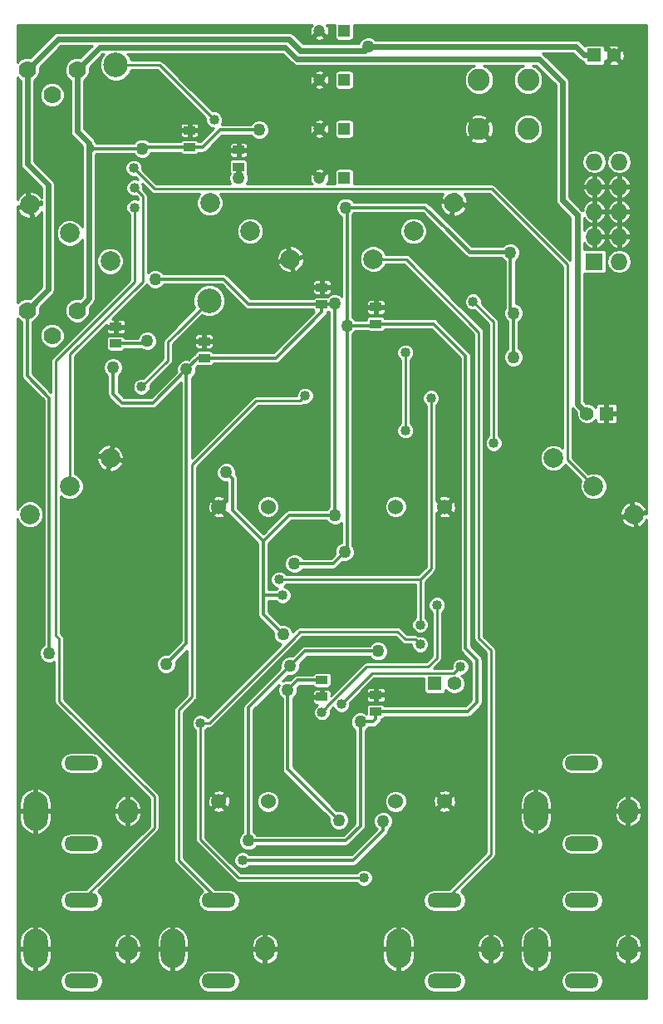
<source format=gtl>
G04 #@! TF.FileFunction,Copper,L1,Top,Signal*
%FSLAX46Y46*%
G04 Gerber Fmt 4.6, Leading zero omitted, Abs format (unit mm)*
G04 Created by KiCad (PCBNEW 4.0.2-stable) date 2016-04-29 6:09:28 PM*
%MOMM*%
G01*
G04 APERTURE LIST*
%ADD10C,0.100000*%
%ADD11R,1.400000X1.400000*%
%ADD12C,1.400000*%
%ADD13R,1.143000X0.812800*%
%ADD14R,1.727200X1.727200*%
%ADD15O,1.727200X1.727200*%
%ADD16C,2.250000*%
%ADD17C,2.500000*%
%ADD18C,1.524000*%
%ADD19R,1.200000X1.200000*%
%ADD20C,1.200000*%
%ADD21C,1.778000*%
%ADD22C,1.998980*%
%ADD23O,2.500000X4.000000*%
%ADD24O,2.000000X2.500000*%
%ADD25O,3.500000X1.500000*%
%ADD26C,1.016000*%
%ADD27C,1.270000*%
%ADD28C,0.254000*%
%ADD29C,0.355600*%
%ADD30C,0.406400*%
%ADD31C,0.304800*%
%ADD32C,0.609600*%
G04 APERTURE END LIST*
D10*
D11*
X55000000Y-79500000D03*
D12*
X57000000Y-79500000D03*
D13*
X49000000Y-42850900D03*
X49000000Y-41149100D03*
X43500000Y-39149100D03*
X43500000Y-40850900D03*
X35000000Y-26850900D03*
X35000000Y-25149100D03*
X30000000Y-23149100D03*
X30000000Y-24850900D03*
X22500000Y-44850900D03*
X22500000Y-43149100D03*
X31500000Y-44649100D03*
X31500000Y-46350900D03*
X49000000Y-82350900D03*
X49000000Y-80649100D03*
X43500000Y-80850900D03*
X43500000Y-79149100D03*
D11*
X71250000Y-15500000D03*
D12*
X73250000Y-15500000D03*
D11*
X72500000Y-52000000D03*
D12*
X70500000Y-52000000D03*
D14*
X71250000Y-36500000D03*
D15*
X73790000Y-36500000D03*
X71250000Y-33960000D03*
X73790000Y-33960000D03*
X71250000Y-31420000D03*
X73790000Y-31420000D03*
X71250000Y-28880000D03*
X73790000Y-28880000D03*
X71250000Y-26340000D03*
X73790000Y-26340000D03*
D16*
X59500000Y-18000000D03*
X64500000Y-18000000D03*
X64500000Y-23000000D03*
X59500000Y-23000000D03*
D17*
X32000000Y-40500000D03*
X22500000Y-16500000D03*
D18*
X51000000Y-91500000D03*
X56000000Y-91500000D03*
X38000000Y-91500000D03*
X33000000Y-91500000D03*
X38000000Y-61500000D03*
X33000000Y-61500000D03*
X51000000Y-61500000D03*
X56000000Y-61500000D03*
D19*
X45770000Y-28000000D03*
D20*
X43230000Y-28000000D03*
D19*
X45770000Y-23000000D03*
D20*
X43230000Y-23000000D03*
D19*
X45770000Y-18000000D03*
D20*
X43230000Y-18000000D03*
D19*
X45770000Y-13000000D03*
D20*
X43230000Y-13000000D03*
D21*
X13460000Y-41500000D03*
X16000000Y-44040000D03*
X18540000Y-41500000D03*
X13460000Y-17000000D03*
X16000000Y-19540000D03*
X18540000Y-17000000D03*
D22*
X52822777Y-33393567D03*
X48727017Y-36261449D03*
X56918537Y-30525685D03*
X71177223Y-59393567D03*
X67081463Y-56525685D03*
X75272983Y-62261449D03*
X17822777Y-59393567D03*
X13727017Y-62261449D03*
X21918537Y-56525685D03*
X36177223Y-33393567D03*
X32081463Y-30525685D03*
X40272983Y-36261449D03*
X17822777Y-33606433D03*
X21918537Y-36474315D03*
X13727017Y-30738551D03*
D23*
X65300000Y-106500000D03*
D24*
X74700000Y-106500000D03*
D25*
X70000000Y-101600000D03*
X70000000Y-109800000D03*
D23*
X28300000Y-106500000D03*
D24*
X37700000Y-106500000D03*
D25*
X33000000Y-101600000D03*
X33000000Y-109800000D03*
D23*
X51300000Y-106500000D03*
D24*
X60700000Y-106500000D03*
D25*
X56000000Y-101600000D03*
X56000000Y-109800000D03*
D23*
X65300000Y-92500000D03*
D24*
X74700000Y-92500000D03*
D25*
X70000000Y-87600000D03*
X70000000Y-95800000D03*
D23*
X14300000Y-92500000D03*
D24*
X23700000Y-92500000D03*
D25*
X19000000Y-87600000D03*
X19000000Y-95800000D03*
D23*
X14300000Y-106500000D03*
D24*
X23700000Y-106500000D03*
D25*
X19000000Y-101600000D03*
X19000000Y-109800000D03*
D26*
X39139820Y-68900000D03*
X53500000Y-73500000D03*
X54600000Y-50400000D03*
X22300000Y-22500000D03*
X29100000Y-26000000D03*
X52160171Y-59500000D03*
X35500000Y-77500000D03*
X50300000Y-47000000D03*
X26400000Y-72600000D03*
X65600000Y-38200000D03*
X36500000Y-25100000D03*
X31500000Y-49000000D03*
X49000000Y-79600000D03*
X68400000Y-33600000D03*
X28747679Y-22504810D03*
X31100000Y-83500000D03*
X47800000Y-99300000D03*
X53500000Y-75500000D03*
D27*
X25700000Y-44600000D03*
X63000000Y-46250000D03*
X15700000Y-76400000D03*
X49200000Y-76200000D03*
X63000000Y-41750000D03*
X48238640Y-14600000D03*
X40700000Y-67300000D03*
X45900000Y-31000000D03*
X62700000Y-35600000D03*
X35000000Y-27999996D03*
X46057295Y-43035141D03*
X40255941Y-77700000D03*
X45797518Y-66110692D03*
X36000000Y-95500000D03*
X47400000Y-83400000D03*
X29700000Y-47500000D03*
X27600000Y-77500000D03*
X25193290Y-24996087D03*
X44800000Y-40800000D03*
X44854355Y-62345645D03*
D26*
X39500000Y-70500000D03*
D27*
X33750000Y-58000000D03*
X45216020Y-93400000D03*
X40000000Y-80143980D03*
X22200000Y-47300000D03*
X37100000Y-23100000D03*
X26500000Y-38300000D03*
X39527332Y-74484231D03*
D26*
X35400000Y-97500000D03*
D27*
X49750000Y-93500000D03*
D26*
X24400000Y-31000000D03*
X41800002Y-50200000D03*
X25112997Y-49278625D03*
X32500000Y-22060180D03*
X24400000Y-29000000D03*
X24299998Y-27000000D03*
X52000000Y-45800000D03*
X52000000Y-53700000D03*
X43500000Y-82400000D03*
X55200000Y-71500000D03*
X45461780Y-81600000D03*
X57600000Y-77800000D03*
X61000000Y-55000000D03*
X58904941Y-40583999D03*
D28*
X53500000Y-68938140D02*
X53500000Y-68900000D01*
X53500000Y-68900000D02*
X54600000Y-67800000D01*
X54600000Y-67800000D02*
X54600000Y-51118420D01*
X54600000Y-51118420D02*
X54600000Y-50400000D01*
X53500000Y-73500000D02*
X53500000Y-68938140D01*
X39139820Y-68900000D02*
X53461860Y-68900000D01*
X53461860Y-68900000D02*
X53500000Y-68938140D01*
X28747679Y-22504810D02*
X22304810Y-22504810D01*
X22304810Y-22504810D02*
X22300000Y-22500000D01*
X36450900Y-25149100D02*
X36500000Y-25100000D01*
X35000000Y-25149100D02*
X36450900Y-25149100D01*
X49000000Y-80649100D02*
X49000000Y-79600000D01*
X53500000Y-75500000D02*
X52992001Y-74992001D01*
X40543333Y-74971912D02*
X32015245Y-83500000D01*
X52992001Y-74992001D02*
X51992001Y-74992001D01*
X32015245Y-83500000D02*
X31818420Y-83500000D01*
X51992001Y-74992001D02*
X51200000Y-74200000D01*
X51200000Y-74200000D02*
X41300000Y-74200000D01*
X41300000Y-74200000D02*
X40543333Y-74956667D01*
X40543333Y-74956667D02*
X40543333Y-74971912D01*
X31818420Y-83500000D02*
X31100000Y-83500000D01*
X35000000Y-99300000D02*
X47800000Y-99300000D01*
X31100000Y-95400000D02*
X35000000Y-99300000D01*
X31100000Y-83500000D02*
X31100000Y-95400000D01*
D29*
X22500000Y-44850900D02*
X25449100Y-44850900D01*
X25449100Y-44850900D02*
X25700000Y-44600000D01*
X45900000Y-31000000D02*
X54000000Y-31000000D01*
X54000000Y-31000000D02*
X56250000Y-33250000D01*
D30*
X62700000Y-35600000D02*
X62600000Y-35500000D01*
X62600000Y-35500000D02*
X58500000Y-35500000D01*
X58500000Y-35500000D02*
X56250000Y-33250000D01*
D31*
X63000000Y-42250000D02*
X63000000Y-45351975D01*
X63000000Y-45351975D02*
X63000000Y-46250000D01*
X62750000Y-42000000D02*
X63000000Y-42250000D01*
X63000000Y-41750000D02*
X63000000Y-46250000D01*
D29*
X46057295Y-43035141D02*
X46057295Y-34750000D01*
X46057295Y-34750000D02*
X46057295Y-31157295D01*
D32*
X48238640Y-14600000D02*
X69350000Y-14600000D01*
X69350000Y-14600000D02*
X70250000Y-15500000D01*
X70250000Y-15500000D02*
X71250000Y-15500000D01*
D29*
X15700000Y-76400000D02*
X15700000Y-50400000D01*
X15700000Y-50400000D02*
X13460000Y-48160000D01*
X13460000Y-48160000D02*
X13460000Y-41500000D01*
X48301975Y-76200000D02*
X49200000Y-76200000D01*
X41755941Y-76200000D02*
X48301975Y-76200000D01*
X40255941Y-77700000D02*
X41755941Y-76200000D01*
X62700000Y-41450000D02*
X63000000Y-41750000D01*
X62700000Y-35600000D02*
X62700000Y-41450000D01*
D32*
X48238640Y-14600000D02*
X47838640Y-15000000D01*
X47838640Y-15000000D02*
X41300000Y-15000000D01*
X41300000Y-15000000D02*
X40127589Y-13827589D01*
X40127589Y-13827589D02*
X16632411Y-13827589D01*
X16632411Y-13827589D02*
X14348999Y-16111001D01*
X14348999Y-16111001D02*
X13460000Y-17000000D01*
D29*
X46057295Y-31157295D02*
X45900000Y-31000000D01*
D32*
X14348999Y-40611001D02*
X13460000Y-41500000D01*
X15600000Y-28700000D02*
X15600000Y-39360000D01*
X13460000Y-26560000D02*
X15600000Y-28700000D01*
X15600000Y-39360000D02*
X14348999Y-40611001D01*
X13460000Y-17000000D02*
X13460000Y-26560000D01*
X35000000Y-26850900D02*
X35000000Y-27999996D01*
D29*
X53070597Y-42850900D02*
X49000000Y-42850900D01*
X48815759Y-43035141D02*
X49000000Y-42850900D01*
X46057295Y-43035141D02*
X48815759Y-43035141D01*
X53070597Y-42850900D02*
X53099981Y-42880284D01*
X44608210Y-67300000D02*
X45162519Y-66745691D01*
X45162519Y-66745691D02*
X45797518Y-66110692D01*
X46057295Y-65850915D02*
X45797518Y-66110692D01*
X46057295Y-43035141D02*
X46057295Y-65850915D01*
X40700000Y-67300000D02*
X44608210Y-67300000D01*
X36000000Y-81955941D02*
X36000000Y-94601975D01*
X40255941Y-77700000D02*
X36000000Y-81955941D01*
X36000000Y-94601975D02*
X36000000Y-95500000D01*
X36898025Y-95500000D02*
X36000000Y-95500000D01*
X45900000Y-95500000D02*
X36898025Y-95500000D01*
X47400000Y-94000000D02*
X45900000Y-95500000D01*
X58131801Y-75931801D02*
X58131801Y-46131801D01*
X59300000Y-77100000D02*
X58131801Y-75931801D01*
X58349100Y-82350900D02*
X59300000Y-81400000D01*
X59300000Y-81400000D02*
X59300000Y-77100000D01*
X58131801Y-46131801D02*
X54850900Y-42850900D01*
X54850900Y-42850900D02*
X53070597Y-42850900D01*
X49000000Y-83100000D02*
X49000000Y-82350900D01*
X49000000Y-82350900D02*
X58349100Y-82350900D01*
X47400000Y-83400000D02*
X47400000Y-94000000D01*
X47400000Y-83400000D02*
X48700000Y-83400000D01*
X48700000Y-83400000D02*
X49000000Y-83100000D01*
X30849100Y-46350900D02*
X29700000Y-47500000D01*
X29700000Y-75400000D02*
X27600000Y-77500000D01*
X29700000Y-47500000D02*
X29700000Y-75400000D01*
X29700000Y-47500000D02*
X26300000Y-50900000D01*
X44749100Y-40850900D02*
X44800000Y-40800000D01*
X44800000Y-62291290D02*
X44854355Y-62345645D01*
X44800000Y-40800000D02*
X44800000Y-62291290D01*
X40154355Y-62345645D02*
X44854355Y-62345645D01*
X37500000Y-65000000D02*
X40154355Y-62345645D01*
X34384999Y-61884999D02*
X37500000Y-65000000D01*
X34384999Y-58634999D02*
X34384999Y-61884999D01*
X37500000Y-70395962D02*
X37500000Y-65000000D01*
X33750000Y-58000000D02*
X34384999Y-58634999D01*
X37604038Y-70500000D02*
X37500000Y-70395962D01*
X39500000Y-70500000D02*
X37604038Y-70500000D01*
X37500000Y-72456899D02*
X37500000Y-70395962D01*
D32*
X69500000Y-31750000D02*
X69500000Y-51000000D01*
X69500000Y-51000000D02*
X70500000Y-52000000D01*
X18540000Y-17000000D02*
X20848801Y-14691199D01*
X20848801Y-14691199D02*
X39769871Y-14691199D01*
X39769871Y-14691199D02*
X40942282Y-15863610D01*
X40942282Y-15863610D02*
X65613610Y-15863610D01*
X65613610Y-15863610D02*
X68000000Y-18250000D01*
X68000000Y-18250000D02*
X68000000Y-30250000D01*
X68000000Y-30250000D02*
X69500000Y-31750000D01*
D29*
X30000000Y-24850900D02*
X25338477Y-24850900D01*
X25338477Y-24850900D02*
X25193290Y-24996087D01*
X40000000Y-88183980D02*
X44581021Y-92765001D01*
X40000000Y-80143980D02*
X40000000Y-88183980D01*
X44581021Y-92765001D02*
X45216020Y-93400000D01*
X40994880Y-79149100D02*
X40634999Y-79508981D01*
X40634999Y-79508981D02*
X40000000Y-80143980D01*
X43500000Y-79149100D02*
X40994880Y-79149100D01*
D32*
X18540000Y-23240000D02*
X18540000Y-17000000D01*
X19750000Y-24450000D02*
X18540000Y-23240000D01*
X18540000Y-41500000D02*
X19750000Y-40290000D01*
D29*
X31500000Y-46350900D02*
X30849100Y-46350900D01*
X43500000Y-40850900D02*
X44749100Y-40850900D01*
D32*
X19750000Y-25048635D02*
X19750000Y-24450000D01*
D29*
X33100000Y-23100000D02*
X37100000Y-23100000D01*
X31349100Y-24850900D02*
X33100000Y-23100000D01*
X30000000Y-24850900D02*
X31349100Y-24850900D01*
X43500000Y-41612900D02*
X43500000Y-40850900D01*
X38762000Y-46350900D02*
X43500000Y-41612900D01*
X31500000Y-46350900D02*
X38762000Y-46350900D01*
X33500000Y-38300000D02*
X26500000Y-38300000D01*
X36050900Y-40850900D02*
X33500000Y-38300000D01*
X43500000Y-40850900D02*
X36050900Y-40850900D01*
X22200000Y-50000000D02*
X22200000Y-47300000D01*
X23100000Y-50900000D02*
X22200000Y-50000000D01*
X26300000Y-50900000D02*
X23100000Y-50900000D01*
X19750000Y-25048635D02*
X19802548Y-24996087D01*
X24295265Y-24996087D02*
X25193290Y-24996087D01*
X39527332Y-74484231D02*
X37500000Y-72456899D01*
X20296087Y-24996087D02*
X19750000Y-24450000D01*
X20388677Y-24996087D02*
X20296087Y-24996087D01*
X19802548Y-24996087D02*
X20388677Y-24996087D01*
X20388677Y-24996087D02*
X24295265Y-24996087D01*
X20303102Y-24996087D02*
X19750000Y-25549189D01*
X20388677Y-24996087D02*
X20303102Y-24996087D01*
D32*
X19750000Y-25549189D02*
X19750000Y-25048635D01*
X19750000Y-40290000D02*
X19750000Y-25549189D01*
D29*
X49750000Y-94450000D02*
X49750000Y-93500000D01*
X46700000Y-97500000D02*
X49750000Y-94450000D01*
X35400000Y-97500000D02*
X46700000Y-97500000D01*
D28*
X20749999Y-99850001D02*
X19000000Y-101600000D01*
X16716001Y-74916001D02*
X16716001Y-81316001D01*
X16400000Y-74600000D02*
X16716001Y-74916001D01*
X16400000Y-46600000D02*
X16400000Y-74600000D01*
X24400000Y-38600000D02*
X16400000Y-46600000D01*
X26400000Y-94200000D02*
X20749999Y-99850001D01*
X16716001Y-81316001D02*
X26400000Y-91000000D01*
X24400000Y-31000000D02*
X24400000Y-38600000D01*
X26400000Y-91000000D02*
X26400000Y-94200000D01*
X56000000Y-101600000D02*
X60700000Y-96900000D01*
X59500000Y-43700000D02*
X52061449Y-36261449D01*
X60700000Y-96900000D02*
X60700000Y-76100000D01*
X60700000Y-76100000D02*
X59500000Y-74900000D01*
X59500000Y-74900000D02*
X59500000Y-43700000D01*
X52061449Y-36261449D02*
X48727017Y-36261449D01*
X41292003Y-50707999D02*
X41800002Y-50200000D01*
X36792001Y-50707999D02*
X41292003Y-50707999D01*
X30258810Y-57241190D02*
X36792001Y-50707999D01*
X30258810Y-80841190D02*
X30258810Y-57241190D01*
X28900000Y-82200000D02*
X30258810Y-80841190D01*
X28900000Y-97500000D02*
X28900000Y-82200000D01*
X33000000Y-101600000D02*
X28900000Y-97500000D01*
X25112997Y-49278625D02*
X27800000Y-46591622D01*
X27800000Y-46591622D02*
X27800000Y-44700000D01*
X27800000Y-44700000D02*
X28800000Y-43700000D01*
X28800000Y-43700000D02*
X32000000Y-40500000D01*
X26939820Y-16500000D02*
X31992001Y-21552181D01*
X31992001Y-21552181D02*
X32500000Y-22060180D01*
X22500000Y-16500000D02*
X26939820Y-16500000D01*
X17822777Y-57980075D02*
X17822777Y-59393567D01*
X17822777Y-45977223D02*
X17822777Y-57980075D01*
X25238201Y-38561799D02*
X17822777Y-45977223D01*
X25238201Y-29838201D02*
X25238201Y-38561799D01*
X24400000Y-29000000D02*
X25238201Y-29838201D01*
X24299998Y-27000000D02*
X26399998Y-29100000D01*
X26399998Y-29100000D02*
X60800000Y-29100000D01*
X60800000Y-29100000D02*
X68500000Y-36800000D01*
X68500000Y-36800000D02*
X68500000Y-56716344D01*
X68500000Y-56716344D02*
X70177734Y-58394078D01*
X70177734Y-58394078D02*
X71177223Y-59393567D01*
X52000000Y-53700000D02*
X52000000Y-45800000D01*
X55200000Y-72218420D02*
X55200000Y-71500000D01*
X44007999Y-81892001D02*
X44007999Y-81813241D01*
X43500000Y-82400000D02*
X44007999Y-81892001D01*
X44007999Y-81813241D02*
X48021240Y-77800000D01*
X48021240Y-77800000D02*
X54300000Y-77800000D01*
X54300000Y-77800000D02*
X55200000Y-76900000D01*
X55200000Y-76900000D02*
X55200000Y-72218420D01*
X57600000Y-77800000D02*
X56930201Y-78469799D01*
X48591981Y-78469799D02*
X45969779Y-81092001D01*
X45969779Y-81092001D02*
X45461780Y-81600000D01*
X56930201Y-78469799D02*
X48591981Y-78469799D01*
X58904941Y-40583999D02*
X61000000Y-42679058D01*
X61000000Y-42679058D02*
X61000000Y-55000000D01*
G36*
X42506619Y-12456227D02*
X42352706Y-12519590D01*
X42235641Y-12891885D01*
X42269958Y-13280639D01*
X42352706Y-13480410D01*
X42506621Y-13543774D01*
X43050395Y-13000000D01*
X43036253Y-12985858D01*
X43215858Y-12806253D01*
X43230000Y-12820395D01*
X43244143Y-12806253D01*
X43423748Y-12985858D01*
X43409605Y-13000000D01*
X43953379Y-13543774D01*
X44107294Y-13480410D01*
X44224359Y-13108115D01*
X44190042Y-12719361D01*
X44107294Y-12519590D01*
X43953381Y-12456227D01*
X43978608Y-12431000D01*
X44781536Y-12431000D01*
X44781536Y-13600000D01*
X44808103Y-13741190D01*
X44891546Y-13870865D01*
X45018866Y-13957859D01*
X45170000Y-13988464D01*
X46370000Y-13988464D01*
X46511190Y-13961897D01*
X46640865Y-13878454D01*
X46727859Y-13751134D01*
X46758464Y-13600000D01*
X46758464Y-12431000D01*
X76569000Y-12431000D01*
X76569000Y-62161885D01*
X75420107Y-62364466D01*
X75624860Y-63525678D01*
X75849443Y-63545524D01*
X76296956Y-63227177D01*
X76569000Y-62793052D01*
X76569000Y-111569000D01*
X12431000Y-111569000D01*
X12431000Y-109800000D01*
X16827251Y-109800000D01*
X16913343Y-110232815D01*
X17158513Y-110599738D01*
X17525436Y-110844908D01*
X17958251Y-110931000D01*
X20041749Y-110931000D01*
X20474564Y-110844908D01*
X20841487Y-110599738D01*
X21086657Y-110232815D01*
X21172749Y-109800000D01*
X30827251Y-109800000D01*
X30913343Y-110232815D01*
X31158513Y-110599738D01*
X31525436Y-110844908D01*
X31958251Y-110931000D01*
X34041749Y-110931000D01*
X34474564Y-110844908D01*
X34841487Y-110599738D01*
X35086657Y-110232815D01*
X35172749Y-109800000D01*
X53827251Y-109800000D01*
X53913343Y-110232815D01*
X54158513Y-110599738D01*
X54525436Y-110844908D01*
X54958251Y-110931000D01*
X57041749Y-110931000D01*
X57474564Y-110844908D01*
X57841487Y-110599738D01*
X58086657Y-110232815D01*
X58172749Y-109800000D01*
X67827251Y-109800000D01*
X67913343Y-110232815D01*
X68158513Y-110599738D01*
X68525436Y-110844908D01*
X68958251Y-110931000D01*
X71041749Y-110931000D01*
X71474564Y-110844908D01*
X71841487Y-110599738D01*
X72086657Y-110232815D01*
X72172749Y-109800000D01*
X72086657Y-109367185D01*
X71841487Y-109000262D01*
X71474564Y-108755092D01*
X71041749Y-108669000D01*
X68958251Y-108669000D01*
X68525436Y-108755092D01*
X68158513Y-109000262D01*
X67913343Y-109367185D01*
X67827251Y-109800000D01*
X58172749Y-109800000D01*
X58086657Y-109367185D01*
X57841487Y-109000262D01*
X57474564Y-108755092D01*
X57041749Y-108669000D01*
X54958251Y-108669000D01*
X54525436Y-108755092D01*
X54158513Y-109000262D01*
X53913343Y-109367185D01*
X53827251Y-109800000D01*
X35172749Y-109800000D01*
X35086657Y-109367185D01*
X34841487Y-109000262D01*
X34474564Y-108755092D01*
X34041749Y-108669000D01*
X31958251Y-108669000D01*
X31525436Y-108755092D01*
X31158513Y-109000262D01*
X30913343Y-109367185D01*
X30827251Y-109800000D01*
X21172749Y-109800000D01*
X21086657Y-109367185D01*
X20841487Y-109000262D01*
X20474564Y-108755092D01*
X20041749Y-108669000D01*
X17958251Y-108669000D01*
X17525436Y-108755092D01*
X17158513Y-109000262D01*
X16913343Y-109367185D01*
X16827251Y-109800000D01*
X12431000Y-109800000D01*
X12431000Y-106627000D01*
X12669000Y-106627000D01*
X12669000Y-107377000D01*
X12841753Y-107991489D01*
X13236511Y-108493093D01*
X13793175Y-108805448D01*
X13920194Y-108836161D01*
X14173000Y-108780490D01*
X14173000Y-106627000D01*
X14427000Y-106627000D01*
X14427000Y-108780490D01*
X14679806Y-108836161D01*
X14806825Y-108805448D01*
X15363489Y-108493093D01*
X15758247Y-107991489D01*
X15931000Y-107377000D01*
X15931000Y-106845432D01*
X22311196Y-106845432D01*
X22453433Y-107369640D01*
X22785448Y-107799513D01*
X23256695Y-108069607D01*
X23359443Y-108088350D01*
X23573000Y-108029462D01*
X23573000Y-106627000D01*
X23827000Y-106627000D01*
X23827000Y-108029462D01*
X24040557Y-108088350D01*
X24143305Y-108069607D01*
X24614552Y-107799513D01*
X24946567Y-107369640D01*
X25088804Y-106845432D01*
X24991384Y-106627000D01*
X26669000Y-106627000D01*
X26669000Y-107377000D01*
X26841753Y-107991489D01*
X27236511Y-108493093D01*
X27793175Y-108805448D01*
X27920194Y-108836161D01*
X28173000Y-108780490D01*
X28173000Y-106627000D01*
X28427000Y-106627000D01*
X28427000Y-108780490D01*
X28679806Y-108836161D01*
X28806825Y-108805448D01*
X29363489Y-108493093D01*
X29758247Y-107991489D01*
X29931000Y-107377000D01*
X29931000Y-106845432D01*
X36311196Y-106845432D01*
X36453433Y-107369640D01*
X36785448Y-107799513D01*
X37256695Y-108069607D01*
X37359443Y-108088350D01*
X37573000Y-108029462D01*
X37573000Y-106627000D01*
X37827000Y-106627000D01*
X37827000Y-108029462D01*
X38040557Y-108088350D01*
X38143305Y-108069607D01*
X38614552Y-107799513D01*
X38946567Y-107369640D01*
X39088804Y-106845432D01*
X38991384Y-106627000D01*
X49669000Y-106627000D01*
X49669000Y-107377000D01*
X49841753Y-107991489D01*
X50236511Y-108493093D01*
X50793175Y-108805448D01*
X50920194Y-108836161D01*
X51173000Y-108780490D01*
X51173000Y-106627000D01*
X51427000Y-106627000D01*
X51427000Y-108780490D01*
X51679806Y-108836161D01*
X51806825Y-108805448D01*
X52363489Y-108493093D01*
X52758247Y-107991489D01*
X52931000Y-107377000D01*
X52931000Y-106845432D01*
X59311196Y-106845432D01*
X59453433Y-107369640D01*
X59785448Y-107799513D01*
X60256695Y-108069607D01*
X60359443Y-108088350D01*
X60573000Y-108029462D01*
X60573000Y-106627000D01*
X60827000Y-106627000D01*
X60827000Y-108029462D01*
X61040557Y-108088350D01*
X61143305Y-108069607D01*
X61614552Y-107799513D01*
X61946567Y-107369640D01*
X62088804Y-106845432D01*
X61991384Y-106627000D01*
X63669000Y-106627000D01*
X63669000Y-107377000D01*
X63841753Y-107991489D01*
X64236511Y-108493093D01*
X64793175Y-108805448D01*
X64920194Y-108836161D01*
X65173000Y-108780490D01*
X65173000Y-106627000D01*
X65427000Y-106627000D01*
X65427000Y-108780490D01*
X65679806Y-108836161D01*
X65806825Y-108805448D01*
X66363489Y-108493093D01*
X66758247Y-107991489D01*
X66931000Y-107377000D01*
X66931000Y-106845432D01*
X73311196Y-106845432D01*
X73453433Y-107369640D01*
X73785448Y-107799513D01*
X74256695Y-108069607D01*
X74359443Y-108088350D01*
X74573000Y-108029462D01*
X74573000Y-106627000D01*
X74827000Y-106627000D01*
X74827000Y-108029462D01*
X75040557Y-108088350D01*
X75143305Y-108069607D01*
X75614552Y-107799513D01*
X75946567Y-107369640D01*
X76088804Y-106845432D01*
X75991384Y-106627000D01*
X74827000Y-106627000D01*
X74573000Y-106627000D01*
X73408616Y-106627000D01*
X73311196Y-106845432D01*
X66931000Y-106845432D01*
X66931000Y-106627000D01*
X65427000Y-106627000D01*
X65173000Y-106627000D01*
X63669000Y-106627000D01*
X61991384Y-106627000D01*
X60827000Y-106627000D01*
X60573000Y-106627000D01*
X59408616Y-106627000D01*
X59311196Y-106845432D01*
X52931000Y-106845432D01*
X52931000Y-106627000D01*
X51427000Y-106627000D01*
X51173000Y-106627000D01*
X49669000Y-106627000D01*
X38991384Y-106627000D01*
X37827000Y-106627000D01*
X37573000Y-106627000D01*
X36408616Y-106627000D01*
X36311196Y-106845432D01*
X29931000Y-106845432D01*
X29931000Y-106627000D01*
X28427000Y-106627000D01*
X28173000Y-106627000D01*
X26669000Y-106627000D01*
X24991384Y-106627000D01*
X23827000Y-106627000D01*
X23573000Y-106627000D01*
X22408616Y-106627000D01*
X22311196Y-106845432D01*
X15931000Y-106845432D01*
X15931000Y-106627000D01*
X14427000Y-106627000D01*
X14173000Y-106627000D01*
X12669000Y-106627000D01*
X12431000Y-106627000D01*
X12431000Y-105623000D01*
X12669000Y-105623000D01*
X12669000Y-106373000D01*
X14173000Y-106373000D01*
X14173000Y-104219510D01*
X14427000Y-104219510D01*
X14427000Y-106373000D01*
X15931000Y-106373000D01*
X15931000Y-106154568D01*
X22311196Y-106154568D01*
X22408616Y-106373000D01*
X23573000Y-106373000D01*
X23573000Y-104970538D01*
X23827000Y-104970538D01*
X23827000Y-106373000D01*
X24991384Y-106373000D01*
X25088804Y-106154568D01*
X24946567Y-105630360D01*
X24940883Y-105623000D01*
X26669000Y-105623000D01*
X26669000Y-106373000D01*
X28173000Y-106373000D01*
X28173000Y-104219510D01*
X28427000Y-104219510D01*
X28427000Y-106373000D01*
X29931000Y-106373000D01*
X29931000Y-106154568D01*
X36311196Y-106154568D01*
X36408616Y-106373000D01*
X37573000Y-106373000D01*
X37573000Y-104970538D01*
X37827000Y-104970538D01*
X37827000Y-106373000D01*
X38991384Y-106373000D01*
X39088804Y-106154568D01*
X38946567Y-105630360D01*
X38940883Y-105623000D01*
X49669000Y-105623000D01*
X49669000Y-106373000D01*
X51173000Y-106373000D01*
X51173000Y-104219510D01*
X51427000Y-104219510D01*
X51427000Y-106373000D01*
X52931000Y-106373000D01*
X52931000Y-106154568D01*
X59311196Y-106154568D01*
X59408616Y-106373000D01*
X60573000Y-106373000D01*
X60573000Y-104970538D01*
X60827000Y-104970538D01*
X60827000Y-106373000D01*
X61991384Y-106373000D01*
X62088804Y-106154568D01*
X61946567Y-105630360D01*
X61940883Y-105623000D01*
X63669000Y-105623000D01*
X63669000Y-106373000D01*
X65173000Y-106373000D01*
X65173000Y-104219510D01*
X65427000Y-104219510D01*
X65427000Y-106373000D01*
X66931000Y-106373000D01*
X66931000Y-106154568D01*
X73311196Y-106154568D01*
X73408616Y-106373000D01*
X74573000Y-106373000D01*
X74573000Y-104970538D01*
X74827000Y-104970538D01*
X74827000Y-106373000D01*
X75991384Y-106373000D01*
X76088804Y-106154568D01*
X75946567Y-105630360D01*
X75614552Y-105200487D01*
X75143305Y-104930393D01*
X75040557Y-104911650D01*
X74827000Y-104970538D01*
X74573000Y-104970538D01*
X74359443Y-104911650D01*
X74256695Y-104930393D01*
X73785448Y-105200487D01*
X73453433Y-105630360D01*
X73311196Y-106154568D01*
X66931000Y-106154568D01*
X66931000Y-105623000D01*
X66758247Y-105008511D01*
X66363489Y-104506907D01*
X65806825Y-104194552D01*
X65679806Y-104163839D01*
X65427000Y-104219510D01*
X65173000Y-104219510D01*
X64920194Y-104163839D01*
X64793175Y-104194552D01*
X64236511Y-104506907D01*
X63841753Y-105008511D01*
X63669000Y-105623000D01*
X61940883Y-105623000D01*
X61614552Y-105200487D01*
X61143305Y-104930393D01*
X61040557Y-104911650D01*
X60827000Y-104970538D01*
X60573000Y-104970538D01*
X60359443Y-104911650D01*
X60256695Y-104930393D01*
X59785448Y-105200487D01*
X59453433Y-105630360D01*
X59311196Y-106154568D01*
X52931000Y-106154568D01*
X52931000Y-105623000D01*
X52758247Y-105008511D01*
X52363489Y-104506907D01*
X51806825Y-104194552D01*
X51679806Y-104163839D01*
X51427000Y-104219510D01*
X51173000Y-104219510D01*
X50920194Y-104163839D01*
X50793175Y-104194552D01*
X50236511Y-104506907D01*
X49841753Y-105008511D01*
X49669000Y-105623000D01*
X38940883Y-105623000D01*
X38614552Y-105200487D01*
X38143305Y-104930393D01*
X38040557Y-104911650D01*
X37827000Y-104970538D01*
X37573000Y-104970538D01*
X37359443Y-104911650D01*
X37256695Y-104930393D01*
X36785448Y-105200487D01*
X36453433Y-105630360D01*
X36311196Y-106154568D01*
X29931000Y-106154568D01*
X29931000Y-105623000D01*
X29758247Y-105008511D01*
X29363489Y-104506907D01*
X28806825Y-104194552D01*
X28679806Y-104163839D01*
X28427000Y-104219510D01*
X28173000Y-104219510D01*
X27920194Y-104163839D01*
X27793175Y-104194552D01*
X27236511Y-104506907D01*
X26841753Y-105008511D01*
X26669000Y-105623000D01*
X24940883Y-105623000D01*
X24614552Y-105200487D01*
X24143305Y-104930393D01*
X24040557Y-104911650D01*
X23827000Y-104970538D01*
X23573000Y-104970538D01*
X23359443Y-104911650D01*
X23256695Y-104930393D01*
X22785448Y-105200487D01*
X22453433Y-105630360D01*
X22311196Y-106154568D01*
X15931000Y-106154568D01*
X15931000Y-105623000D01*
X15758247Y-105008511D01*
X15363489Y-104506907D01*
X14806825Y-104194552D01*
X14679806Y-104163839D01*
X14427000Y-104219510D01*
X14173000Y-104219510D01*
X13920194Y-104163839D01*
X13793175Y-104194552D01*
X13236511Y-104506907D01*
X12841753Y-105008511D01*
X12669000Y-105623000D01*
X12431000Y-105623000D01*
X12431000Y-95800000D01*
X16827251Y-95800000D01*
X16913343Y-96232815D01*
X17158513Y-96599738D01*
X17525436Y-96844908D01*
X17958251Y-96931000D01*
X20041749Y-96931000D01*
X20474564Y-96844908D01*
X20841487Y-96599738D01*
X21086657Y-96232815D01*
X21172749Y-95800000D01*
X21086657Y-95367185D01*
X20841487Y-95000262D01*
X20474564Y-94755092D01*
X20041749Y-94669000D01*
X17958251Y-94669000D01*
X17525436Y-94755092D01*
X17158513Y-95000262D01*
X16913343Y-95367185D01*
X16827251Y-95800000D01*
X12431000Y-95800000D01*
X12431000Y-92627000D01*
X12669000Y-92627000D01*
X12669000Y-93377000D01*
X12841753Y-93991489D01*
X13236511Y-94493093D01*
X13793175Y-94805448D01*
X13920194Y-94836161D01*
X14173000Y-94780490D01*
X14173000Y-92627000D01*
X14427000Y-92627000D01*
X14427000Y-94780490D01*
X14679806Y-94836161D01*
X14806825Y-94805448D01*
X15363489Y-94493093D01*
X15758247Y-93991489D01*
X15931000Y-93377000D01*
X15931000Y-92845432D01*
X22311196Y-92845432D01*
X22453433Y-93369640D01*
X22785448Y-93799513D01*
X23256695Y-94069607D01*
X23359443Y-94088350D01*
X23573000Y-94029462D01*
X23573000Y-92627000D01*
X23827000Y-92627000D01*
X23827000Y-94029462D01*
X24040557Y-94088350D01*
X24143305Y-94069607D01*
X24614552Y-93799513D01*
X24946567Y-93369640D01*
X25088804Y-92845432D01*
X24991384Y-92627000D01*
X23827000Y-92627000D01*
X23573000Y-92627000D01*
X22408616Y-92627000D01*
X22311196Y-92845432D01*
X15931000Y-92845432D01*
X15931000Y-92627000D01*
X14427000Y-92627000D01*
X14173000Y-92627000D01*
X12669000Y-92627000D01*
X12431000Y-92627000D01*
X12431000Y-91623000D01*
X12669000Y-91623000D01*
X12669000Y-92373000D01*
X14173000Y-92373000D01*
X14173000Y-90219510D01*
X14427000Y-90219510D01*
X14427000Y-92373000D01*
X15931000Y-92373000D01*
X15931000Y-92154568D01*
X22311196Y-92154568D01*
X22408616Y-92373000D01*
X23573000Y-92373000D01*
X23573000Y-90970538D01*
X23827000Y-90970538D01*
X23827000Y-92373000D01*
X24991384Y-92373000D01*
X25088804Y-92154568D01*
X24946567Y-91630360D01*
X24614552Y-91200487D01*
X24143305Y-90930393D01*
X24040557Y-90911650D01*
X23827000Y-90970538D01*
X23573000Y-90970538D01*
X23359443Y-90911650D01*
X23256695Y-90930393D01*
X22785448Y-91200487D01*
X22453433Y-91630360D01*
X22311196Y-92154568D01*
X15931000Y-92154568D01*
X15931000Y-91623000D01*
X15758247Y-91008511D01*
X15363489Y-90506907D01*
X14806825Y-90194552D01*
X14679806Y-90163839D01*
X14427000Y-90219510D01*
X14173000Y-90219510D01*
X13920194Y-90163839D01*
X13793175Y-90194552D01*
X13236511Y-90506907D01*
X12841753Y-91008511D01*
X12669000Y-91623000D01*
X12431000Y-91623000D01*
X12431000Y-87600000D01*
X16827251Y-87600000D01*
X16913343Y-88032815D01*
X17158513Y-88399738D01*
X17525436Y-88644908D01*
X17958251Y-88731000D01*
X20041749Y-88731000D01*
X20474564Y-88644908D01*
X20841487Y-88399738D01*
X21086657Y-88032815D01*
X21172749Y-87600000D01*
X21086657Y-87167185D01*
X20841487Y-86800262D01*
X20474564Y-86555092D01*
X20041749Y-86469000D01*
X17958251Y-86469000D01*
X17525436Y-86555092D01*
X17158513Y-86800262D01*
X16913343Y-87167185D01*
X16827251Y-87600000D01*
X12431000Y-87600000D01*
X12431000Y-62739860D01*
X12556012Y-63042412D01*
X12944011Y-63431089D01*
X13451216Y-63641698D01*
X14000409Y-63642178D01*
X14507980Y-63432454D01*
X14896657Y-63044455D01*
X15107266Y-62537250D01*
X15107746Y-61988057D01*
X14898022Y-61480486D01*
X14510023Y-61091809D01*
X14002818Y-60881200D01*
X13453625Y-60880720D01*
X12946054Y-61090444D01*
X12557377Y-61478443D01*
X12431000Y-61782794D01*
X12431000Y-42266824D01*
X12739663Y-42576026D01*
X12901200Y-42643102D01*
X12901200Y-48160000D01*
X12943736Y-48373844D01*
X12954178Y-48389471D01*
X13064869Y-48555131D01*
X15141200Y-50631463D01*
X15141200Y-75531578D01*
X15125234Y-75538175D01*
X14839179Y-75823731D01*
X14684176Y-76197018D01*
X14683824Y-76601208D01*
X14838175Y-76974766D01*
X15123731Y-77260821D01*
X15497018Y-77415824D01*
X15901208Y-77416176D01*
X16208001Y-77289412D01*
X16208001Y-81316001D01*
X16246670Y-81510404D01*
X16356791Y-81675211D01*
X25892000Y-91210420D01*
X25892000Y-93989580D01*
X19412580Y-100469000D01*
X17958251Y-100469000D01*
X17525436Y-100555092D01*
X17158513Y-100800262D01*
X16913343Y-101167185D01*
X16827251Y-101600000D01*
X16913343Y-102032815D01*
X17158513Y-102399738D01*
X17525436Y-102644908D01*
X17958251Y-102731000D01*
X20041749Y-102731000D01*
X20474564Y-102644908D01*
X20841487Y-102399738D01*
X21086657Y-102032815D01*
X21172749Y-101600000D01*
X21086657Y-101167185D01*
X20841487Y-100800262D01*
X20647665Y-100670755D01*
X26759210Y-94559210D01*
X26869331Y-94394403D01*
X26908000Y-94200000D01*
X26908000Y-91000000D01*
X26869331Y-90805597D01*
X26759210Y-90640790D01*
X17224001Y-81105581D01*
X17224001Y-74916001D01*
X17185332Y-74721598D01*
X17075211Y-74556791D01*
X16908000Y-74389580D01*
X16908000Y-60431206D01*
X17039771Y-60563207D01*
X17546976Y-60773816D01*
X18096169Y-60774296D01*
X18603740Y-60564572D01*
X18992417Y-60176573D01*
X19203026Y-59669368D01*
X19203506Y-59120175D01*
X18993782Y-58612604D01*
X18605783Y-58223927D01*
X18330777Y-58109735D01*
X18330777Y-57834020D01*
X21816801Y-57834020D01*
X22021053Y-57929481D01*
X22550459Y-57783392D01*
X22983660Y-57445829D01*
X23202612Y-57102145D01*
X23182766Y-56877562D01*
X22021554Y-56672809D01*
X21816801Y-57834020D01*
X18330777Y-57834020D01*
X18330777Y-56628201D01*
X20514741Y-56628201D01*
X20660830Y-57157607D01*
X20998393Y-57590808D01*
X21342077Y-57809760D01*
X21566660Y-57789914D01*
X21771413Y-56628702D01*
X20610202Y-56423949D01*
X20514741Y-56628201D01*
X18330777Y-56628201D01*
X18330777Y-56422668D01*
X22065661Y-56422668D01*
X23226872Y-56627421D01*
X23322333Y-56423169D01*
X23176244Y-55893763D01*
X22838681Y-55460562D01*
X22494997Y-55241610D01*
X22270414Y-55261456D01*
X22065661Y-56422668D01*
X18330777Y-56422668D01*
X18330777Y-55949225D01*
X20634462Y-55949225D01*
X20654308Y-56173808D01*
X21815520Y-56378561D01*
X22020273Y-55217350D01*
X21816021Y-55121889D01*
X21286615Y-55267978D01*
X20853414Y-55605541D01*
X20634462Y-55949225D01*
X18330777Y-55949225D01*
X18330777Y-46187643D01*
X20073920Y-44444500D01*
X21540036Y-44444500D01*
X21540036Y-45257300D01*
X21566603Y-45398490D01*
X21650046Y-45528165D01*
X21777366Y-45615159D01*
X21928500Y-45645764D01*
X23071500Y-45645764D01*
X23212690Y-45619197D01*
X23342365Y-45535754D01*
X23428494Y-45409700D01*
X25072699Y-45409700D01*
X25123731Y-45460821D01*
X25497018Y-45615824D01*
X25901208Y-45616176D01*
X26274766Y-45461825D01*
X26560821Y-45176269D01*
X26715824Y-44802982D01*
X26716176Y-44398792D01*
X26561825Y-44025234D01*
X26276269Y-43739179D01*
X25902982Y-43584176D01*
X25498792Y-43583824D01*
X25125234Y-43738175D01*
X24839179Y-44023731D01*
X24727742Y-44292100D01*
X23426184Y-44292100D01*
X23349954Y-44173635D01*
X23222634Y-44086641D01*
X23071500Y-44056036D01*
X21928500Y-44056036D01*
X21787310Y-44082603D01*
X21657635Y-44166046D01*
X21570641Y-44293366D01*
X21540036Y-44444500D01*
X20073920Y-44444500D01*
X21147070Y-43371350D01*
X21547500Y-43371350D01*
X21547500Y-43631286D01*
X21605504Y-43771320D01*
X21712681Y-43878496D01*
X21852715Y-43936500D01*
X22277750Y-43936500D01*
X22373000Y-43841250D01*
X22373000Y-43276100D01*
X22627000Y-43276100D01*
X22627000Y-43841250D01*
X22722250Y-43936500D01*
X23147285Y-43936500D01*
X23287319Y-43878496D01*
X23394496Y-43771320D01*
X23452500Y-43631286D01*
X23452500Y-43371350D01*
X23357250Y-43276100D01*
X22627000Y-43276100D01*
X22373000Y-43276100D01*
X21642750Y-43276100D01*
X21547500Y-43371350D01*
X21147070Y-43371350D01*
X21569535Y-42948885D01*
X21642750Y-43022100D01*
X22373000Y-43022100D01*
X22373000Y-42456950D01*
X22627000Y-42456950D01*
X22627000Y-43022100D01*
X23357250Y-43022100D01*
X23452500Y-42926850D01*
X23452500Y-42666914D01*
X23394496Y-42526880D01*
X23287319Y-42419704D01*
X23147285Y-42361700D01*
X22722250Y-42361700D01*
X22627000Y-42456950D01*
X22373000Y-42456950D01*
X22277750Y-42361700D01*
X22156720Y-42361700D01*
X25597411Y-38921009D01*
X25634406Y-38865643D01*
X25638175Y-38874766D01*
X25923731Y-39160821D01*
X26297018Y-39315824D01*
X26701208Y-39316176D01*
X27074766Y-39161825D01*
X27360821Y-38876269D01*
X27368075Y-38858800D01*
X33268538Y-38858800D01*
X35655768Y-41246031D01*
X35700770Y-41276100D01*
X35837056Y-41367164D01*
X36050900Y-41409700D01*
X42573816Y-41409700D01*
X42650046Y-41528165D01*
X42735847Y-41586791D01*
X38530538Y-45792100D01*
X32426184Y-45792100D01*
X32349954Y-45673635D01*
X32222634Y-45586641D01*
X32071500Y-45556036D01*
X30928500Y-45556036D01*
X30787310Y-45582603D01*
X30657635Y-45666046D01*
X30570641Y-45793366D01*
X30550865Y-45891025D01*
X30510557Y-45917958D01*
X30453969Y-45955769D01*
X29918937Y-46490801D01*
X29902982Y-46484176D01*
X29498792Y-46483824D01*
X29125234Y-46638175D01*
X28839179Y-46923731D01*
X28684176Y-47297018D01*
X28683824Y-47701208D01*
X28691048Y-47718690D01*
X26068538Y-50341200D01*
X23331462Y-50341200D01*
X22758800Y-49768538D01*
X22758800Y-49454682D01*
X24223843Y-49454682D01*
X24358900Y-49781545D01*
X24608761Y-50031843D01*
X24935388Y-50167471D01*
X25289054Y-50167779D01*
X25615917Y-50032722D01*
X25866215Y-49782861D01*
X26001843Y-49456234D01*
X26002146Y-49107896D01*
X28159210Y-46950832D01*
X28269331Y-46786026D01*
X28308000Y-46591622D01*
X28308000Y-44910420D01*
X28347070Y-44871350D01*
X30547500Y-44871350D01*
X30547500Y-45131286D01*
X30605504Y-45271320D01*
X30712681Y-45378496D01*
X30852715Y-45436500D01*
X31277750Y-45436500D01*
X31373000Y-45341250D01*
X31373000Y-44776100D01*
X31627000Y-44776100D01*
X31627000Y-45341250D01*
X31722250Y-45436500D01*
X32147285Y-45436500D01*
X32287319Y-45378496D01*
X32394496Y-45271320D01*
X32452500Y-45131286D01*
X32452500Y-44871350D01*
X32357250Y-44776100D01*
X31627000Y-44776100D01*
X31373000Y-44776100D01*
X30642750Y-44776100D01*
X30547500Y-44871350D01*
X28347070Y-44871350D01*
X29051506Y-44166914D01*
X30547500Y-44166914D01*
X30547500Y-44426850D01*
X30642750Y-44522100D01*
X31373000Y-44522100D01*
X31373000Y-43956950D01*
X31627000Y-43956950D01*
X31627000Y-44522100D01*
X32357250Y-44522100D01*
X32452500Y-44426850D01*
X32452500Y-44166914D01*
X32394496Y-44026880D01*
X32287319Y-43919704D01*
X32147285Y-43861700D01*
X31722250Y-43861700D01*
X31627000Y-43956950D01*
X31373000Y-43956950D01*
X31277750Y-43861700D01*
X30852715Y-43861700D01*
X30712681Y-43919704D01*
X30605504Y-44026880D01*
X30547500Y-44166914D01*
X29051506Y-44166914D01*
X29159211Y-44059210D01*
X29159213Y-44059207D01*
X31259771Y-41958650D01*
X31674151Y-42130716D01*
X32323003Y-42131282D01*
X32922680Y-41883501D01*
X33381888Y-41425093D01*
X33630716Y-40825849D01*
X33631282Y-40176997D01*
X33383501Y-39577320D01*
X32925093Y-39118112D01*
X32325849Y-38869284D01*
X31676997Y-38868718D01*
X31077320Y-39116499D01*
X30618112Y-39574907D01*
X30369284Y-40174151D01*
X30368718Y-40823003D01*
X30541182Y-41240398D01*
X28440793Y-43340787D01*
X28440790Y-43340789D01*
X27440790Y-44340790D01*
X27330669Y-44505597D01*
X27292000Y-44700000D01*
X27292000Y-46381202D01*
X25283429Y-48389773D01*
X24936940Y-48389471D01*
X24610077Y-48524528D01*
X24359779Y-48774389D01*
X24224151Y-49101016D01*
X24223843Y-49454682D01*
X22758800Y-49454682D01*
X22758800Y-48168422D01*
X22774766Y-48161825D01*
X23060821Y-47876269D01*
X23215824Y-47502982D01*
X23216176Y-47098792D01*
X23061825Y-46725234D01*
X22776269Y-46439179D01*
X22402982Y-46284176D01*
X21998792Y-46283824D01*
X21625234Y-46438175D01*
X21339179Y-46723731D01*
X21184176Y-47097018D01*
X21183824Y-47501208D01*
X21338175Y-47874766D01*
X21623731Y-48160821D01*
X21641200Y-48168075D01*
X21641200Y-50000000D01*
X21683736Y-50213844D01*
X21792124Y-50376057D01*
X21804869Y-50395131D01*
X22704869Y-51295131D01*
X22886156Y-51416264D01*
X23100000Y-51458800D01*
X26300000Y-51458800D01*
X26513844Y-51416264D01*
X26695131Y-51295131D01*
X29141200Y-48849062D01*
X29141200Y-75168537D01*
X27818937Y-76490801D01*
X27802982Y-76484176D01*
X27398792Y-76483824D01*
X27025234Y-76638175D01*
X26739179Y-76923731D01*
X26584176Y-77297018D01*
X26583824Y-77701208D01*
X26738175Y-78074766D01*
X27023731Y-78360821D01*
X27397018Y-78515824D01*
X27801208Y-78516176D01*
X28174766Y-78361825D01*
X28460821Y-78076269D01*
X28615824Y-77702982D01*
X28616176Y-77298792D01*
X28608952Y-77281310D01*
X29750810Y-76139453D01*
X29750810Y-80630769D01*
X28540790Y-81840790D01*
X28430669Y-82005597D01*
X28392000Y-82200000D01*
X28392000Y-97500000D01*
X28430669Y-97694403D01*
X28540790Y-97859210D01*
X31352334Y-100670755D01*
X31158513Y-100800262D01*
X30913343Y-101167185D01*
X30827251Y-101600000D01*
X30913343Y-102032815D01*
X31158513Y-102399738D01*
X31525436Y-102644908D01*
X31958251Y-102731000D01*
X34041749Y-102731000D01*
X34474564Y-102644908D01*
X34841487Y-102399738D01*
X35086657Y-102032815D01*
X35172749Y-101600000D01*
X35086657Y-101167185D01*
X34841487Y-100800262D01*
X34474564Y-100555092D01*
X34041749Y-100469000D01*
X32587421Y-100469000D01*
X29408000Y-97289580D01*
X29408000Y-82410420D01*
X30618021Y-81200400D01*
X30728141Y-81035593D01*
X30766810Y-80841190D01*
X30766810Y-62341160D01*
X32338445Y-62341160D01*
X32421824Y-62511856D01*
X32853055Y-62656091D01*
X33306657Y-62624322D01*
X33578176Y-62511856D01*
X33661555Y-62341160D01*
X33000000Y-61679605D01*
X32338445Y-62341160D01*
X30766810Y-62341160D01*
X30766810Y-61353055D01*
X31843909Y-61353055D01*
X31875678Y-61806657D01*
X31988144Y-62078176D01*
X32158840Y-62161555D01*
X32820395Y-61500000D01*
X32158840Y-60838445D01*
X31988144Y-60921824D01*
X31843909Y-61353055D01*
X30766810Y-61353055D01*
X30766810Y-60658840D01*
X32338445Y-60658840D01*
X33000000Y-61320395D01*
X33661555Y-60658840D01*
X33578176Y-60488144D01*
X33146945Y-60343909D01*
X32693343Y-60375678D01*
X32421824Y-60488144D01*
X32338445Y-60658840D01*
X30766810Y-60658840D01*
X30766810Y-57451610D01*
X37002421Y-51215999D01*
X41292003Y-51215999D01*
X41486406Y-51177330D01*
X41620196Y-51087934D01*
X41622393Y-51088846D01*
X41976059Y-51089154D01*
X42302922Y-50954097D01*
X42553220Y-50704236D01*
X42688848Y-50377609D01*
X42689156Y-50023943D01*
X42554099Y-49697080D01*
X42304238Y-49446782D01*
X41977611Y-49311154D01*
X41623945Y-49310846D01*
X41297082Y-49445903D01*
X41046784Y-49695764D01*
X40911156Y-50022391D01*
X40911001Y-50199999D01*
X36792001Y-50199999D01*
X36629851Y-50232253D01*
X36597597Y-50238668D01*
X36432791Y-50348789D01*
X30258800Y-56522780D01*
X30258800Y-48368422D01*
X30274766Y-48361825D01*
X30560821Y-48076269D01*
X30715824Y-47702982D01*
X30716176Y-47298792D01*
X30708952Y-47281310D01*
X30858644Y-47131618D01*
X30928500Y-47145764D01*
X32071500Y-47145764D01*
X32212690Y-47119197D01*
X32342365Y-47035754D01*
X32428494Y-46909700D01*
X38762000Y-46909700D01*
X38975844Y-46867164D01*
X39157131Y-46746031D01*
X43895131Y-42008031D01*
X43942927Y-41936500D01*
X44016264Y-41826744D01*
X44052263Y-41645764D01*
X44071500Y-41645764D01*
X44187004Y-41624030D01*
X44223731Y-41660821D01*
X44241200Y-41668075D01*
X44241200Y-61522142D01*
X43993534Y-61769376D01*
X43986280Y-61786845D01*
X40154355Y-61786845D01*
X39940511Y-61829381D01*
X39820498Y-61909572D01*
X39759224Y-61950514D01*
X37500000Y-64209738D01*
X35016621Y-61726359D01*
X36856802Y-61726359D01*
X37030446Y-62146612D01*
X37351697Y-62468423D01*
X37771646Y-62642801D01*
X38226359Y-62643198D01*
X38646612Y-62469554D01*
X38968423Y-62148303D01*
X39142801Y-61728354D01*
X39143198Y-61273641D01*
X38969554Y-60853388D01*
X38648303Y-60531577D01*
X38228354Y-60357199D01*
X37773641Y-60356802D01*
X37353388Y-60530446D01*
X37031577Y-60851697D01*
X36857199Y-61271646D01*
X36856802Y-61726359D01*
X35016621Y-61726359D01*
X34943799Y-61653537D01*
X34943799Y-58634999D01*
X34901263Y-58421155D01*
X34780130Y-58239868D01*
X34759199Y-58218937D01*
X34765824Y-58202982D01*
X34766176Y-57798792D01*
X34611825Y-57425234D01*
X34326269Y-57139179D01*
X33952982Y-56984176D01*
X33548792Y-56983824D01*
X33175234Y-57138175D01*
X32889179Y-57423731D01*
X32734176Y-57797018D01*
X32733824Y-58201208D01*
X32888175Y-58574766D01*
X33173731Y-58860821D01*
X33547018Y-59015824D01*
X33826199Y-59016067D01*
X33826199Y-60853406D01*
X33179605Y-61500000D01*
X33841160Y-62161555D01*
X33893542Y-62135968D01*
X33989868Y-62280130D01*
X36941200Y-65231463D01*
X36941200Y-72456899D01*
X36983736Y-72670743D01*
X37033957Y-72745903D01*
X37104869Y-72852030D01*
X38518133Y-74265295D01*
X38511508Y-74281249D01*
X38511156Y-74685439D01*
X38665507Y-75058997D01*
X38951063Y-75345052D01*
X39304862Y-75491963D01*
X31826945Y-82969880D01*
X31604236Y-82746782D01*
X31277609Y-82611154D01*
X30923943Y-82610846D01*
X30597080Y-82745903D01*
X30346782Y-82995764D01*
X30211154Y-83322391D01*
X30210846Y-83676057D01*
X30345903Y-84002920D01*
X30592000Y-84249447D01*
X30592000Y-95400000D01*
X30630669Y-95594403D01*
X30740790Y-95759210D01*
X34640790Y-99659210D01*
X34805597Y-99769331D01*
X35000000Y-99808000D01*
X47050974Y-99808000D01*
X47295764Y-100053218D01*
X47622391Y-100188846D01*
X47976057Y-100189154D01*
X48302920Y-100054097D01*
X48553218Y-99804236D01*
X48688846Y-99477609D01*
X48689154Y-99123943D01*
X48554097Y-98797080D01*
X48304236Y-98546782D01*
X47977609Y-98411154D01*
X47623943Y-98410846D01*
X47297080Y-98545903D01*
X47050553Y-98792000D01*
X35210420Y-98792000D01*
X34094477Y-97676057D01*
X34510846Y-97676057D01*
X34645903Y-98002920D01*
X34895764Y-98253218D01*
X35222391Y-98388846D01*
X35576057Y-98389154D01*
X35902920Y-98254097D01*
X36098559Y-98058800D01*
X46700000Y-98058800D01*
X46913844Y-98016264D01*
X47095131Y-97895131D01*
X50145131Y-94845132D01*
X50205698Y-94754487D01*
X50266264Y-94663844D01*
X50308800Y-94450000D01*
X50308800Y-94368422D01*
X50324766Y-94361825D01*
X50610821Y-94076269D01*
X50765824Y-93702982D01*
X50766176Y-93298792D01*
X50611825Y-92925234D01*
X50326269Y-92639179D01*
X49952982Y-92484176D01*
X49548792Y-92483824D01*
X49175234Y-92638175D01*
X48889179Y-92923731D01*
X48734176Y-93297018D01*
X48733824Y-93701208D01*
X48888175Y-94074766D01*
X49111378Y-94298359D01*
X46468538Y-96941200D01*
X36098315Y-96941200D01*
X35904236Y-96746782D01*
X35577609Y-96611154D01*
X35223943Y-96610846D01*
X34897080Y-96745903D01*
X34646782Y-96995764D01*
X34511154Y-97322391D01*
X34510846Y-97676057D01*
X34094477Y-97676057D01*
X31608000Y-95189580D01*
X31608000Y-92341160D01*
X32338445Y-92341160D01*
X32421824Y-92511856D01*
X32853055Y-92656091D01*
X33306657Y-92624322D01*
X33578176Y-92511856D01*
X33661555Y-92341160D01*
X33000000Y-91679605D01*
X32338445Y-92341160D01*
X31608000Y-92341160D01*
X31608000Y-91353055D01*
X31843909Y-91353055D01*
X31875678Y-91806657D01*
X31988144Y-92078176D01*
X32158840Y-92161555D01*
X32820395Y-91500000D01*
X33179605Y-91500000D01*
X33841160Y-92161555D01*
X34011856Y-92078176D01*
X34156091Y-91646945D01*
X34124322Y-91193343D01*
X34011856Y-90921824D01*
X33841160Y-90838445D01*
X33179605Y-91500000D01*
X32820395Y-91500000D01*
X32158840Y-90838445D01*
X31988144Y-90921824D01*
X31843909Y-91353055D01*
X31608000Y-91353055D01*
X31608000Y-90658840D01*
X32338445Y-90658840D01*
X33000000Y-91320395D01*
X33661555Y-90658840D01*
X33578176Y-90488144D01*
X33146945Y-90343909D01*
X32693343Y-90375678D01*
X32421824Y-90488144D01*
X32338445Y-90658840D01*
X31608000Y-90658840D01*
X31608000Y-84249026D01*
X31849447Y-84008000D01*
X32015245Y-84008000D01*
X32209648Y-83969331D01*
X32374455Y-83859210D01*
X40902543Y-75331122D01*
X40933242Y-75285178D01*
X41510420Y-74708000D01*
X50989580Y-74708000D01*
X51632791Y-75351212D01*
X51797598Y-75461332D01*
X51992001Y-75500001D01*
X52610999Y-75500001D01*
X52610846Y-75676057D01*
X52745903Y-76002920D01*
X52995764Y-76253218D01*
X53322391Y-76388846D01*
X53676057Y-76389154D01*
X54002920Y-76254097D01*
X54253218Y-76004236D01*
X54388846Y-75677609D01*
X54389154Y-75323943D01*
X54254097Y-74997080D01*
X54004236Y-74746782D01*
X53677609Y-74611154D01*
X53323943Y-74610846D01*
X53320498Y-74612269D01*
X53186404Y-74522670D01*
X52992001Y-74484001D01*
X52202422Y-74484001D01*
X51559210Y-73840790D01*
X51394403Y-73730669D01*
X51200000Y-73692000D01*
X41300000Y-73692000D01*
X41105597Y-73730669D01*
X40940790Y-73840790D01*
X40530365Y-74251215D01*
X40389157Y-73909465D01*
X40103601Y-73623410D01*
X39730314Y-73468407D01*
X39326124Y-73468055D01*
X39308642Y-73475278D01*
X38058800Y-72225437D01*
X38058800Y-71058800D01*
X38801685Y-71058800D01*
X38995764Y-71253218D01*
X39322391Y-71388846D01*
X39676057Y-71389154D01*
X40002920Y-71254097D01*
X40253218Y-71004236D01*
X40388846Y-70677609D01*
X40389154Y-70323943D01*
X40254097Y-69997080D01*
X40004236Y-69746782D01*
X39683364Y-69613544D01*
X39889267Y-69408000D01*
X52992000Y-69408000D01*
X52992000Y-72750974D01*
X52746782Y-72995764D01*
X52611154Y-73322391D01*
X52610846Y-73676057D01*
X52745903Y-74002920D01*
X52995764Y-74253218D01*
X53322391Y-74388846D01*
X53676057Y-74389154D01*
X54002920Y-74254097D01*
X54253218Y-74004236D01*
X54388846Y-73677609D01*
X54389154Y-73323943D01*
X54254097Y-72997080D01*
X54008000Y-72750553D01*
X54008000Y-69110420D01*
X54959210Y-68159210D01*
X55069331Y-67994403D01*
X55108000Y-67800000D01*
X55108000Y-62341160D01*
X55338445Y-62341160D01*
X55421824Y-62511856D01*
X55853055Y-62656091D01*
X56306657Y-62624322D01*
X56578176Y-62511856D01*
X56661555Y-62341160D01*
X56000000Y-61679605D01*
X55338445Y-62341160D01*
X55108000Y-62341160D01*
X55108000Y-62136721D01*
X55158840Y-62161555D01*
X55820395Y-61500000D01*
X56179605Y-61500000D01*
X56841160Y-62161555D01*
X57011856Y-62078176D01*
X57156091Y-61646945D01*
X57124322Y-61193343D01*
X57011856Y-60921824D01*
X56841160Y-60838445D01*
X56179605Y-61500000D01*
X55820395Y-61500000D01*
X55158840Y-60838445D01*
X55108000Y-60863279D01*
X55108000Y-60658840D01*
X55338445Y-60658840D01*
X56000000Y-61320395D01*
X56661555Y-60658840D01*
X56578176Y-60488144D01*
X56146945Y-60343909D01*
X55693343Y-60375678D01*
X55421824Y-60488144D01*
X55338445Y-60658840D01*
X55108000Y-60658840D01*
X55108000Y-51149026D01*
X55353218Y-50904236D01*
X55488846Y-50577609D01*
X55489154Y-50223943D01*
X55354097Y-49897080D01*
X55104236Y-49646782D01*
X54777609Y-49511154D01*
X54423943Y-49510846D01*
X54097080Y-49645903D01*
X53846782Y-49895764D01*
X53711154Y-50222391D01*
X53710846Y-50576057D01*
X53845903Y-50902920D01*
X54092000Y-51149447D01*
X54092000Y-67589580D01*
X53289580Y-68392000D01*
X39888846Y-68392000D01*
X39644056Y-68146782D01*
X39317429Y-68011154D01*
X38963763Y-68010846D01*
X38636900Y-68145903D01*
X38386602Y-68395764D01*
X38250974Y-68722391D01*
X38250666Y-69076057D01*
X38385723Y-69402920D01*
X38635584Y-69653218D01*
X38956456Y-69786456D01*
X38801441Y-69941200D01*
X38058800Y-69941200D01*
X38058800Y-65231462D01*
X40385817Y-62904445D01*
X43985933Y-62904445D01*
X43992530Y-62920411D01*
X44278086Y-63206466D01*
X44651373Y-63361469D01*
X45055563Y-63361821D01*
X45429121Y-63207470D01*
X45498495Y-63138217D01*
X45498495Y-65134932D01*
X45222752Y-65248867D01*
X44936697Y-65534423D01*
X44781694Y-65907710D01*
X44781342Y-66311900D01*
X44788566Y-66329382D01*
X44376748Y-66741200D01*
X41568422Y-66741200D01*
X41561825Y-66725234D01*
X41276269Y-66439179D01*
X40902982Y-66284176D01*
X40498792Y-66283824D01*
X40125234Y-66438175D01*
X39839179Y-66723731D01*
X39684176Y-67097018D01*
X39683824Y-67501208D01*
X39838175Y-67874766D01*
X40123731Y-68160821D01*
X40497018Y-68315824D01*
X40901208Y-68316176D01*
X41274766Y-68161825D01*
X41560821Y-67876269D01*
X41568075Y-67858800D01*
X44608210Y-67858800D01*
X44822054Y-67816264D01*
X45003341Y-67695131D01*
X45578581Y-67119891D01*
X45594536Y-67126516D01*
X45998726Y-67126868D01*
X46372284Y-66972517D01*
X46658339Y-66686961D01*
X46813342Y-66313674D01*
X46813694Y-65909484D01*
X46659343Y-65535926D01*
X46616095Y-65492602D01*
X46616095Y-61726359D01*
X49856802Y-61726359D01*
X50030446Y-62146612D01*
X50351697Y-62468423D01*
X50771646Y-62642801D01*
X51226359Y-62643198D01*
X51646612Y-62469554D01*
X51968423Y-62148303D01*
X52142801Y-61728354D01*
X52143198Y-61273641D01*
X51969554Y-60853388D01*
X51648303Y-60531577D01*
X51228354Y-60357199D01*
X50773641Y-60356802D01*
X50353388Y-60530446D01*
X50031577Y-60851697D01*
X49857199Y-61271646D01*
X49856802Y-61726359D01*
X46616095Y-61726359D01*
X46616095Y-45976057D01*
X51110846Y-45976057D01*
X51245903Y-46302920D01*
X51492000Y-46549447D01*
X51492000Y-52950974D01*
X51246782Y-53195764D01*
X51111154Y-53522391D01*
X51110846Y-53876057D01*
X51245903Y-54202920D01*
X51495764Y-54453218D01*
X51822391Y-54588846D01*
X52176057Y-54589154D01*
X52502920Y-54454097D01*
X52753218Y-54204236D01*
X52888846Y-53877609D01*
X52889154Y-53523943D01*
X52754097Y-53197080D01*
X52508000Y-52950553D01*
X52508000Y-46549026D01*
X52753218Y-46304236D01*
X52888846Y-45977609D01*
X52889154Y-45623943D01*
X52754097Y-45297080D01*
X52504236Y-45046782D01*
X52177609Y-44911154D01*
X51823943Y-44910846D01*
X51497080Y-45045903D01*
X51246782Y-45295764D01*
X51111154Y-45622391D01*
X51110846Y-45976057D01*
X46616095Y-45976057D01*
X46616095Y-43903563D01*
X46632061Y-43896966D01*
X46918116Y-43611410D01*
X46925370Y-43593941D01*
X48246312Y-43593941D01*
X48277366Y-43615159D01*
X48428500Y-43645764D01*
X49571500Y-43645764D01*
X49712690Y-43619197D01*
X49842365Y-43535754D01*
X49928494Y-43409700D01*
X52952259Y-43409700D01*
X53099981Y-43439083D01*
X53247703Y-43409700D01*
X54619438Y-43409700D01*
X57573001Y-46363263D01*
X57573001Y-75931801D01*
X57615537Y-76145645D01*
X57687416Y-76253218D01*
X57736670Y-76326932D01*
X58741200Y-77331462D01*
X58741200Y-81168538D01*
X58117638Y-81792100D01*
X49926184Y-81792100D01*
X49849954Y-81673635D01*
X49722634Y-81586641D01*
X49571500Y-81556036D01*
X48428500Y-81556036D01*
X48287310Y-81582603D01*
X48157635Y-81666046D01*
X48070641Y-81793366D01*
X48040036Y-81944500D01*
X48040036Y-82603057D01*
X47976269Y-82539179D01*
X47602982Y-82384176D01*
X47198792Y-82383824D01*
X46825234Y-82538175D01*
X46539179Y-82823731D01*
X46384176Y-83197018D01*
X46383824Y-83601208D01*
X46538175Y-83974766D01*
X46823731Y-84260821D01*
X46841200Y-84268075D01*
X46841200Y-93768537D01*
X45668538Y-94941200D01*
X36868422Y-94941200D01*
X36861825Y-94925234D01*
X36576269Y-94639179D01*
X36558800Y-94631925D01*
X36558800Y-91726359D01*
X36856802Y-91726359D01*
X37030446Y-92146612D01*
X37351697Y-92468423D01*
X37771646Y-92642801D01*
X38226359Y-92643198D01*
X38646612Y-92469554D01*
X38968423Y-92148303D01*
X39142801Y-91728354D01*
X39143198Y-91273641D01*
X38969554Y-90853388D01*
X38648303Y-90531577D01*
X38228354Y-90357199D01*
X37773641Y-90356802D01*
X37353388Y-90530446D01*
X37031577Y-90851697D01*
X36857199Y-91271646D01*
X36856802Y-91726359D01*
X36558800Y-91726359D01*
X36558800Y-82187403D01*
X39111262Y-79634941D01*
X38984176Y-79940998D01*
X38983824Y-80345188D01*
X39138175Y-80718746D01*
X39423731Y-81004801D01*
X39441200Y-81012055D01*
X39441200Y-88183980D01*
X39483736Y-88397824D01*
X39604869Y-88579111D01*
X44206821Y-93181063D01*
X44200196Y-93197018D01*
X44199844Y-93601208D01*
X44354195Y-93974766D01*
X44639751Y-94260821D01*
X45013038Y-94415824D01*
X45417228Y-94416176D01*
X45790786Y-94261825D01*
X46076841Y-93976269D01*
X46231844Y-93602982D01*
X46232196Y-93198792D01*
X46077845Y-92825234D01*
X45792289Y-92539179D01*
X45419002Y-92384176D01*
X45014812Y-92383824D01*
X44997330Y-92391048D01*
X40558800Y-87952518D01*
X40558800Y-81073150D01*
X42547500Y-81073150D01*
X42547500Y-81333086D01*
X42605504Y-81473120D01*
X42712681Y-81580296D01*
X42852715Y-81638300D01*
X43015481Y-81638300D01*
X42997080Y-81645903D01*
X42746782Y-81895764D01*
X42611154Y-82222391D01*
X42610846Y-82576057D01*
X42745903Y-82902920D01*
X42995764Y-83153218D01*
X43322391Y-83288846D01*
X43676057Y-83289154D01*
X44002920Y-83154097D01*
X44253218Y-82904236D01*
X44388846Y-82577609D01*
X44389154Y-82223943D01*
X44387731Y-82220498D01*
X44477330Y-82086405D01*
X44483308Y-82056352D01*
X44628464Y-81911196D01*
X44707683Y-82102920D01*
X44957544Y-82353218D01*
X45284171Y-82488846D01*
X45637837Y-82489154D01*
X45964700Y-82354097D01*
X46214998Y-82104236D01*
X46350626Y-81777609D01*
X46350929Y-81429271D01*
X46908850Y-80871350D01*
X48047500Y-80871350D01*
X48047500Y-81131286D01*
X48105504Y-81271320D01*
X48212681Y-81378496D01*
X48352715Y-81436500D01*
X48777750Y-81436500D01*
X48873000Y-81341250D01*
X48873000Y-80776100D01*
X49127000Y-80776100D01*
X49127000Y-81341250D01*
X49222250Y-81436500D01*
X49647285Y-81436500D01*
X49787319Y-81378496D01*
X49894496Y-81271320D01*
X49952500Y-81131286D01*
X49952500Y-80871350D01*
X49857250Y-80776100D01*
X49127000Y-80776100D01*
X48873000Y-80776100D01*
X48142750Y-80776100D01*
X48047500Y-80871350D01*
X46908850Y-80871350D01*
X47613286Y-80166914D01*
X48047500Y-80166914D01*
X48047500Y-80426850D01*
X48142750Y-80522100D01*
X48873000Y-80522100D01*
X48873000Y-79956950D01*
X49127000Y-79956950D01*
X49127000Y-80522100D01*
X49857250Y-80522100D01*
X49952500Y-80426850D01*
X49952500Y-80166914D01*
X49894496Y-80026880D01*
X49787319Y-79919704D01*
X49647285Y-79861700D01*
X49222250Y-79861700D01*
X49127000Y-79956950D01*
X48873000Y-79956950D01*
X48777750Y-79861700D01*
X48352715Y-79861700D01*
X48212681Y-79919704D01*
X48105504Y-80026880D01*
X48047500Y-80166914D01*
X47613286Y-80166914D01*
X48802402Y-78977799D01*
X53911536Y-78977799D01*
X53911536Y-80200000D01*
X53938103Y-80341190D01*
X54021546Y-80470865D01*
X54148866Y-80557859D01*
X54300000Y-80588464D01*
X55700000Y-80588464D01*
X55841190Y-80561897D01*
X55970865Y-80478454D01*
X56057859Y-80351134D01*
X56088464Y-80200000D01*
X56088464Y-80116972D01*
X56386863Y-80415893D01*
X56784032Y-80580812D01*
X57214081Y-80581187D01*
X57611537Y-80416962D01*
X57915893Y-80113137D01*
X58080812Y-79715968D01*
X58081187Y-79285919D01*
X57916962Y-78888463D01*
X57717950Y-78689103D01*
X57776057Y-78689154D01*
X58102920Y-78554097D01*
X58353218Y-78304236D01*
X58488846Y-77977609D01*
X58489154Y-77623943D01*
X58354097Y-77297080D01*
X58104236Y-77046782D01*
X57777609Y-76911154D01*
X57423943Y-76910846D01*
X57097080Y-77045903D01*
X56846782Y-77295764D01*
X56711154Y-77622391D01*
X56710858Y-77961799D01*
X54856621Y-77961799D01*
X55559210Y-77259210D01*
X55669331Y-77094404D01*
X55708000Y-76900000D01*
X55708000Y-72249026D01*
X55953218Y-72004236D01*
X56088846Y-71677609D01*
X56089154Y-71323943D01*
X55954097Y-70997080D01*
X55704236Y-70746782D01*
X55377609Y-70611154D01*
X55023943Y-70610846D01*
X54697080Y-70745903D01*
X54446782Y-70995764D01*
X54311154Y-71322391D01*
X54310846Y-71676057D01*
X54445903Y-72002920D01*
X54692000Y-72249447D01*
X54692000Y-76689580D01*
X54089580Y-77292000D01*
X48021240Y-77292000D01*
X47826837Y-77330669D01*
X47662030Y-77440790D01*
X44378922Y-80723898D01*
X44357252Y-80723898D01*
X44452500Y-80628650D01*
X44452500Y-80368714D01*
X44394496Y-80228680D01*
X44287319Y-80121504D01*
X44147285Y-80063500D01*
X43722250Y-80063500D01*
X43627000Y-80158750D01*
X43627000Y-80723900D01*
X43647000Y-80723900D01*
X43647000Y-80977900D01*
X43627000Y-80977900D01*
X43627000Y-80997900D01*
X43373000Y-80997900D01*
X43373000Y-80977900D01*
X42642750Y-80977900D01*
X42547500Y-81073150D01*
X40558800Y-81073150D01*
X40558800Y-81012402D01*
X40574766Y-81005805D01*
X40860821Y-80720249D01*
X41006791Y-80368714D01*
X42547500Y-80368714D01*
X42547500Y-80628650D01*
X42642750Y-80723900D01*
X43373000Y-80723900D01*
X43373000Y-80158750D01*
X43277750Y-80063500D01*
X42852715Y-80063500D01*
X42712681Y-80121504D01*
X42605504Y-80228680D01*
X42547500Y-80368714D01*
X41006791Y-80368714D01*
X41015824Y-80346962D01*
X41016176Y-79942772D01*
X41008952Y-79925290D01*
X41030130Y-79904112D01*
X41226343Y-79707900D01*
X42573816Y-79707900D01*
X42650046Y-79826365D01*
X42777366Y-79913359D01*
X42928500Y-79943964D01*
X44071500Y-79943964D01*
X44212690Y-79917397D01*
X44342365Y-79833954D01*
X44429359Y-79706634D01*
X44459964Y-79555500D01*
X44459964Y-78742700D01*
X44433397Y-78601510D01*
X44349954Y-78471835D01*
X44222634Y-78384841D01*
X44071500Y-78354236D01*
X42928500Y-78354236D01*
X42787310Y-78380803D01*
X42657635Y-78464246D01*
X42571506Y-78590300D01*
X40994880Y-78590300D01*
X40781037Y-78632835D01*
X40599749Y-78753968D01*
X40239868Y-79113850D01*
X40218937Y-79134781D01*
X40202982Y-79128156D01*
X39798792Y-79127804D01*
X39491379Y-79254824D01*
X40037005Y-78709199D01*
X40052959Y-78715824D01*
X40457149Y-78716176D01*
X40830707Y-78561825D01*
X41116762Y-78276269D01*
X41271765Y-77902982D01*
X41272117Y-77498792D01*
X41264894Y-77481310D01*
X41987404Y-76758800D01*
X48331578Y-76758800D01*
X48338175Y-76774766D01*
X48623731Y-77060821D01*
X48997018Y-77215824D01*
X49401208Y-77216176D01*
X49774766Y-77061825D01*
X50060821Y-76776269D01*
X50215824Y-76402982D01*
X50216176Y-75998792D01*
X50061825Y-75625234D01*
X49776269Y-75339179D01*
X49402982Y-75184176D01*
X48998792Y-75183824D01*
X48625234Y-75338175D01*
X48339179Y-75623731D01*
X48331925Y-75641200D01*
X41755941Y-75641200D01*
X41542097Y-75683736D01*
X41490881Y-75717958D01*
X41360809Y-75804869D01*
X40474878Y-76690801D01*
X40458923Y-76684176D01*
X40054733Y-76683824D01*
X39681175Y-76838175D01*
X39395120Y-77123731D01*
X39240117Y-77497018D01*
X39239765Y-77901208D01*
X39246988Y-77918690D01*
X35604869Y-81560810D01*
X35483736Y-81742097D01*
X35441200Y-81955941D01*
X35441200Y-94631578D01*
X35425234Y-94638175D01*
X35139179Y-94923731D01*
X34984176Y-95297018D01*
X34983824Y-95701208D01*
X35138175Y-96074766D01*
X35423731Y-96360821D01*
X35797018Y-96515824D01*
X36201208Y-96516176D01*
X36574766Y-96361825D01*
X36860821Y-96076269D01*
X36868075Y-96058800D01*
X45900000Y-96058800D01*
X46113844Y-96016264D01*
X46295131Y-95895131D01*
X47795131Y-94395132D01*
X47884204Y-94261825D01*
X47916264Y-94213844D01*
X47958800Y-94000000D01*
X47958800Y-91726359D01*
X49856802Y-91726359D01*
X50030446Y-92146612D01*
X50351697Y-92468423D01*
X50771646Y-92642801D01*
X51226359Y-92643198D01*
X51646612Y-92469554D01*
X51775229Y-92341160D01*
X55338445Y-92341160D01*
X55421824Y-92511856D01*
X55853055Y-92656091D01*
X56306657Y-92624322D01*
X56578176Y-92511856D01*
X56661555Y-92341160D01*
X56000000Y-91679605D01*
X55338445Y-92341160D01*
X51775229Y-92341160D01*
X51968423Y-92148303D01*
X52142801Y-91728354D01*
X52143128Y-91353055D01*
X54843909Y-91353055D01*
X54875678Y-91806657D01*
X54988144Y-92078176D01*
X55158840Y-92161555D01*
X55820395Y-91500000D01*
X56179605Y-91500000D01*
X56841160Y-92161555D01*
X57011856Y-92078176D01*
X57156091Y-91646945D01*
X57124322Y-91193343D01*
X57011856Y-90921824D01*
X56841160Y-90838445D01*
X56179605Y-91500000D01*
X55820395Y-91500000D01*
X55158840Y-90838445D01*
X54988144Y-90921824D01*
X54843909Y-91353055D01*
X52143128Y-91353055D01*
X52143198Y-91273641D01*
X51969554Y-90853388D01*
X51775345Y-90658840D01*
X55338445Y-90658840D01*
X56000000Y-91320395D01*
X56661555Y-90658840D01*
X56578176Y-90488144D01*
X56146945Y-90343909D01*
X55693343Y-90375678D01*
X55421824Y-90488144D01*
X55338445Y-90658840D01*
X51775345Y-90658840D01*
X51648303Y-90531577D01*
X51228354Y-90357199D01*
X50773641Y-90356802D01*
X50353388Y-90530446D01*
X50031577Y-90851697D01*
X49857199Y-91271646D01*
X49856802Y-91726359D01*
X47958800Y-91726359D01*
X47958800Y-84268422D01*
X47974766Y-84261825D01*
X48260821Y-83976269D01*
X48268075Y-83958800D01*
X48700000Y-83958800D01*
X48913844Y-83916264D01*
X49095131Y-83795131D01*
X49395131Y-83495131D01*
X49458696Y-83400000D01*
X49516264Y-83313844D01*
X49549697Y-83145764D01*
X49571500Y-83145764D01*
X49712690Y-83119197D01*
X49842365Y-83035754D01*
X49928494Y-82909700D01*
X58349100Y-82909700D01*
X58562944Y-82867164D01*
X58744231Y-82746031D01*
X59695131Y-81795131D01*
X59816265Y-81613843D01*
X59858800Y-81400000D01*
X59858800Y-77100000D01*
X59816264Y-76886156D01*
X59695131Y-76704869D01*
X58690601Y-75700339D01*
X58690601Y-46131801D01*
X58673737Y-46047018D01*
X58648066Y-45917958D01*
X58526932Y-45736670D01*
X55246031Y-42455769D01*
X55192056Y-42419704D01*
X55064744Y-42334636D01*
X54850900Y-42292100D01*
X49926184Y-42292100D01*
X49849954Y-42173635D01*
X49722634Y-42086641D01*
X49571500Y-42056036D01*
X48428500Y-42056036D01*
X48287310Y-42082603D01*
X48157635Y-42166046D01*
X48070641Y-42293366D01*
X48040036Y-42444500D01*
X48040036Y-42476341D01*
X46925717Y-42476341D01*
X46919120Y-42460375D01*
X46633564Y-42174320D01*
X46616095Y-42167066D01*
X46616095Y-41371350D01*
X48047500Y-41371350D01*
X48047500Y-41631286D01*
X48105504Y-41771320D01*
X48212681Y-41878496D01*
X48352715Y-41936500D01*
X48777750Y-41936500D01*
X48873000Y-41841250D01*
X48873000Y-41276100D01*
X49127000Y-41276100D01*
X49127000Y-41841250D01*
X49222250Y-41936500D01*
X49647285Y-41936500D01*
X49787319Y-41878496D01*
X49894496Y-41771320D01*
X49952500Y-41631286D01*
X49952500Y-41371350D01*
X49857250Y-41276100D01*
X49127000Y-41276100D01*
X48873000Y-41276100D01*
X48142750Y-41276100D01*
X48047500Y-41371350D01*
X46616095Y-41371350D01*
X46616095Y-40666914D01*
X48047500Y-40666914D01*
X48047500Y-40926850D01*
X48142750Y-41022100D01*
X48873000Y-41022100D01*
X48873000Y-40456950D01*
X49127000Y-40456950D01*
X49127000Y-41022100D01*
X49857250Y-41022100D01*
X49952500Y-40926850D01*
X49952500Y-40666914D01*
X49894496Y-40526880D01*
X49787319Y-40419704D01*
X49647285Y-40361700D01*
X49222250Y-40361700D01*
X49127000Y-40456950D01*
X48873000Y-40456950D01*
X48777750Y-40361700D01*
X48352715Y-40361700D01*
X48212681Y-40419704D01*
X48105504Y-40526880D01*
X48047500Y-40666914D01*
X46616095Y-40666914D01*
X46616095Y-36534841D01*
X47346288Y-36534841D01*
X47556012Y-37042412D01*
X47944011Y-37431089D01*
X48451216Y-37641698D01*
X49000409Y-37642178D01*
X49507980Y-37432454D01*
X49896657Y-37044455D01*
X50010849Y-36769449D01*
X51851029Y-36769449D01*
X58992000Y-43910420D01*
X58992000Y-74900000D01*
X59030669Y-75094403D01*
X59140790Y-75259210D01*
X60192000Y-76310420D01*
X60192000Y-96689580D01*
X56412580Y-100469000D01*
X54958251Y-100469000D01*
X54525436Y-100555092D01*
X54158513Y-100800262D01*
X53913343Y-101167185D01*
X53827251Y-101600000D01*
X53913343Y-102032815D01*
X54158513Y-102399738D01*
X54525436Y-102644908D01*
X54958251Y-102731000D01*
X57041749Y-102731000D01*
X57474564Y-102644908D01*
X57841487Y-102399738D01*
X58086657Y-102032815D01*
X58172749Y-101600000D01*
X67827251Y-101600000D01*
X67913343Y-102032815D01*
X68158513Y-102399738D01*
X68525436Y-102644908D01*
X68958251Y-102731000D01*
X71041749Y-102731000D01*
X71474564Y-102644908D01*
X71841487Y-102399738D01*
X72086657Y-102032815D01*
X72172749Y-101600000D01*
X72086657Y-101167185D01*
X71841487Y-100800262D01*
X71474564Y-100555092D01*
X71041749Y-100469000D01*
X68958251Y-100469000D01*
X68525436Y-100555092D01*
X68158513Y-100800262D01*
X67913343Y-101167185D01*
X67827251Y-101600000D01*
X58172749Y-101600000D01*
X58086657Y-101167185D01*
X57841487Y-100800262D01*
X57647665Y-100670755D01*
X61059210Y-97259210D01*
X61169331Y-97094403D01*
X61208000Y-96900000D01*
X61208000Y-95800000D01*
X67827251Y-95800000D01*
X67913343Y-96232815D01*
X68158513Y-96599738D01*
X68525436Y-96844908D01*
X68958251Y-96931000D01*
X71041749Y-96931000D01*
X71474564Y-96844908D01*
X71841487Y-96599738D01*
X72086657Y-96232815D01*
X72172749Y-95800000D01*
X72086657Y-95367185D01*
X71841487Y-95000262D01*
X71474564Y-94755092D01*
X71041749Y-94669000D01*
X68958251Y-94669000D01*
X68525436Y-94755092D01*
X68158513Y-95000262D01*
X67913343Y-95367185D01*
X67827251Y-95800000D01*
X61208000Y-95800000D01*
X61208000Y-92627000D01*
X63669000Y-92627000D01*
X63669000Y-93377000D01*
X63841753Y-93991489D01*
X64236511Y-94493093D01*
X64793175Y-94805448D01*
X64920194Y-94836161D01*
X65173000Y-94780490D01*
X65173000Y-92627000D01*
X65427000Y-92627000D01*
X65427000Y-94780490D01*
X65679806Y-94836161D01*
X65806825Y-94805448D01*
X66363489Y-94493093D01*
X66758247Y-93991489D01*
X66931000Y-93377000D01*
X66931000Y-92845432D01*
X73311196Y-92845432D01*
X73453433Y-93369640D01*
X73785448Y-93799513D01*
X74256695Y-94069607D01*
X74359443Y-94088350D01*
X74573000Y-94029462D01*
X74573000Y-92627000D01*
X74827000Y-92627000D01*
X74827000Y-94029462D01*
X75040557Y-94088350D01*
X75143305Y-94069607D01*
X75614552Y-93799513D01*
X75946567Y-93369640D01*
X76088804Y-92845432D01*
X75991384Y-92627000D01*
X74827000Y-92627000D01*
X74573000Y-92627000D01*
X73408616Y-92627000D01*
X73311196Y-92845432D01*
X66931000Y-92845432D01*
X66931000Y-92627000D01*
X65427000Y-92627000D01*
X65173000Y-92627000D01*
X63669000Y-92627000D01*
X61208000Y-92627000D01*
X61208000Y-91623000D01*
X63669000Y-91623000D01*
X63669000Y-92373000D01*
X65173000Y-92373000D01*
X65173000Y-90219510D01*
X65427000Y-90219510D01*
X65427000Y-92373000D01*
X66931000Y-92373000D01*
X66931000Y-92154568D01*
X73311196Y-92154568D01*
X73408616Y-92373000D01*
X74573000Y-92373000D01*
X74573000Y-90970538D01*
X74827000Y-90970538D01*
X74827000Y-92373000D01*
X75991384Y-92373000D01*
X76088804Y-92154568D01*
X75946567Y-91630360D01*
X75614552Y-91200487D01*
X75143305Y-90930393D01*
X75040557Y-90911650D01*
X74827000Y-90970538D01*
X74573000Y-90970538D01*
X74359443Y-90911650D01*
X74256695Y-90930393D01*
X73785448Y-91200487D01*
X73453433Y-91630360D01*
X73311196Y-92154568D01*
X66931000Y-92154568D01*
X66931000Y-91623000D01*
X66758247Y-91008511D01*
X66363489Y-90506907D01*
X65806825Y-90194552D01*
X65679806Y-90163839D01*
X65427000Y-90219510D01*
X65173000Y-90219510D01*
X64920194Y-90163839D01*
X64793175Y-90194552D01*
X64236511Y-90506907D01*
X63841753Y-91008511D01*
X63669000Y-91623000D01*
X61208000Y-91623000D01*
X61208000Y-87600000D01*
X67827251Y-87600000D01*
X67913343Y-88032815D01*
X68158513Y-88399738D01*
X68525436Y-88644908D01*
X68958251Y-88731000D01*
X71041749Y-88731000D01*
X71474564Y-88644908D01*
X71841487Y-88399738D01*
X72086657Y-88032815D01*
X72172749Y-87600000D01*
X72086657Y-87167185D01*
X71841487Y-86800262D01*
X71474564Y-86555092D01*
X71041749Y-86469000D01*
X68958251Y-86469000D01*
X68525436Y-86555092D01*
X68158513Y-86800262D01*
X67913343Y-87167185D01*
X67827251Y-87600000D01*
X61208000Y-87600000D01*
X61208000Y-76100000D01*
X61169331Y-75905597D01*
X61169331Y-75905596D01*
X61059210Y-75740790D01*
X60008000Y-74689580D01*
X60008000Y-62837909D01*
X73988908Y-62837909D01*
X74307255Y-63285422D01*
X74772624Y-63577045D01*
X75170467Y-63665245D01*
X75374719Y-63569784D01*
X75169966Y-62408573D01*
X74008754Y-62613326D01*
X73988908Y-62837909D01*
X60008000Y-62837909D01*
X60008000Y-62158933D01*
X73869187Y-62158933D01*
X73964648Y-62363185D01*
X75125859Y-62158432D01*
X74921106Y-60997220D01*
X74696523Y-60977374D01*
X74249010Y-61295721D01*
X73957387Y-61761090D01*
X73869187Y-62158933D01*
X60008000Y-62158933D01*
X60008000Y-60953114D01*
X75171247Y-60953114D01*
X75376000Y-62114325D01*
X76537212Y-61909572D01*
X76557058Y-61684989D01*
X76238711Y-61237476D01*
X75773342Y-60945853D01*
X75375499Y-60857653D01*
X75171247Y-60953114D01*
X60008000Y-60953114D01*
X60008000Y-43700000D01*
X59969331Y-43505597D01*
X59859210Y-43340790D01*
X57278476Y-40760056D01*
X58015787Y-40760056D01*
X58150844Y-41086919D01*
X58400705Y-41337217D01*
X58727332Y-41472845D01*
X59075670Y-41473148D01*
X60492000Y-42889478D01*
X60492000Y-54250974D01*
X60246782Y-54495764D01*
X60111154Y-54822391D01*
X60110846Y-55176057D01*
X60245903Y-55502920D01*
X60495764Y-55753218D01*
X60822391Y-55888846D01*
X61176057Y-55889154D01*
X61502920Y-55754097D01*
X61753218Y-55504236D01*
X61888846Y-55177609D01*
X61889154Y-54823943D01*
X61754097Y-54497080D01*
X61508000Y-54250553D01*
X61508000Y-42679058D01*
X61469331Y-42484655D01*
X61359210Y-42319848D01*
X59793793Y-40754431D01*
X59794095Y-40407942D01*
X59659038Y-40081079D01*
X59409177Y-39830781D01*
X59082550Y-39695153D01*
X58728884Y-39694845D01*
X58402021Y-39829902D01*
X58151723Y-40079763D01*
X58016095Y-40406390D01*
X58015787Y-40760056D01*
X57278476Y-40760056D01*
X52420659Y-35902239D01*
X52255852Y-35792118D01*
X52061449Y-35753449D01*
X50010808Y-35753449D01*
X49898022Y-35480486D01*
X49510023Y-35091809D01*
X49002818Y-34881200D01*
X48453625Y-34880720D01*
X47946054Y-35090444D01*
X47557377Y-35478443D01*
X47346768Y-35985648D01*
X47346288Y-36534841D01*
X46616095Y-36534841D01*
X46616095Y-33666959D01*
X51442048Y-33666959D01*
X51651772Y-34174530D01*
X52039771Y-34563207D01*
X52546976Y-34773816D01*
X53096169Y-34774296D01*
X53603740Y-34564572D01*
X53992417Y-34176573D01*
X54203026Y-33669368D01*
X54203506Y-33120175D01*
X53993782Y-32612604D01*
X53605783Y-32223927D01*
X53098578Y-32013318D01*
X52549385Y-32012838D01*
X52041814Y-32222562D01*
X51653137Y-32610561D01*
X51442528Y-33117766D01*
X51442048Y-33666959D01*
X46616095Y-33666959D01*
X46616095Y-31720743D01*
X46760821Y-31576269D01*
X46768075Y-31558800D01*
X53768538Y-31558800D01*
X55764577Y-33554840D01*
X55836908Y-33663092D01*
X58086906Y-35913089D01*
X58086908Y-35913092D01*
X58195496Y-35985648D01*
X58276437Y-36039731D01*
X58500000Y-36084201D01*
X58500005Y-36084200D01*
X61800754Y-36084200D01*
X61838175Y-36174766D01*
X62123731Y-36460821D01*
X62141200Y-36468075D01*
X62141200Y-41171714D01*
X62139179Y-41173731D01*
X61984176Y-41547018D01*
X61983824Y-41951208D01*
X62138175Y-42324766D01*
X62423731Y-42610821D01*
X62466600Y-42628622D01*
X62466600Y-45371083D01*
X62425234Y-45388175D01*
X62139179Y-45673731D01*
X61984176Y-46047018D01*
X61983824Y-46451208D01*
X62138175Y-46824766D01*
X62423731Y-47110821D01*
X62797018Y-47265824D01*
X63201208Y-47266176D01*
X63574766Y-47111825D01*
X63860821Y-46826269D01*
X64015824Y-46452982D01*
X64016176Y-46048792D01*
X63861825Y-45675234D01*
X63576269Y-45389179D01*
X63533400Y-45371378D01*
X63533400Y-42628917D01*
X63574766Y-42611825D01*
X63860821Y-42326269D01*
X64015824Y-41952982D01*
X64016176Y-41548792D01*
X63861825Y-41175234D01*
X63576269Y-40889179D01*
X63258800Y-40757354D01*
X63258800Y-36468422D01*
X63274766Y-36461825D01*
X63560821Y-36176269D01*
X63715824Y-35802982D01*
X63716176Y-35398792D01*
X63561825Y-35025234D01*
X63276269Y-34739179D01*
X62902982Y-34584176D01*
X62498792Y-34583824D01*
X62125234Y-34738175D01*
X61947299Y-34915800D01*
X58741983Y-34915800D01*
X56663092Y-32836908D01*
X56554840Y-32764577D01*
X55624283Y-31834020D01*
X56816801Y-31834020D01*
X57021053Y-31929481D01*
X57550459Y-31783392D01*
X57983660Y-31445829D01*
X58202612Y-31102145D01*
X58182766Y-30877562D01*
X57021554Y-30672809D01*
X56816801Y-31834020D01*
X55624283Y-31834020D01*
X54418464Y-30628201D01*
X55514741Y-30628201D01*
X55660830Y-31157607D01*
X55998393Y-31590808D01*
X56342077Y-31809760D01*
X56566660Y-31789914D01*
X56771413Y-30628702D01*
X55610202Y-30423949D01*
X55514741Y-30628201D01*
X54418464Y-30628201D01*
X54395131Y-30604869D01*
X54375014Y-30591427D01*
X54213844Y-30483736D01*
X54000000Y-30441200D01*
X46768422Y-30441200D01*
X46761825Y-30425234D01*
X46476269Y-30139179D01*
X46102982Y-29984176D01*
X45698792Y-29983824D01*
X45325234Y-30138175D01*
X45039179Y-30423731D01*
X44884176Y-30797018D01*
X44883824Y-31201208D01*
X45038175Y-31574766D01*
X45323731Y-31860821D01*
X45498495Y-31933390D01*
X45498495Y-40061619D01*
X45376269Y-39939179D01*
X45002982Y-39784176D01*
X44598792Y-39783824D01*
X44225234Y-39938175D01*
X44101152Y-40062041D01*
X44071500Y-40056036D01*
X42928500Y-40056036D01*
X42787310Y-40082603D01*
X42657635Y-40166046D01*
X42571506Y-40292100D01*
X36282363Y-40292100D01*
X35361613Y-39371350D01*
X42547500Y-39371350D01*
X42547500Y-39631286D01*
X42605504Y-39771320D01*
X42712681Y-39878496D01*
X42852715Y-39936500D01*
X43277750Y-39936500D01*
X43373000Y-39841250D01*
X43373000Y-39276100D01*
X43627000Y-39276100D01*
X43627000Y-39841250D01*
X43722250Y-39936500D01*
X44147285Y-39936500D01*
X44287319Y-39878496D01*
X44394496Y-39771320D01*
X44452500Y-39631286D01*
X44452500Y-39371350D01*
X44357250Y-39276100D01*
X43627000Y-39276100D01*
X43373000Y-39276100D01*
X42642750Y-39276100D01*
X42547500Y-39371350D01*
X35361613Y-39371350D01*
X34657177Y-38666914D01*
X42547500Y-38666914D01*
X42547500Y-38926850D01*
X42642750Y-39022100D01*
X43373000Y-39022100D01*
X43373000Y-38456950D01*
X43627000Y-38456950D01*
X43627000Y-39022100D01*
X44357250Y-39022100D01*
X44452500Y-38926850D01*
X44452500Y-38666914D01*
X44394496Y-38526880D01*
X44287319Y-38419704D01*
X44147285Y-38361700D01*
X43722250Y-38361700D01*
X43627000Y-38456950D01*
X43373000Y-38456950D01*
X43277750Y-38361700D01*
X42852715Y-38361700D01*
X42712681Y-38419704D01*
X42605504Y-38526880D01*
X42547500Y-38666914D01*
X34657177Y-38666914D01*
X33895131Y-37904869D01*
X33820563Y-37855044D01*
X33713844Y-37783736D01*
X33500000Y-37741200D01*
X27368422Y-37741200D01*
X27361825Y-37725234D01*
X27076269Y-37439179D01*
X26702982Y-37284176D01*
X26298792Y-37283824D01*
X25925234Y-37438175D01*
X25746201Y-37616896D01*
X25746201Y-36837909D01*
X38988908Y-36837909D01*
X39307255Y-37285422D01*
X39772624Y-37577045D01*
X40170467Y-37665245D01*
X40374719Y-37569784D01*
X40169966Y-36408573D01*
X39008754Y-36613326D01*
X38988908Y-36837909D01*
X25746201Y-36837909D01*
X25746201Y-36364466D01*
X40420107Y-36364466D01*
X40624860Y-37525678D01*
X40849443Y-37545524D01*
X41296956Y-37227177D01*
X41588579Y-36761808D01*
X41676779Y-36363965D01*
X41581318Y-36159713D01*
X40420107Y-36364466D01*
X25746201Y-36364466D01*
X25746201Y-36158933D01*
X38869187Y-36158933D01*
X38964648Y-36363185D01*
X40125859Y-36158432D01*
X39921106Y-34997220D01*
X39696523Y-34977374D01*
X39249010Y-35295721D01*
X38957387Y-35761090D01*
X38869187Y-36158933D01*
X25746201Y-36158933D01*
X25746201Y-34953114D01*
X40171247Y-34953114D01*
X40376000Y-36114325D01*
X41537212Y-35909572D01*
X41557058Y-35684989D01*
X41238711Y-35237476D01*
X40773342Y-34945853D01*
X40375499Y-34857653D01*
X40171247Y-34953114D01*
X25746201Y-34953114D01*
X25746201Y-33666959D01*
X34796494Y-33666959D01*
X35006218Y-34174530D01*
X35394217Y-34563207D01*
X35901422Y-34773816D01*
X36450615Y-34774296D01*
X36958186Y-34564572D01*
X37346863Y-34176573D01*
X37557472Y-33669368D01*
X37557952Y-33120175D01*
X37348228Y-32612604D01*
X36960229Y-32223927D01*
X36453024Y-32013318D01*
X35903831Y-32012838D01*
X35396260Y-32222562D01*
X35007583Y-32610561D01*
X34796974Y-33117766D01*
X34796494Y-33666959D01*
X25746201Y-33666959D01*
X25746201Y-29838201D01*
X25707532Y-29643798D01*
X25707532Y-29643797D01*
X25597411Y-29478991D01*
X25288852Y-29170432D01*
X25289154Y-28823943D01*
X25207217Y-28625639D01*
X26040787Y-29459210D01*
X26150908Y-29532790D01*
X26205595Y-29569331D01*
X26399998Y-29608000D01*
X31046737Y-29608000D01*
X30911823Y-29742679D01*
X30701214Y-30249884D01*
X30700734Y-30799077D01*
X30910458Y-31306648D01*
X31298457Y-31695325D01*
X31805662Y-31905934D01*
X32354855Y-31906414D01*
X32862426Y-31696690D01*
X33251103Y-31308691D01*
X33461712Y-30801486D01*
X33462192Y-30252293D01*
X33252468Y-29744722D01*
X33115984Y-29608000D01*
X55849186Y-29608000D01*
X55835215Y-29621971D01*
X55839938Y-29626694D01*
X55634462Y-29949225D01*
X55654308Y-30173808D01*
X56543913Y-30330669D01*
X56724788Y-30511544D01*
X56904396Y-30331936D01*
X56835831Y-30263371D01*
X56951391Y-29608000D01*
X57209309Y-29608000D01*
X57113553Y-30151061D01*
X56932678Y-30331936D01*
X57112286Y-30511544D01*
X57180851Y-30442979D01*
X58226872Y-30627421D01*
X58322333Y-30423169D01*
X58176244Y-29893763D01*
X57980837Y-29642993D01*
X58001859Y-29621971D01*
X57987888Y-29608000D01*
X60589580Y-29608000D01*
X67992000Y-37010421D01*
X67992000Y-55483799D01*
X67864469Y-55356045D01*
X67357264Y-55145436D01*
X66808071Y-55144956D01*
X66300500Y-55354680D01*
X65911823Y-55742679D01*
X65701214Y-56249884D01*
X65700734Y-56799077D01*
X65910458Y-57306648D01*
X66298457Y-57695325D01*
X66805662Y-57905934D01*
X67354855Y-57906414D01*
X67862426Y-57696690D01*
X68251103Y-57308691D01*
X68287140Y-57221904D01*
X69910236Y-58845000D01*
X69796974Y-59117766D01*
X69796494Y-59666959D01*
X70006218Y-60174530D01*
X70394217Y-60563207D01*
X70901422Y-60773816D01*
X71450615Y-60774296D01*
X71958186Y-60564572D01*
X72346863Y-60176573D01*
X72557472Y-59669368D01*
X72557952Y-59120175D01*
X72348228Y-58612604D01*
X71960229Y-58223927D01*
X71453024Y-58013318D01*
X70903831Y-58012838D01*
X70628626Y-58126550D01*
X69008000Y-56505924D01*
X69008000Y-51474359D01*
X69015066Y-51484934D01*
X69419096Y-51888964D01*
X69418813Y-52214081D01*
X69583038Y-52611537D01*
X69886863Y-52915893D01*
X70284032Y-53080812D01*
X70714081Y-53081187D01*
X71111537Y-52916962D01*
X71415893Y-52613137D01*
X71419000Y-52605655D01*
X71419000Y-52775785D01*
X71477004Y-52915819D01*
X71584180Y-53022996D01*
X71724214Y-53081000D01*
X72277750Y-53081000D01*
X72373000Y-52985750D01*
X72373000Y-52127000D01*
X72627000Y-52127000D01*
X72627000Y-52985750D01*
X72722250Y-53081000D01*
X73275786Y-53081000D01*
X73415820Y-53022996D01*
X73522996Y-52915819D01*
X73581000Y-52775785D01*
X73581000Y-52222250D01*
X73485750Y-52127000D01*
X72627000Y-52127000D01*
X72373000Y-52127000D01*
X72353000Y-52127000D01*
X72353000Y-51873000D01*
X72373000Y-51873000D01*
X72373000Y-51014250D01*
X72627000Y-51014250D01*
X72627000Y-51873000D01*
X73485750Y-51873000D01*
X73581000Y-51777750D01*
X73581000Y-51224215D01*
X73522996Y-51084181D01*
X73415820Y-50977004D01*
X73275786Y-50919000D01*
X72722250Y-50919000D01*
X72627000Y-51014250D01*
X72373000Y-51014250D01*
X72277750Y-50919000D01*
X71724214Y-50919000D01*
X71584180Y-50977004D01*
X71477004Y-51084181D01*
X71419000Y-51224215D01*
X71419000Y-51393395D01*
X71416962Y-51388463D01*
X71113137Y-51084107D01*
X70715968Y-50919188D01*
X70388771Y-50918903D01*
X70185800Y-50715932D01*
X70185800Y-37687660D01*
X70235266Y-37721459D01*
X70386400Y-37752064D01*
X72113600Y-37752064D01*
X72254790Y-37725497D01*
X72384465Y-37642054D01*
X72471459Y-37514734D01*
X72502064Y-37363600D01*
X72502064Y-36500000D01*
X72521017Y-36500000D01*
X72615757Y-36976288D01*
X72885552Y-37380065D01*
X73289329Y-37649860D01*
X73765617Y-37744600D01*
X73814383Y-37744600D01*
X74290671Y-37649860D01*
X74694448Y-37380065D01*
X74964243Y-36976288D01*
X75058983Y-36500000D01*
X74964243Y-36023712D01*
X74694448Y-35619935D01*
X74290671Y-35350140D01*
X73814383Y-35255400D01*
X73765617Y-35255400D01*
X73289329Y-35350140D01*
X72885552Y-35619935D01*
X72615757Y-36023712D01*
X72521017Y-36500000D01*
X72502064Y-36500000D01*
X72502064Y-35636400D01*
X72475497Y-35495210D01*
X72392054Y-35365535D01*
X72264734Y-35278541D01*
X72113600Y-35247936D01*
X70386400Y-35247936D01*
X70245210Y-35274503D01*
X70185800Y-35312732D01*
X70185800Y-34598735D01*
X70494801Y-34949310D01*
X70930880Y-35163005D01*
X71123000Y-35102865D01*
X71123000Y-34087000D01*
X71377000Y-34087000D01*
X71377000Y-35102865D01*
X71569120Y-35163005D01*
X72005199Y-34949310D01*
X72326305Y-34585001D01*
X72452993Y-34279118D01*
X72587007Y-34279118D01*
X72713695Y-34585001D01*
X73034801Y-34949310D01*
X73470880Y-35163005D01*
X73663000Y-35102865D01*
X73663000Y-34087000D01*
X73917000Y-34087000D01*
X73917000Y-35102865D01*
X74109120Y-35163005D01*
X74545199Y-34949310D01*
X74866305Y-34585001D01*
X74992993Y-34279118D01*
X74932312Y-34087000D01*
X73917000Y-34087000D01*
X73663000Y-34087000D01*
X72647688Y-34087000D01*
X72587007Y-34279118D01*
X72452993Y-34279118D01*
X72392312Y-34087000D01*
X71377000Y-34087000D01*
X71123000Y-34087000D01*
X71103000Y-34087000D01*
X71103000Y-33833000D01*
X71123000Y-33833000D01*
X71123000Y-32817135D01*
X71377000Y-32817135D01*
X71377000Y-33833000D01*
X72392312Y-33833000D01*
X72452993Y-33640882D01*
X72587007Y-33640882D01*
X72647688Y-33833000D01*
X73663000Y-33833000D01*
X73663000Y-32817135D01*
X73917000Y-32817135D01*
X73917000Y-33833000D01*
X74932312Y-33833000D01*
X74992993Y-33640882D01*
X74866305Y-33334999D01*
X74545199Y-32970690D01*
X74109120Y-32756995D01*
X73917000Y-32817135D01*
X73663000Y-32817135D01*
X73470880Y-32756995D01*
X73034801Y-32970690D01*
X72713695Y-33334999D01*
X72587007Y-33640882D01*
X72452993Y-33640882D01*
X72326305Y-33334999D01*
X72005199Y-32970690D01*
X71569120Y-32756995D01*
X71377000Y-32817135D01*
X71123000Y-32817135D01*
X70930880Y-32756995D01*
X70494801Y-32970690D01*
X70185800Y-33321265D01*
X70185800Y-32058735D01*
X70494801Y-32409310D01*
X70930880Y-32623005D01*
X71123000Y-32562865D01*
X71123000Y-31547000D01*
X71377000Y-31547000D01*
X71377000Y-32562865D01*
X71569120Y-32623005D01*
X72005199Y-32409310D01*
X72326305Y-32045001D01*
X72452993Y-31739118D01*
X72587007Y-31739118D01*
X72713695Y-32045001D01*
X73034801Y-32409310D01*
X73470880Y-32623005D01*
X73663000Y-32562865D01*
X73663000Y-31547000D01*
X73917000Y-31547000D01*
X73917000Y-32562865D01*
X74109120Y-32623005D01*
X74545199Y-32409310D01*
X74866305Y-32045001D01*
X74992993Y-31739118D01*
X74932312Y-31547000D01*
X73917000Y-31547000D01*
X73663000Y-31547000D01*
X72647688Y-31547000D01*
X72587007Y-31739118D01*
X72452993Y-31739118D01*
X72392312Y-31547000D01*
X71377000Y-31547000D01*
X71123000Y-31547000D01*
X71103000Y-31547000D01*
X71103000Y-31293000D01*
X71123000Y-31293000D01*
X71123000Y-30277135D01*
X71377000Y-30277135D01*
X71377000Y-31293000D01*
X72392312Y-31293000D01*
X72452993Y-31100882D01*
X72587007Y-31100882D01*
X72647688Y-31293000D01*
X73663000Y-31293000D01*
X73663000Y-30277135D01*
X73917000Y-30277135D01*
X73917000Y-31293000D01*
X74932312Y-31293000D01*
X74992993Y-31100882D01*
X74866305Y-30794999D01*
X74545199Y-30430690D01*
X74109120Y-30216995D01*
X73917000Y-30277135D01*
X73663000Y-30277135D01*
X73470880Y-30216995D01*
X73034801Y-30430690D01*
X72713695Y-30794999D01*
X72587007Y-31100882D01*
X72452993Y-31100882D01*
X72326305Y-30794999D01*
X72005199Y-30430690D01*
X71569120Y-30216995D01*
X71377000Y-30277135D01*
X71123000Y-30277135D01*
X70930880Y-30216995D01*
X70494801Y-30430690D01*
X70173695Y-30794999D01*
X70047007Y-31100882D01*
X70107687Y-31292998D01*
X70005400Y-31292998D01*
X70005400Y-31295696D01*
X69984934Y-31265066D01*
X68685800Y-29965932D01*
X68685800Y-29199118D01*
X70047007Y-29199118D01*
X70173695Y-29505001D01*
X70494801Y-29869310D01*
X70930880Y-30083005D01*
X71123000Y-30022865D01*
X71123000Y-29007000D01*
X71377000Y-29007000D01*
X71377000Y-30022865D01*
X71569120Y-30083005D01*
X72005199Y-29869310D01*
X72326305Y-29505001D01*
X72452993Y-29199118D01*
X72587007Y-29199118D01*
X72713695Y-29505001D01*
X73034801Y-29869310D01*
X73470880Y-30083005D01*
X73663000Y-30022865D01*
X73663000Y-29007000D01*
X73917000Y-29007000D01*
X73917000Y-30022865D01*
X74109120Y-30083005D01*
X74545199Y-29869310D01*
X74866305Y-29505001D01*
X74992993Y-29199118D01*
X74932312Y-29007000D01*
X73917000Y-29007000D01*
X73663000Y-29007000D01*
X72647688Y-29007000D01*
X72587007Y-29199118D01*
X72452993Y-29199118D01*
X72392312Y-29007000D01*
X71377000Y-29007000D01*
X71123000Y-29007000D01*
X70107688Y-29007000D01*
X70047007Y-29199118D01*
X68685800Y-29199118D01*
X68685800Y-28560882D01*
X70047007Y-28560882D01*
X70107688Y-28753000D01*
X71123000Y-28753000D01*
X71123000Y-27737135D01*
X71377000Y-27737135D01*
X71377000Y-28753000D01*
X72392312Y-28753000D01*
X72452993Y-28560882D01*
X72587007Y-28560882D01*
X72647688Y-28753000D01*
X73663000Y-28753000D01*
X73663000Y-27737135D01*
X73917000Y-27737135D01*
X73917000Y-28753000D01*
X74932312Y-28753000D01*
X74992993Y-28560882D01*
X74866305Y-28254999D01*
X74545199Y-27890690D01*
X74109120Y-27676995D01*
X73917000Y-27737135D01*
X73663000Y-27737135D01*
X73470880Y-27676995D01*
X73034801Y-27890690D01*
X72713695Y-28254999D01*
X72587007Y-28560882D01*
X72452993Y-28560882D01*
X72326305Y-28254999D01*
X72005199Y-27890690D01*
X71569120Y-27676995D01*
X71377000Y-27737135D01*
X71123000Y-27737135D01*
X70930880Y-27676995D01*
X70494801Y-27890690D01*
X70173695Y-28254999D01*
X70047007Y-28560882D01*
X68685800Y-28560882D01*
X68685800Y-26340000D01*
X69981017Y-26340000D01*
X70075757Y-26816288D01*
X70345552Y-27220065D01*
X70749329Y-27489860D01*
X71225617Y-27584600D01*
X71274383Y-27584600D01*
X71750671Y-27489860D01*
X72154448Y-27220065D01*
X72424243Y-26816288D01*
X72518983Y-26340000D01*
X72521017Y-26340000D01*
X72615757Y-26816288D01*
X72885552Y-27220065D01*
X73289329Y-27489860D01*
X73765617Y-27584600D01*
X73814383Y-27584600D01*
X74290671Y-27489860D01*
X74694448Y-27220065D01*
X74964243Y-26816288D01*
X75058983Y-26340000D01*
X74964243Y-25863712D01*
X74694448Y-25459935D01*
X74290671Y-25190140D01*
X73814383Y-25095400D01*
X73765617Y-25095400D01*
X73289329Y-25190140D01*
X72885552Y-25459935D01*
X72615757Y-25863712D01*
X72521017Y-26340000D01*
X72518983Y-26340000D01*
X72424243Y-25863712D01*
X72154448Y-25459935D01*
X71750671Y-25190140D01*
X71274383Y-25095400D01*
X71225617Y-25095400D01*
X70749329Y-25190140D01*
X70345552Y-25459935D01*
X70075757Y-25863712D01*
X69981017Y-26340000D01*
X68685800Y-26340000D01*
X68685800Y-18250000D01*
X68657578Y-18108115D01*
X68633597Y-17987555D01*
X68484934Y-17765066D01*
X66098544Y-15378676D01*
X65959546Y-15285800D01*
X69065932Y-15285800D01*
X69765066Y-15984934D01*
X69987555Y-16133597D01*
X70161536Y-16168204D01*
X70161536Y-16200000D01*
X70188103Y-16341190D01*
X70271546Y-16470865D01*
X70398866Y-16557859D01*
X70550000Y-16588464D01*
X71950000Y-16588464D01*
X72091190Y-16561897D01*
X72220865Y-16478454D01*
X72307859Y-16351134D01*
X72318999Y-16296122D01*
X72633483Y-16296122D01*
X72709216Y-16460391D01*
X73117907Y-16594235D01*
X73546707Y-16561491D01*
X73790784Y-16460391D01*
X73866517Y-16296122D01*
X73250000Y-15679605D01*
X72633483Y-16296122D01*
X72318999Y-16296122D01*
X72338464Y-16200000D01*
X72338464Y-16063308D01*
X72453878Y-16116517D01*
X73070395Y-15500000D01*
X73429605Y-15500000D01*
X74046122Y-16116517D01*
X74210391Y-16040784D01*
X74344235Y-15632093D01*
X74311491Y-15203293D01*
X74210391Y-14959216D01*
X74046122Y-14883483D01*
X73429605Y-15500000D01*
X73070395Y-15500000D01*
X72453878Y-14883483D01*
X72338464Y-14936692D01*
X72338464Y-14800000D01*
X72320378Y-14703878D01*
X72633483Y-14703878D01*
X73250000Y-15320395D01*
X73866517Y-14703878D01*
X73790784Y-14539609D01*
X73382093Y-14405765D01*
X72953293Y-14438509D01*
X72709216Y-14539609D01*
X72633483Y-14703878D01*
X72320378Y-14703878D01*
X72311897Y-14658810D01*
X72228454Y-14529135D01*
X72101134Y-14442141D01*
X71950000Y-14411536D01*
X70550000Y-14411536D01*
X70408810Y-14438103D01*
X70279135Y-14521546D01*
X70263823Y-14543955D01*
X69834934Y-14115066D01*
X69612445Y-13966403D01*
X69350000Y-13914200D01*
X48989625Y-13914200D01*
X48814909Y-13739179D01*
X48441622Y-13584176D01*
X48037432Y-13583824D01*
X47663874Y-13738175D01*
X47377819Y-14023731D01*
X47257205Y-14314200D01*
X41584068Y-14314200D01*
X40993247Y-13723379D01*
X42686226Y-13723379D01*
X42749590Y-13877294D01*
X43121885Y-13994359D01*
X43510639Y-13960042D01*
X43710410Y-13877294D01*
X43773774Y-13723379D01*
X43230000Y-13179605D01*
X42686226Y-13723379D01*
X40993247Y-13723379D01*
X40612523Y-13342655D01*
X40390034Y-13193992D01*
X40127589Y-13141789D01*
X16632411Y-13141789D01*
X16369966Y-13193992D01*
X16147477Y-13342655D01*
X13746360Y-15743772D01*
X13713727Y-15730221D01*
X13208490Y-15729780D01*
X12741542Y-15922718D01*
X12431000Y-16232719D01*
X12431000Y-12431000D01*
X42481392Y-12431000D01*
X42506619Y-12456227D01*
X42506619Y-12456227D01*
G37*
X42506619Y-12456227D02*
X42352706Y-12519590D01*
X42235641Y-12891885D01*
X42269958Y-13280639D01*
X42352706Y-13480410D01*
X42506621Y-13543774D01*
X43050395Y-13000000D01*
X43036253Y-12985858D01*
X43215858Y-12806253D01*
X43230000Y-12820395D01*
X43244143Y-12806253D01*
X43423748Y-12985858D01*
X43409605Y-13000000D01*
X43953379Y-13543774D01*
X44107294Y-13480410D01*
X44224359Y-13108115D01*
X44190042Y-12719361D01*
X44107294Y-12519590D01*
X43953381Y-12456227D01*
X43978608Y-12431000D01*
X44781536Y-12431000D01*
X44781536Y-13600000D01*
X44808103Y-13741190D01*
X44891546Y-13870865D01*
X45018866Y-13957859D01*
X45170000Y-13988464D01*
X46370000Y-13988464D01*
X46511190Y-13961897D01*
X46640865Y-13878454D01*
X46727859Y-13751134D01*
X46758464Y-13600000D01*
X46758464Y-12431000D01*
X76569000Y-12431000D01*
X76569000Y-62161885D01*
X75420107Y-62364466D01*
X75624860Y-63525678D01*
X75849443Y-63545524D01*
X76296956Y-63227177D01*
X76569000Y-62793052D01*
X76569000Y-111569000D01*
X12431000Y-111569000D01*
X12431000Y-109800000D01*
X16827251Y-109800000D01*
X16913343Y-110232815D01*
X17158513Y-110599738D01*
X17525436Y-110844908D01*
X17958251Y-110931000D01*
X20041749Y-110931000D01*
X20474564Y-110844908D01*
X20841487Y-110599738D01*
X21086657Y-110232815D01*
X21172749Y-109800000D01*
X30827251Y-109800000D01*
X30913343Y-110232815D01*
X31158513Y-110599738D01*
X31525436Y-110844908D01*
X31958251Y-110931000D01*
X34041749Y-110931000D01*
X34474564Y-110844908D01*
X34841487Y-110599738D01*
X35086657Y-110232815D01*
X35172749Y-109800000D01*
X53827251Y-109800000D01*
X53913343Y-110232815D01*
X54158513Y-110599738D01*
X54525436Y-110844908D01*
X54958251Y-110931000D01*
X57041749Y-110931000D01*
X57474564Y-110844908D01*
X57841487Y-110599738D01*
X58086657Y-110232815D01*
X58172749Y-109800000D01*
X67827251Y-109800000D01*
X67913343Y-110232815D01*
X68158513Y-110599738D01*
X68525436Y-110844908D01*
X68958251Y-110931000D01*
X71041749Y-110931000D01*
X71474564Y-110844908D01*
X71841487Y-110599738D01*
X72086657Y-110232815D01*
X72172749Y-109800000D01*
X72086657Y-109367185D01*
X71841487Y-109000262D01*
X71474564Y-108755092D01*
X71041749Y-108669000D01*
X68958251Y-108669000D01*
X68525436Y-108755092D01*
X68158513Y-109000262D01*
X67913343Y-109367185D01*
X67827251Y-109800000D01*
X58172749Y-109800000D01*
X58086657Y-109367185D01*
X57841487Y-109000262D01*
X57474564Y-108755092D01*
X57041749Y-108669000D01*
X54958251Y-108669000D01*
X54525436Y-108755092D01*
X54158513Y-109000262D01*
X53913343Y-109367185D01*
X53827251Y-109800000D01*
X35172749Y-109800000D01*
X35086657Y-109367185D01*
X34841487Y-109000262D01*
X34474564Y-108755092D01*
X34041749Y-108669000D01*
X31958251Y-108669000D01*
X31525436Y-108755092D01*
X31158513Y-109000262D01*
X30913343Y-109367185D01*
X30827251Y-109800000D01*
X21172749Y-109800000D01*
X21086657Y-109367185D01*
X20841487Y-109000262D01*
X20474564Y-108755092D01*
X20041749Y-108669000D01*
X17958251Y-108669000D01*
X17525436Y-108755092D01*
X17158513Y-109000262D01*
X16913343Y-109367185D01*
X16827251Y-109800000D01*
X12431000Y-109800000D01*
X12431000Y-106627000D01*
X12669000Y-106627000D01*
X12669000Y-107377000D01*
X12841753Y-107991489D01*
X13236511Y-108493093D01*
X13793175Y-108805448D01*
X13920194Y-108836161D01*
X14173000Y-108780490D01*
X14173000Y-106627000D01*
X14427000Y-106627000D01*
X14427000Y-108780490D01*
X14679806Y-108836161D01*
X14806825Y-108805448D01*
X15363489Y-108493093D01*
X15758247Y-107991489D01*
X15931000Y-107377000D01*
X15931000Y-106845432D01*
X22311196Y-106845432D01*
X22453433Y-107369640D01*
X22785448Y-107799513D01*
X23256695Y-108069607D01*
X23359443Y-108088350D01*
X23573000Y-108029462D01*
X23573000Y-106627000D01*
X23827000Y-106627000D01*
X23827000Y-108029462D01*
X24040557Y-108088350D01*
X24143305Y-108069607D01*
X24614552Y-107799513D01*
X24946567Y-107369640D01*
X25088804Y-106845432D01*
X24991384Y-106627000D01*
X26669000Y-106627000D01*
X26669000Y-107377000D01*
X26841753Y-107991489D01*
X27236511Y-108493093D01*
X27793175Y-108805448D01*
X27920194Y-108836161D01*
X28173000Y-108780490D01*
X28173000Y-106627000D01*
X28427000Y-106627000D01*
X28427000Y-108780490D01*
X28679806Y-108836161D01*
X28806825Y-108805448D01*
X29363489Y-108493093D01*
X29758247Y-107991489D01*
X29931000Y-107377000D01*
X29931000Y-106845432D01*
X36311196Y-106845432D01*
X36453433Y-107369640D01*
X36785448Y-107799513D01*
X37256695Y-108069607D01*
X37359443Y-108088350D01*
X37573000Y-108029462D01*
X37573000Y-106627000D01*
X37827000Y-106627000D01*
X37827000Y-108029462D01*
X38040557Y-108088350D01*
X38143305Y-108069607D01*
X38614552Y-107799513D01*
X38946567Y-107369640D01*
X39088804Y-106845432D01*
X38991384Y-106627000D01*
X49669000Y-106627000D01*
X49669000Y-107377000D01*
X49841753Y-107991489D01*
X50236511Y-108493093D01*
X50793175Y-108805448D01*
X50920194Y-108836161D01*
X51173000Y-108780490D01*
X51173000Y-106627000D01*
X51427000Y-106627000D01*
X51427000Y-108780490D01*
X51679806Y-108836161D01*
X51806825Y-108805448D01*
X52363489Y-108493093D01*
X52758247Y-107991489D01*
X52931000Y-107377000D01*
X52931000Y-106845432D01*
X59311196Y-106845432D01*
X59453433Y-107369640D01*
X59785448Y-107799513D01*
X60256695Y-108069607D01*
X60359443Y-108088350D01*
X60573000Y-108029462D01*
X60573000Y-106627000D01*
X60827000Y-106627000D01*
X60827000Y-108029462D01*
X61040557Y-108088350D01*
X61143305Y-108069607D01*
X61614552Y-107799513D01*
X61946567Y-107369640D01*
X62088804Y-106845432D01*
X61991384Y-106627000D01*
X63669000Y-106627000D01*
X63669000Y-107377000D01*
X63841753Y-107991489D01*
X64236511Y-108493093D01*
X64793175Y-108805448D01*
X64920194Y-108836161D01*
X65173000Y-108780490D01*
X65173000Y-106627000D01*
X65427000Y-106627000D01*
X65427000Y-108780490D01*
X65679806Y-108836161D01*
X65806825Y-108805448D01*
X66363489Y-108493093D01*
X66758247Y-107991489D01*
X66931000Y-107377000D01*
X66931000Y-106845432D01*
X73311196Y-106845432D01*
X73453433Y-107369640D01*
X73785448Y-107799513D01*
X74256695Y-108069607D01*
X74359443Y-108088350D01*
X74573000Y-108029462D01*
X74573000Y-106627000D01*
X74827000Y-106627000D01*
X74827000Y-108029462D01*
X75040557Y-108088350D01*
X75143305Y-108069607D01*
X75614552Y-107799513D01*
X75946567Y-107369640D01*
X76088804Y-106845432D01*
X75991384Y-106627000D01*
X74827000Y-106627000D01*
X74573000Y-106627000D01*
X73408616Y-106627000D01*
X73311196Y-106845432D01*
X66931000Y-106845432D01*
X66931000Y-106627000D01*
X65427000Y-106627000D01*
X65173000Y-106627000D01*
X63669000Y-106627000D01*
X61991384Y-106627000D01*
X60827000Y-106627000D01*
X60573000Y-106627000D01*
X59408616Y-106627000D01*
X59311196Y-106845432D01*
X52931000Y-106845432D01*
X52931000Y-106627000D01*
X51427000Y-106627000D01*
X51173000Y-106627000D01*
X49669000Y-106627000D01*
X38991384Y-106627000D01*
X37827000Y-106627000D01*
X37573000Y-106627000D01*
X36408616Y-106627000D01*
X36311196Y-106845432D01*
X29931000Y-106845432D01*
X29931000Y-106627000D01*
X28427000Y-106627000D01*
X28173000Y-106627000D01*
X26669000Y-106627000D01*
X24991384Y-106627000D01*
X23827000Y-106627000D01*
X23573000Y-106627000D01*
X22408616Y-106627000D01*
X22311196Y-106845432D01*
X15931000Y-106845432D01*
X15931000Y-106627000D01*
X14427000Y-106627000D01*
X14173000Y-106627000D01*
X12669000Y-106627000D01*
X12431000Y-106627000D01*
X12431000Y-105623000D01*
X12669000Y-105623000D01*
X12669000Y-106373000D01*
X14173000Y-106373000D01*
X14173000Y-104219510D01*
X14427000Y-104219510D01*
X14427000Y-106373000D01*
X15931000Y-106373000D01*
X15931000Y-106154568D01*
X22311196Y-106154568D01*
X22408616Y-106373000D01*
X23573000Y-106373000D01*
X23573000Y-104970538D01*
X23827000Y-104970538D01*
X23827000Y-106373000D01*
X24991384Y-106373000D01*
X25088804Y-106154568D01*
X24946567Y-105630360D01*
X24940883Y-105623000D01*
X26669000Y-105623000D01*
X26669000Y-106373000D01*
X28173000Y-106373000D01*
X28173000Y-104219510D01*
X28427000Y-104219510D01*
X28427000Y-106373000D01*
X29931000Y-106373000D01*
X29931000Y-106154568D01*
X36311196Y-106154568D01*
X36408616Y-106373000D01*
X37573000Y-106373000D01*
X37573000Y-104970538D01*
X37827000Y-104970538D01*
X37827000Y-106373000D01*
X38991384Y-106373000D01*
X39088804Y-106154568D01*
X38946567Y-105630360D01*
X38940883Y-105623000D01*
X49669000Y-105623000D01*
X49669000Y-106373000D01*
X51173000Y-106373000D01*
X51173000Y-104219510D01*
X51427000Y-104219510D01*
X51427000Y-106373000D01*
X52931000Y-106373000D01*
X52931000Y-106154568D01*
X59311196Y-106154568D01*
X59408616Y-106373000D01*
X60573000Y-106373000D01*
X60573000Y-104970538D01*
X60827000Y-104970538D01*
X60827000Y-106373000D01*
X61991384Y-106373000D01*
X62088804Y-106154568D01*
X61946567Y-105630360D01*
X61940883Y-105623000D01*
X63669000Y-105623000D01*
X63669000Y-106373000D01*
X65173000Y-106373000D01*
X65173000Y-104219510D01*
X65427000Y-104219510D01*
X65427000Y-106373000D01*
X66931000Y-106373000D01*
X66931000Y-106154568D01*
X73311196Y-106154568D01*
X73408616Y-106373000D01*
X74573000Y-106373000D01*
X74573000Y-104970538D01*
X74827000Y-104970538D01*
X74827000Y-106373000D01*
X75991384Y-106373000D01*
X76088804Y-106154568D01*
X75946567Y-105630360D01*
X75614552Y-105200487D01*
X75143305Y-104930393D01*
X75040557Y-104911650D01*
X74827000Y-104970538D01*
X74573000Y-104970538D01*
X74359443Y-104911650D01*
X74256695Y-104930393D01*
X73785448Y-105200487D01*
X73453433Y-105630360D01*
X73311196Y-106154568D01*
X66931000Y-106154568D01*
X66931000Y-105623000D01*
X66758247Y-105008511D01*
X66363489Y-104506907D01*
X65806825Y-104194552D01*
X65679806Y-104163839D01*
X65427000Y-104219510D01*
X65173000Y-104219510D01*
X64920194Y-104163839D01*
X64793175Y-104194552D01*
X64236511Y-104506907D01*
X63841753Y-105008511D01*
X63669000Y-105623000D01*
X61940883Y-105623000D01*
X61614552Y-105200487D01*
X61143305Y-104930393D01*
X61040557Y-104911650D01*
X60827000Y-104970538D01*
X60573000Y-104970538D01*
X60359443Y-104911650D01*
X60256695Y-104930393D01*
X59785448Y-105200487D01*
X59453433Y-105630360D01*
X59311196Y-106154568D01*
X52931000Y-106154568D01*
X52931000Y-105623000D01*
X52758247Y-105008511D01*
X52363489Y-104506907D01*
X51806825Y-104194552D01*
X51679806Y-104163839D01*
X51427000Y-104219510D01*
X51173000Y-104219510D01*
X50920194Y-104163839D01*
X50793175Y-104194552D01*
X50236511Y-104506907D01*
X49841753Y-105008511D01*
X49669000Y-105623000D01*
X38940883Y-105623000D01*
X38614552Y-105200487D01*
X38143305Y-104930393D01*
X38040557Y-104911650D01*
X37827000Y-104970538D01*
X37573000Y-104970538D01*
X37359443Y-104911650D01*
X37256695Y-104930393D01*
X36785448Y-105200487D01*
X36453433Y-105630360D01*
X36311196Y-106154568D01*
X29931000Y-106154568D01*
X29931000Y-105623000D01*
X29758247Y-105008511D01*
X29363489Y-104506907D01*
X28806825Y-104194552D01*
X28679806Y-104163839D01*
X28427000Y-104219510D01*
X28173000Y-104219510D01*
X27920194Y-104163839D01*
X27793175Y-104194552D01*
X27236511Y-104506907D01*
X26841753Y-105008511D01*
X26669000Y-105623000D01*
X24940883Y-105623000D01*
X24614552Y-105200487D01*
X24143305Y-104930393D01*
X24040557Y-104911650D01*
X23827000Y-104970538D01*
X23573000Y-104970538D01*
X23359443Y-104911650D01*
X23256695Y-104930393D01*
X22785448Y-105200487D01*
X22453433Y-105630360D01*
X22311196Y-106154568D01*
X15931000Y-106154568D01*
X15931000Y-105623000D01*
X15758247Y-105008511D01*
X15363489Y-104506907D01*
X14806825Y-104194552D01*
X14679806Y-104163839D01*
X14427000Y-104219510D01*
X14173000Y-104219510D01*
X13920194Y-104163839D01*
X13793175Y-104194552D01*
X13236511Y-104506907D01*
X12841753Y-105008511D01*
X12669000Y-105623000D01*
X12431000Y-105623000D01*
X12431000Y-95800000D01*
X16827251Y-95800000D01*
X16913343Y-96232815D01*
X17158513Y-96599738D01*
X17525436Y-96844908D01*
X17958251Y-96931000D01*
X20041749Y-96931000D01*
X20474564Y-96844908D01*
X20841487Y-96599738D01*
X21086657Y-96232815D01*
X21172749Y-95800000D01*
X21086657Y-95367185D01*
X20841487Y-95000262D01*
X20474564Y-94755092D01*
X20041749Y-94669000D01*
X17958251Y-94669000D01*
X17525436Y-94755092D01*
X17158513Y-95000262D01*
X16913343Y-95367185D01*
X16827251Y-95800000D01*
X12431000Y-95800000D01*
X12431000Y-92627000D01*
X12669000Y-92627000D01*
X12669000Y-93377000D01*
X12841753Y-93991489D01*
X13236511Y-94493093D01*
X13793175Y-94805448D01*
X13920194Y-94836161D01*
X14173000Y-94780490D01*
X14173000Y-92627000D01*
X14427000Y-92627000D01*
X14427000Y-94780490D01*
X14679806Y-94836161D01*
X14806825Y-94805448D01*
X15363489Y-94493093D01*
X15758247Y-93991489D01*
X15931000Y-93377000D01*
X15931000Y-92845432D01*
X22311196Y-92845432D01*
X22453433Y-93369640D01*
X22785448Y-93799513D01*
X23256695Y-94069607D01*
X23359443Y-94088350D01*
X23573000Y-94029462D01*
X23573000Y-92627000D01*
X23827000Y-92627000D01*
X23827000Y-94029462D01*
X24040557Y-94088350D01*
X24143305Y-94069607D01*
X24614552Y-93799513D01*
X24946567Y-93369640D01*
X25088804Y-92845432D01*
X24991384Y-92627000D01*
X23827000Y-92627000D01*
X23573000Y-92627000D01*
X22408616Y-92627000D01*
X22311196Y-92845432D01*
X15931000Y-92845432D01*
X15931000Y-92627000D01*
X14427000Y-92627000D01*
X14173000Y-92627000D01*
X12669000Y-92627000D01*
X12431000Y-92627000D01*
X12431000Y-91623000D01*
X12669000Y-91623000D01*
X12669000Y-92373000D01*
X14173000Y-92373000D01*
X14173000Y-90219510D01*
X14427000Y-90219510D01*
X14427000Y-92373000D01*
X15931000Y-92373000D01*
X15931000Y-92154568D01*
X22311196Y-92154568D01*
X22408616Y-92373000D01*
X23573000Y-92373000D01*
X23573000Y-90970538D01*
X23827000Y-90970538D01*
X23827000Y-92373000D01*
X24991384Y-92373000D01*
X25088804Y-92154568D01*
X24946567Y-91630360D01*
X24614552Y-91200487D01*
X24143305Y-90930393D01*
X24040557Y-90911650D01*
X23827000Y-90970538D01*
X23573000Y-90970538D01*
X23359443Y-90911650D01*
X23256695Y-90930393D01*
X22785448Y-91200487D01*
X22453433Y-91630360D01*
X22311196Y-92154568D01*
X15931000Y-92154568D01*
X15931000Y-91623000D01*
X15758247Y-91008511D01*
X15363489Y-90506907D01*
X14806825Y-90194552D01*
X14679806Y-90163839D01*
X14427000Y-90219510D01*
X14173000Y-90219510D01*
X13920194Y-90163839D01*
X13793175Y-90194552D01*
X13236511Y-90506907D01*
X12841753Y-91008511D01*
X12669000Y-91623000D01*
X12431000Y-91623000D01*
X12431000Y-87600000D01*
X16827251Y-87600000D01*
X16913343Y-88032815D01*
X17158513Y-88399738D01*
X17525436Y-88644908D01*
X17958251Y-88731000D01*
X20041749Y-88731000D01*
X20474564Y-88644908D01*
X20841487Y-88399738D01*
X21086657Y-88032815D01*
X21172749Y-87600000D01*
X21086657Y-87167185D01*
X20841487Y-86800262D01*
X20474564Y-86555092D01*
X20041749Y-86469000D01*
X17958251Y-86469000D01*
X17525436Y-86555092D01*
X17158513Y-86800262D01*
X16913343Y-87167185D01*
X16827251Y-87600000D01*
X12431000Y-87600000D01*
X12431000Y-62739860D01*
X12556012Y-63042412D01*
X12944011Y-63431089D01*
X13451216Y-63641698D01*
X14000409Y-63642178D01*
X14507980Y-63432454D01*
X14896657Y-63044455D01*
X15107266Y-62537250D01*
X15107746Y-61988057D01*
X14898022Y-61480486D01*
X14510023Y-61091809D01*
X14002818Y-60881200D01*
X13453625Y-60880720D01*
X12946054Y-61090444D01*
X12557377Y-61478443D01*
X12431000Y-61782794D01*
X12431000Y-42266824D01*
X12739663Y-42576026D01*
X12901200Y-42643102D01*
X12901200Y-48160000D01*
X12943736Y-48373844D01*
X12954178Y-48389471D01*
X13064869Y-48555131D01*
X15141200Y-50631463D01*
X15141200Y-75531578D01*
X15125234Y-75538175D01*
X14839179Y-75823731D01*
X14684176Y-76197018D01*
X14683824Y-76601208D01*
X14838175Y-76974766D01*
X15123731Y-77260821D01*
X15497018Y-77415824D01*
X15901208Y-77416176D01*
X16208001Y-77289412D01*
X16208001Y-81316001D01*
X16246670Y-81510404D01*
X16356791Y-81675211D01*
X25892000Y-91210420D01*
X25892000Y-93989580D01*
X19412580Y-100469000D01*
X17958251Y-100469000D01*
X17525436Y-100555092D01*
X17158513Y-100800262D01*
X16913343Y-101167185D01*
X16827251Y-101600000D01*
X16913343Y-102032815D01*
X17158513Y-102399738D01*
X17525436Y-102644908D01*
X17958251Y-102731000D01*
X20041749Y-102731000D01*
X20474564Y-102644908D01*
X20841487Y-102399738D01*
X21086657Y-102032815D01*
X21172749Y-101600000D01*
X21086657Y-101167185D01*
X20841487Y-100800262D01*
X20647665Y-100670755D01*
X26759210Y-94559210D01*
X26869331Y-94394403D01*
X26908000Y-94200000D01*
X26908000Y-91000000D01*
X26869331Y-90805597D01*
X26759210Y-90640790D01*
X17224001Y-81105581D01*
X17224001Y-74916001D01*
X17185332Y-74721598D01*
X17075211Y-74556791D01*
X16908000Y-74389580D01*
X16908000Y-60431206D01*
X17039771Y-60563207D01*
X17546976Y-60773816D01*
X18096169Y-60774296D01*
X18603740Y-60564572D01*
X18992417Y-60176573D01*
X19203026Y-59669368D01*
X19203506Y-59120175D01*
X18993782Y-58612604D01*
X18605783Y-58223927D01*
X18330777Y-58109735D01*
X18330777Y-57834020D01*
X21816801Y-57834020D01*
X22021053Y-57929481D01*
X22550459Y-57783392D01*
X22983660Y-57445829D01*
X23202612Y-57102145D01*
X23182766Y-56877562D01*
X22021554Y-56672809D01*
X21816801Y-57834020D01*
X18330777Y-57834020D01*
X18330777Y-56628201D01*
X20514741Y-56628201D01*
X20660830Y-57157607D01*
X20998393Y-57590808D01*
X21342077Y-57809760D01*
X21566660Y-57789914D01*
X21771413Y-56628702D01*
X20610202Y-56423949D01*
X20514741Y-56628201D01*
X18330777Y-56628201D01*
X18330777Y-56422668D01*
X22065661Y-56422668D01*
X23226872Y-56627421D01*
X23322333Y-56423169D01*
X23176244Y-55893763D01*
X22838681Y-55460562D01*
X22494997Y-55241610D01*
X22270414Y-55261456D01*
X22065661Y-56422668D01*
X18330777Y-56422668D01*
X18330777Y-55949225D01*
X20634462Y-55949225D01*
X20654308Y-56173808D01*
X21815520Y-56378561D01*
X22020273Y-55217350D01*
X21816021Y-55121889D01*
X21286615Y-55267978D01*
X20853414Y-55605541D01*
X20634462Y-55949225D01*
X18330777Y-55949225D01*
X18330777Y-46187643D01*
X20073920Y-44444500D01*
X21540036Y-44444500D01*
X21540036Y-45257300D01*
X21566603Y-45398490D01*
X21650046Y-45528165D01*
X21777366Y-45615159D01*
X21928500Y-45645764D01*
X23071500Y-45645764D01*
X23212690Y-45619197D01*
X23342365Y-45535754D01*
X23428494Y-45409700D01*
X25072699Y-45409700D01*
X25123731Y-45460821D01*
X25497018Y-45615824D01*
X25901208Y-45616176D01*
X26274766Y-45461825D01*
X26560821Y-45176269D01*
X26715824Y-44802982D01*
X26716176Y-44398792D01*
X26561825Y-44025234D01*
X26276269Y-43739179D01*
X25902982Y-43584176D01*
X25498792Y-43583824D01*
X25125234Y-43738175D01*
X24839179Y-44023731D01*
X24727742Y-44292100D01*
X23426184Y-44292100D01*
X23349954Y-44173635D01*
X23222634Y-44086641D01*
X23071500Y-44056036D01*
X21928500Y-44056036D01*
X21787310Y-44082603D01*
X21657635Y-44166046D01*
X21570641Y-44293366D01*
X21540036Y-44444500D01*
X20073920Y-44444500D01*
X21147070Y-43371350D01*
X21547500Y-43371350D01*
X21547500Y-43631286D01*
X21605504Y-43771320D01*
X21712681Y-43878496D01*
X21852715Y-43936500D01*
X22277750Y-43936500D01*
X22373000Y-43841250D01*
X22373000Y-43276100D01*
X22627000Y-43276100D01*
X22627000Y-43841250D01*
X22722250Y-43936500D01*
X23147285Y-43936500D01*
X23287319Y-43878496D01*
X23394496Y-43771320D01*
X23452500Y-43631286D01*
X23452500Y-43371350D01*
X23357250Y-43276100D01*
X22627000Y-43276100D01*
X22373000Y-43276100D01*
X21642750Y-43276100D01*
X21547500Y-43371350D01*
X21147070Y-43371350D01*
X21569535Y-42948885D01*
X21642750Y-43022100D01*
X22373000Y-43022100D01*
X22373000Y-42456950D01*
X22627000Y-42456950D01*
X22627000Y-43022100D01*
X23357250Y-43022100D01*
X23452500Y-42926850D01*
X23452500Y-42666914D01*
X23394496Y-42526880D01*
X23287319Y-42419704D01*
X23147285Y-42361700D01*
X22722250Y-42361700D01*
X22627000Y-42456950D01*
X22373000Y-42456950D01*
X22277750Y-42361700D01*
X22156720Y-42361700D01*
X25597411Y-38921009D01*
X25634406Y-38865643D01*
X25638175Y-38874766D01*
X25923731Y-39160821D01*
X26297018Y-39315824D01*
X26701208Y-39316176D01*
X27074766Y-39161825D01*
X27360821Y-38876269D01*
X27368075Y-38858800D01*
X33268538Y-38858800D01*
X35655768Y-41246031D01*
X35700770Y-41276100D01*
X35837056Y-41367164D01*
X36050900Y-41409700D01*
X42573816Y-41409700D01*
X42650046Y-41528165D01*
X42735847Y-41586791D01*
X38530538Y-45792100D01*
X32426184Y-45792100D01*
X32349954Y-45673635D01*
X32222634Y-45586641D01*
X32071500Y-45556036D01*
X30928500Y-45556036D01*
X30787310Y-45582603D01*
X30657635Y-45666046D01*
X30570641Y-45793366D01*
X30550865Y-45891025D01*
X30510557Y-45917958D01*
X30453969Y-45955769D01*
X29918937Y-46490801D01*
X29902982Y-46484176D01*
X29498792Y-46483824D01*
X29125234Y-46638175D01*
X28839179Y-46923731D01*
X28684176Y-47297018D01*
X28683824Y-47701208D01*
X28691048Y-47718690D01*
X26068538Y-50341200D01*
X23331462Y-50341200D01*
X22758800Y-49768538D01*
X22758800Y-49454682D01*
X24223843Y-49454682D01*
X24358900Y-49781545D01*
X24608761Y-50031843D01*
X24935388Y-50167471D01*
X25289054Y-50167779D01*
X25615917Y-50032722D01*
X25866215Y-49782861D01*
X26001843Y-49456234D01*
X26002146Y-49107896D01*
X28159210Y-46950832D01*
X28269331Y-46786026D01*
X28308000Y-46591622D01*
X28308000Y-44910420D01*
X28347070Y-44871350D01*
X30547500Y-44871350D01*
X30547500Y-45131286D01*
X30605504Y-45271320D01*
X30712681Y-45378496D01*
X30852715Y-45436500D01*
X31277750Y-45436500D01*
X31373000Y-45341250D01*
X31373000Y-44776100D01*
X31627000Y-44776100D01*
X31627000Y-45341250D01*
X31722250Y-45436500D01*
X32147285Y-45436500D01*
X32287319Y-45378496D01*
X32394496Y-45271320D01*
X32452500Y-45131286D01*
X32452500Y-44871350D01*
X32357250Y-44776100D01*
X31627000Y-44776100D01*
X31373000Y-44776100D01*
X30642750Y-44776100D01*
X30547500Y-44871350D01*
X28347070Y-44871350D01*
X29051506Y-44166914D01*
X30547500Y-44166914D01*
X30547500Y-44426850D01*
X30642750Y-44522100D01*
X31373000Y-44522100D01*
X31373000Y-43956950D01*
X31627000Y-43956950D01*
X31627000Y-44522100D01*
X32357250Y-44522100D01*
X32452500Y-44426850D01*
X32452500Y-44166914D01*
X32394496Y-44026880D01*
X32287319Y-43919704D01*
X32147285Y-43861700D01*
X31722250Y-43861700D01*
X31627000Y-43956950D01*
X31373000Y-43956950D01*
X31277750Y-43861700D01*
X30852715Y-43861700D01*
X30712681Y-43919704D01*
X30605504Y-44026880D01*
X30547500Y-44166914D01*
X29051506Y-44166914D01*
X29159211Y-44059210D01*
X29159213Y-44059207D01*
X31259771Y-41958650D01*
X31674151Y-42130716D01*
X32323003Y-42131282D01*
X32922680Y-41883501D01*
X33381888Y-41425093D01*
X33630716Y-40825849D01*
X33631282Y-40176997D01*
X33383501Y-39577320D01*
X32925093Y-39118112D01*
X32325849Y-38869284D01*
X31676997Y-38868718D01*
X31077320Y-39116499D01*
X30618112Y-39574907D01*
X30369284Y-40174151D01*
X30368718Y-40823003D01*
X30541182Y-41240398D01*
X28440793Y-43340787D01*
X28440790Y-43340789D01*
X27440790Y-44340790D01*
X27330669Y-44505597D01*
X27292000Y-44700000D01*
X27292000Y-46381202D01*
X25283429Y-48389773D01*
X24936940Y-48389471D01*
X24610077Y-48524528D01*
X24359779Y-48774389D01*
X24224151Y-49101016D01*
X24223843Y-49454682D01*
X22758800Y-49454682D01*
X22758800Y-48168422D01*
X22774766Y-48161825D01*
X23060821Y-47876269D01*
X23215824Y-47502982D01*
X23216176Y-47098792D01*
X23061825Y-46725234D01*
X22776269Y-46439179D01*
X22402982Y-46284176D01*
X21998792Y-46283824D01*
X21625234Y-46438175D01*
X21339179Y-46723731D01*
X21184176Y-47097018D01*
X21183824Y-47501208D01*
X21338175Y-47874766D01*
X21623731Y-48160821D01*
X21641200Y-48168075D01*
X21641200Y-50000000D01*
X21683736Y-50213844D01*
X21792124Y-50376057D01*
X21804869Y-50395131D01*
X22704869Y-51295131D01*
X22886156Y-51416264D01*
X23100000Y-51458800D01*
X26300000Y-51458800D01*
X26513844Y-51416264D01*
X26695131Y-51295131D01*
X29141200Y-48849062D01*
X29141200Y-75168537D01*
X27818937Y-76490801D01*
X27802982Y-76484176D01*
X27398792Y-76483824D01*
X27025234Y-76638175D01*
X26739179Y-76923731D01*
X26584176Y-77297018D01*
X26583824Y-77701208D01*
X26738175Y-78074766D01*
X27023731Y-78360821D01*
X27397018Y-78515824D01*
X27801208Y-78516176D01*
X28174766Y-78361825D01*
X28460821Y-78076269D01*
X28615824Y-77702982D01*
X28616176Y-77298792D01*
X28608952Y-77281310D01*
X29750810Y-76139453D01*
X29750810Y-80630769D01*
X28540790Y-81840790D01*
X28430669Y-82005597D01*
X28392000Y-82200000D01*
X28392000Y-97500000D01*
X28430669Y-97694403D01*
X28540790Y-97859210D01*
X31352334Y-100670755D01*
X31158513Y-100800262D01*
X30913343Y-101167185D01*
X30827251Y-101600000D01*
X30913343Y-102032815D01*
X31158513Y-102399738D01*
X31525436Y-102644908D01*
X31958251Y-102731000D01*
X34041749Y-102731000D01*
X34474564Y-102644908D01*
X34841487Y-102399738D01*
X35086657Y-102032815D01*
X35172749Y-101600000D01*
X35086657Y-101167185D01*
X34841487Y-100800262D01*
X34474564Y-100555092D01*
X34041749Y-100469000D01*
X32587421Y-100469000D01*
X29408000Y-97289580D01*
X29408000Y-82410420D01*
X30618021Y-81200400D01*
X30728141Y-81035593D01*
X30766810Y-80841190D01*
X30766810Y-62341160D01*
X32338445Y-62341160D01*
X32421824Y-62511856D01*
X32853055Y-62656091D01*
X33306657Y-62624322D01*
X33578176Y-62511856D01*
X33661555Y-62341160D01*
X33000000Y-61679605D01*
X32338445Y-62341160D01*
X30766810Y-62341160D01*
X30766810Y-61353055D01*
X31843909Y-61353055D01*
X31875678Y-61806657D01*
X31988144Y-62078176D01*
X32158840Y-62161555D01*
X32820395Y-61500000D01*
X32158840Y-60838445D01*
X31988144Y-60921824D01*
X31843909Y-61353055D01*
X30766810Y-61353055D01*
X30766810Y-60658840D01*
X32338445Y-60658840D01*
X33000000Y-61320395D01*
X33661555Y-60658840D01*
X33578176Y-60488144D01*
X33146945Y-60343909D01*
X32693343Y-60375678D01*
X32421824Y-60488144D01*
X32338445Y-60658840D01*
X30766810Y-60658840D01*
X30766810Y-57451610D01*
X37002421Y-51215999D01*
X41292003Y-51215999D01*
X41486406Y-51177330D01*
X41620196Y-51087934D01*
X41622393Y-51088846D01*
X41976059Y-51089154D01*
X42302922Y-50954097D01*
X42553220Y-50704236D01*
X42688848Y-50377609D01*
X42689156Y-50023943D01*
X42554099Y-49697080D01*
X42304238Y-49446782D01*
X41977611Y-49311154D01*
X41623945Y-49310846D01*
X41297082Y-49445903D01*
X41046784Y-49695764D01*
X40911156Y-50022391D01*
X40911001Y-50199999D01*
X36792001Y-50199999D01*
X36629851Y-50232253D01*
X36597597Y-50238668D01*
X36432791Y-50348789D01*
X30258800Y-56522780D01*
X30258800Y-48368422D01*
X30274766Y-48361825D01*
X30560821Y-48076269D01*
X30715824Y-47702982D01*
X30716176Y-47298792D01*
X30708952Y-47281310D01*
X30858644Y-47131618D01*
X30928500Y-47145764D01*
X32071500Y-47145764D01*
X32212690Y-47119197D01*
X32342365Y-47035754D01*
X32428494Y-46909700D01*
X38762000Y-46909700D01*
X38975844Y-46867164D01*
X39157131Y-46746031D01*
X43895131Y-42008031D01*
X43942927Y-41936500D01*
X44016264Y-41826744D01*
X44052263Y-41645764D01*
X44071500Y-41645764D01*
X44187004Y-41624030D01*
X44223731Y-41660821D01*
X44241200Y-41668075D01*
X44241200Y-61522142D01*
X43993534Y-61769376D01*
X43986280Y-61786845D01*
X40154355Y-61786845D01*
X39940511Y-61829381D01*
X39820498Y-61909572D01*
X39759224Y-61950514D01*
X37500000Y-64209738D01*
X35016621Y-61726359D01*
X36856802Y-61726359D01*
X37030446Y-62146612D01*
X37351697Y-62468423D01*
X37771646Y-62642801D01*
X38226359Y-62643198D01*
X38646612Y-62469554D01*
X38968423Y-62148303D01*
X39142801Y-61728354D01*
X39143198Y-61273641D01*
X38969554Y-60853388D01*
X38648303Y-60531577D01*
X38228354Y-60357199D01*
X37773641Y-60356802D01*
X37353388Y-60530446D01*
X37031577Y-60851697D01*
X36857199Y-61271646D01*
X36856802Y-61726359D01*
X35016621Y-61726359D01*
X34943799Y-61653537D01*
X34943799Y-58634999D01*
X34901263Y-58421155D01*
X34780130Y-58239868D01*
X34759199Y-58218937D01*
X34765824Y-58202982D01*
X34766176Y-57798792D01*
X34611825Y-57425234D01*
X34326269Y-57139179D01*
X33952982Y-56984176D01*
X33548792Y-56983824D01*
X33175234Y-57138175D01*
X32889179Y-57423731D01*
X32734176Y-57797018D01*
X32733824Y-58201208D01*
X32888175Y-58574766D01*
X33173731Y-58860821D01*
X33547018Y-59015824D01*
X33826199Y-59016067D01*
X33826199Y-60853406D01*
X33179605Y-61500000D01*
X33841160Y-62161555D01*
X33893542Y-62135968D01*
X33989868Y-62280130D01*
X36941200Y-65231463D01*
X36941200Y-72456899D01*
X36983736Y-72670743D01*
X37033957Y-72745903D01*
X37104869Y-72852030D01*
X38518133Y-74265295D01*
X38511508Y-74281249D01*
X38511156Y-74685439D01*
X38665507Y-75058997D01*
X38951063Y-75345052D01*
X39304862Y-75491963D01*
X31826945Y-82969880D01*
X31604236Y-82746782D01*
X31277609Y-82611154D01*
X30923943Y-82610846D01*
X30597080Y-82745903D01*
X30346782Y-82995764D01*
X30211154Y-83322391D01*
X30210846Y-83676057D01*
X30345903Y-84002920D01*
X30592000Y-84249447D01*
X30592000Y-95400000D01*
X30630669Y-95594403D01*
X30740790Y-95759210D01*
X34640790Y-99659210D01*
X34805597Y-99769331D01*
X35000000Y-99808000D01*
X47050974Y-99808000D01*
X47295764Y-100053218D01*
X47622391Y-100188846D01*
X47976057Y-100189154D01*
X48302920Y-100054097D01*
X48553218Y-99804236D01*
X48688846Y-99477609D01*
X48689154Y-99123943D01*
X48554097Y-98797080D01*
X48304236Y-98546782D01*
X47977609Y-98411154D01*
X47623943Y-98410846D01*
X47297080Y-98545903D01*
X47050553Y-98792000D01*
X35210420Y-98792000D01*
X34094477Y-97676057D01*
X34510846Y-97676057D01*
X34645903Y-98002920D01*
X34895764Y-98253218D01*
X35222391Y-98388846D01*
X35576057Y-98389154D01*
X35902920Y-98254097D01*
X36098559Y-98058800D01*
X46700000Y-98058800D01*
X46913844Y-98016264D01*
X47095131Y-97895131D01*
X50145131Y-94845132D01*
X50205698Y-94754487D01*
X50266264Y-94663844D01*
X50308800Y-94450000D01*
X50308800Y-94368422D01*
X50324766Y-94361825D01*
X50610821Y-94076269D01*
X50765824Y-93702982D01*
X50766176Y-93298792D01*
X50611825Y-92925234D01*
X50326269Y-92639179D01*
X49952982Y-92484176D01*
X49548792Y-92483824D01*
X49175234Y-92638175D01*
X48889179Y-92923731D01*
X48734176Y-93297018D01*
X48733824Y-93701208D01*
X48888175Y-94074766D01*
X49111378Y-94298359D01*
X46468538Y-96941200D01*
X36098315Y-96941200D01*
X35904236Y-96746782D01*
X35577609Y-96611154D01*
X35223943Y-96610846D01*
X34897080Y-96745903D01*
X34646782Y-96995764D01*
X34511154Y-97322391D01*
X34510846Y-97676057D01*
X34094477Y-97676057D01*
X31608000Y-95189580D01*
X31608000Y-92341160D01*
X32338445Y-92341160D01*
X32421824Y-92511856D01*
X32853055Y-92656091D01*
X33306657Y-92624322D01*
X33578176Y-92511856D01*
X33661555Y-92341160D01*
X33000000Y-91679605D01*
X32338445Y-92341160D01*
X31608000Y-92341160D01*
X31608000Y-91353055D01*
X31843909Y-91353055D01*
X31875678Y-91806657D01*
X31988144Y-92078176D01*
X32158840Y-92161555D01*
X32820395Y-91500000D01*
X33179605Y-91500000D01*
X33841160Y-92161555D01*
X34011856Y-92078176D01*
X34156091Y-91646945D01*
X34124322Y-91193343D01*
X34011856Y-90921824D01*
X33841160Y-90838445D01*
X33179605Y-91500000D01*
X32820395Y-91500000D01*
X32158840Y-90838445D01*
X31988144Y-90921824D01*
X31843909Y-91353055D01*
X31608000Y-91353055D01*
X31608000Y-90658840D01*
X32338445Y-90658840D01*
X33000000Y-91320395D01*
X33661555Y-90658840D01*
X33578176Y-90488144D01*
X33146945Y-90343909D01*
X32693343Y-90375678D01*
X32421824Y-90488144D01*
X32338445Y-90658840D01*
X31608000Y-90658840D01*
X31608000Y-84249026D01*
X31849447Y-84008000D01*
X32015245Y-84008000D01*
X32209648Y-83969331D01*
X32374455Y-83859210D01*
X40902543Y-75331122D01*
X40933242Y-75285178D01*
X41510420Y-74708000D01*
X50989580Y-74708000D01*
X51632791Y-75351212D01*
X51797598Y-75461332D01*
X51992001Y-75500001D01*
X52610999Y-75500001D01*
X52610846Y-75676057D01*
X52745903Y-76002920D01*
X52995764Y-76253218D01*
X53322391Y-76388846D01*
X53676057Y-76389154D01*
X54002920Y-76254097D01*
X54253218Y-76004236D01*
X54388846Y-75677609D01*
X54389154Y-75323943D01*
X54254097Y-74997080D01*
X54004236Y-74746782D01*
X53677609Y-74611154D01*
X53323943Y-74610846D01*
X53320498Y-74612269D01*
X53186404Y-74522670D01*
X52992001Y-74484001D01*
X52202422Y-74484001D01*
X51559210Y-73840790D01*
X51394403Y-73730669D01*
X51200000Y-73692000D01*
X41300000Y-73692000D01*
X41105597Y-73730669D01*
X40940790Y-73840790D01*
X40530365Y-74251215D01*
X40389157Y-73909465D01*
X40103601Y-73623410D01*
X39730314Y-73468407D01*
X39326124Y-73468055D01*
X39308642Y-73475278D01*
X38058800Y-72225437D01*
X38058800Y-71058800D01*
X38801685Y-71058800D01*
X38995764Y-71253218D01*
X39322391Y-71388846D01*
X39676057Y-71389154D01*
X40002920Y-71254097D01*
X40253218Y-71004236D01*
X40388846Y-70677609D01*
X40389154Y-70323943D01*
X40254097Y-69997080D01*
X40004236Y-69746782D01*
X39683364Y-69613544D01*
X39889267Y-69408000D01*
X52992000Y-69408000D01*
X52992000Y-72750974D01*
X52746782Y-72995764D01*
X52611154Y-73322391D01*
X52610846Y-73676057D01*
X52745903Y-74002920D01*
X52995764Y-74253218D01*
X53322391Y-74388846D01*
X53676057Y-74389154D01*
X54002920Y-74254097D01*
X54253218Y-74004236D01*
X54388846Y-73677609D01*
X54389154Y-73323943D01*
X54254097Y-72997080D01*
X54008000Y-72750553D01*
X54008000Y-69110420D01*
X54959210Y-68159210D01*
X55069331Y-67994403D01*
X55108000Y-67800000D01*
X55108000Y-62341160D01*
X55338445Y-62341160D01*
X55421824Y-62511856D01*
X55853055Y-62656091D01*
X56306657Y-62624322D01*
X56578176Y-62511856D01*
X56661555Y-62341160D01*
X56000000Y-61679605D01*
X55338445Y-62341160D01*
X55108000Y-62341160D01*
X55108000Y-62136721D01*
X55158840Y-62161555D01*
X55820395Y-61500000D01*
X56179605Y-61500000D01*
X56841160Y-62161555D01*
X57011856Y-62078176D01*
X57156091Y-61646945D01*
X57124322Y-61193343D01*
X57011856Y-60921824D01*
X56841160Y-60838445D01*
X56179605Y-61500000D01*
X55820395Y-61500000D01*
X55158840Y-60838445D01*
X55108000Y-60863279D01*
X55108000Y-60658840D01*
X55338445Y-60658840D01*
X56000000Y-61320395D01*
X56661555Y-60658840D01*
X56578176Y-60488144D01*
X56146945Y-60343909D01*
X55693343Y-60375678D01*
X55421824Y-60488144D01*
X55338445Y-60658840D01*
X55108000Y-60658840D01*
X55108000Y-51149026D01*
X55353218Y-50904236D01*
X55488846Y-50577609D01*
X55489154Y-50223943D01*
X55354097Y-49897080D01*
X55104236Y-49646782D01*
X54777609Y-49511154D01*
X54423943Y-49510846D01*
X54097080Y-49645903D01*
X53846782Y-49895764D01*
X53711154Y-50222391D01*
X53710846Y-50576057D01*
X53845903Y-50902920D01*
X54092000Y-51149447D01*
X54092000Y-67589580D01*
X53289580Y-68392000D01*
X39888846Y-68392000D01*
X39644056Y-68146782D01*
X39317429Y-68011154D01*
X38963763Y-68010846D01*
X38636900Y-68145903D01*
X38386602Y-68395764D01*
X38250974Y-68722391D01*
X38250666Y-69076057D01*
X38385723Y-69402920D01*
X38635584Y-69653218D01*
X38956456Y-69786456D01*
X38801441Y-69941200D01*
X38058800Y-69941200D01*
X38058800Y-65231462D01*
X40385817Y-62904445D01*
X43985933Y-62904445D01*
X43992530Y-62920411D01*
X44278086Y-63206466D01*
X44651373Y-63361469D01*
X45055563Y-63361821D01*
X45429121Y-63207470D01*
X45498495Y-63138217D01*
X45498495Y-65134932D01*
X45222752Y-65248867D01*
X44936697Y-65534423D01*
X44781694Y-65907710D01*
X44781342Y-66311900D01*
X44788566Y-66329382D01*
X44376748Y-66741200D01*
X41568422Y-66741200D01*
X41561825Y-66725234D01*
X41276269Y-66439179D01*
X40902982Y-66284176D01*
X40498792Y-66283824D01*
X40125234Y-66438175D01*
X39839179Y-66723731D01*
X39684176Y-67097018D01*
X39683824Y-67501208D01*
X39838175Y-67874766D01*
X40123731Y-68160821D01*
X40497018Y-68315824D01*
X40901208Y-68316176D01*
X41274766Y-68161825D01*
X41560821Y-67876269D01*
X41568075Y-67858800D01*
X44608210Y-67858800D01*
X44822054Y-67816264D01*
X45003341Y-67695131D01*
X45578581Y-67119891D01*
X45594536Y-67126516D01*
X45998726Y-67126868D01*
X46372284Y-66972517D01*
X46658339Y-66686961D01*
X46813342Y-66313674D01*
X46813694Y-65909484D01*
X46659343Y-65535926D01*
X46616095Y-65492602D01*
X46616095Y-61726359D01*
X49856802Y-61726359D01*
X50030446Y-62146612D01*
X50351697Y-62468423D01*
X50771646Y-62642801D01*
X51226359Y-62643198D01*
X51646612Y-62469554D01*
X51968423Y-62148303D01*
X52142801Y-61728354D01*
X52143198Y-61273641D01*
X51969554Y-60853388D01*
X51648303Y-60531577D01*
X51228354Y-60357199D01*
X50773641Y-60356802D01*
X50353388Y-60530446D01*
X50031577Y-60851697D01*
X49857199Y-61271646D01*
X49856802Y-61726359D01*
X46616095Y-61726359D01*
X46616095Y-45976057D01*
X51110846Y-45976057D01*
X51245903Y-46302920D01*
X51492000Y-46549447D01*
X51492000Y-52950974D01*
X51246782Y-53195764D01*
X51111154Y-53522391D01*
X51110846Y-53876057D01*
X51245903Y-54202920D01*
X51495764Y-54453218D01*
X51822391Y-54588846D01*
X52176057Y-54589154D01*
X52502920Y-54454097D01*
X52753218Y-54204236D01*
X52888846Y-53877609D01*
X52889154Y-53523943D01*
X52754097Y-53197080D01*
X52508000Y-52950553D01*
X52508000Y-46549026D01*
X52753218Y-46304236D01*
X52888846Y-45977609D01*
X52889154Y-45623943D01*
X52754097Y-45297080D01*
X52504236Y-45046782D01*
X52177609Y-44911154D01*
X51823943Y-44910846D01*
X51497080Y-45045903D01*
X51246782Y-45295764D01*
X51111154Y-45622391D01*
X51110846Y-45976057D01*
X46616095Y-45976057D01*
X46616095Y-43903563D01*
X46632061Y-43896966D01*
X46918116Y-43611410D01*
X46925370Y-43593941D01*
X48246312Y-43593941D01*
X48277366Y-43615159D01*
X48428500Y-43645764D01*
X49571500Y-43645764D01*
X49712690Y-43619197D01*
X49842365Y-43535754D01*
X49928494Y-43409700D01*
X52952259Y-43409700D01*
X53099981Y-43439083D01*
X53247703Y-43409700D01*
X54619438Y-43409700D01*
X57573001Y-46363263D01*
X57573001Y-75931801D01*
X57615537Y-76145645D01*
X57687416Y-76253218D01*
X57736670Y-76326932D01*
X58741200Y-77331462D01*
X58741200Y-81168538D01*
X58117638Y-81792100D01*
X49926184Y-81792100D01*
X49849954Y-81673635D01*
X49722634Y-81586641D01*
X49571500Y-81556036D01*
X48428500Y-81556036D01*
X48287310Y-81582603D01*
X48157635Y-81666046D01*
X48070641Y-81793366D01*
X48040036Y-81944500D01*
X48040036Y-82603057D01*
X47976269Y-82539179D01*
X47602982Y-82384176D01*
X47198792Y-82383824D01*
X46825234Y-82538175D01*
X46539179Y-82823731D01*
X46384176Y-83197018D01*
X46383824Y-83601208D01*
X46538175Y-83974766D01*
X46823731Y-84260821D01*
X46841200Y-84268075D01*
X46841200Y-93768537D01*
X45668538Y-94941200D01*
X36868422Y-94941200D01*
X36861825Y-94925234D01*
X36576269Y-94639179D01*
X36558800Y-94631925D01*
X36558800Y-91726359D01*
X36856802Y-91726359D01*
X37030446Y-92146612D01*
X37351697Y-92468423D01*
X37771646Y-92642801D01*
X38226359Y-92643198D01*
X38646612Y-92469554D01*
X38968423Y-92148303D01*
X39142801Y-91728354D01*
X39143198Y-91273641D01*
X38969554Y-90853388D01*
X38648303Y-90531577D01*
X38228354Y-90357199D01*
X37773641Y-90356802D01*
X37353388Y-90530446D01*
X37031577Y-90851697D01*
X36857199Y-91271646D01*
X36856802Y-91726359D01*
X36558800Y-91726359D01*
X36558800Y-82187403D01*
X39111262Y-79634941D01*
X38984176Y-79940998D01*
X38983824Y-80345188D01*
X39138175Y-80718746D01*
X39423731Y-81004801D01*
X39441200Y-81012055D01*
X39441200Y-88183980D01*
X39483736Y-88397824D01*
X39604869Y-88579111D01*
X44206821Y-93181063D01*
X44200196Y-93197018D01*
X44199844Y-93601208D01*
X44354195Y-93974766D01*
X44639751Y-94260821D01*
X45013038Y-94415824D01*
X45417228Y-94416176D01*
X45790786Y-94261825D01*
X46076841Y-93976269D01*
X46231844Y-93602982D01*
X46232196Y-93198792D01*
X46077845Y-92825234D01*
X45792289Y-92539179D01*
X45419002Y-92384176D01*
X45014812Y-92383824D01*
X44997330Y-92391048D01*
X40558800Y-87952518D01*
X40558800Y-81073150D01*
X42547500Y-81073150D01*
X42547500Y-81333086D01*
X42605504Y-81473120D01*
X42712681Y-81580296D01*
X42852715Y-81638300D01*
X43015481Y-81638300D01*
X42997080Y-81645903D01*
X42746782Y-81895764D01*
X42611154Y-82222391D01*
X42610846Y-82576057D01*
X42745903Y-82902920D01*
X42995764Y-83153218D01*
X43322391Y-83288846D01*
X43676057Y-83289154D01*
X44002920Y-83154097D01*
X44253218Y-82904236D01*
X44388846Y-82577609D01*
X44389154Y-82223943D01*
X44387731Y-82220498D01*
X44477330Y-82086405D01*
X44483308Y-82056352D01*
X44628464Y-81911196D01*
X44707683Y-82102920D01*
X44957544Y-82353218D01*
X45284171Y-82488846D01*
X45637837Y-82489154D01*
X45964700Y-82354097D01*
X46214998Y-82104236D01*
X46350626Y-81777609D01*
X46350929Y-81429271D01*
X46908850Y-80871350D01*
X48047500Y-80871350D01*
X48047500Y-81131286D01*
X48105504Y-81271320D01*
X48212681Y-81378496D01*
X48352715Y-81436500D01*
X48777750Y-81436500D01*
X48873000Y-81341250D01*
X48873000Y-80776100D01*
X49127000Y-80776100D01*
X49127000Y-81341250D01*
X49222250Y-81436500D01*
X49647285Y-81436500D01*
X49787319Y-81378496D01*
X49894496Y-81271320D01*
X49952500Y-81131286D01*
X49952500Y-80871350D01*
X49857250Y-80776100D01*
X49127000Y-80776100D01*
X48873000Y-80776100D01*
X48142750Y-80776100D01*
X48047500Y-80871350D01*
X46908850Y-80871350D01*
X47613286Y-80166914D01*
X48047500Y-80166914D01*
X48047500Y-80426850D01*
X48142750Y-80522100D01*
X48873000Y-80522100D01*
X48873000Y-79956950D01*
X49127000Y-79956950D01*
X49127000Y-80522100D01*
X49857250Y-80522100D01*
X49952500Y-80426850D01*
X49952500Y-80166914D01*
X49894496Y-80026880D01*
X49787319Y-79919704D01*
X49647285Y-79861700D01*
X49222250Y-79861700D01*
X49127000Y-79956950D01*
X48873000Y-79956950D01*
X48777750Y-79861700D01*
X48352715Y-79861700D01*
X48212681Y-79919704D01*
X48105504Y-80026880D01*
X48047500Y-80166914D01*
X47613286Y-80166914D01*
X48802402Y-78977799D01*
X53911536Y-78977799D01*
X53911536Y-80200000D01*
X53938103Y-80341190D01*
X54021546Y-80470865D01*
X54148866Y-80557859D01*
X54300000Y-80588464D01*
X55700000Y-80588464D01*
X55841190Y-80561897D01*
X55970865Y-80478454D01*
X56057859Y-80351134D01*
X56088464Y-80200000D01*
X56088464Y-80116972D01*
X56386863Y-80415893D01*
X56784032Y-80580812D01*
X57214081Y-80581187D01*
X57611537Y-80416962D01*
X57915893Y-80113137D01*
X58080812Y-79715968D01*
X58081187Y-79285919D01*
X57916962Y-78888463D01*
X57717950Y-78689103D01*
X57776057Y-78689154D01*
X58102920Y-78554097D01*
X58353218Y-78304236D01*
X58488846Y-77977609D01*
X58489154Y-77623943D01*
X58354097Y-77297080D01*
X58104236Y-77046782D01*
X57777609Y-76911154D01*
X57423943Y-76910846D01*
X57097080Y-77045903D01*
X56846782Y-77295764D01*
X56711154Y-77622391D01*
X56710858Y-77961799D01*
X54856621Y-77961799D01*
X55559210Y-77259210D01*
X55669331Y-77094404D01*
X55708000Y-76900000D01*
X55708000Y-72249026D01*
X55953218Y-72004236D01*
X56088846Y-71677609D01*
X56089154Y-71323943D01*
X55954097Y-70997080D01*
X55704236Y-70746782D01*
X55377609Y-70611154D01*
X55023943Y-70610846D01*
X54697080Y-70745903D01*
X54446782Y-70995764D01*
X54311154Y-71322391D01*
X54310846Y-71676057D01*
X54445903Y-72002920D01*
X54692000Y-72249447D01*
X54692000Y-76689580D01*
X54089580Y-77292000D01*
X48021240Y-77292000D01*
X47826837Y-77330669D01*
X47662030Y-77440790D01*
X44378922Y-80723898D01*
X44357252Y-80723898D01*
X44452500Y-80628650D01*
X44452500Y-80368714D01*
X44394496Y-80228680D01*
X44287319Y-80121504D01*
X44147285Y-80063500D01*
X43722250Y-80063500D01*
X43627000Y-80158750D01*
X43627000Y-80723900D01*
X43647000Y-80723900D01*
X43647000Y-80977900D01*
X43627000Y-80977900D01*
X43627000Y-80997900D01*
X43373000Y-80997900D01*
X43373000Y-80977900D01*
X42642750Y-80977900D01*
X42547500Y-81073150D01*
X40558800Y-81073150D01*
X40558800Y-81012402D01*
X40574766Y-81005805D01*
X40860821Y-80720249D01*
X41006791Y-80368714D01*
X42547500Y-80368714D01*
X42547500Y-80628650D01*
X42642750Y-80723900D01*
X43373000Y-80723900D01*
X43373000Y-80158750D01*
X43277750Y-80063500D01*
X42852715Y-80063500D01*
X42712681Y-80121504D01*
X42605504Y-80228680D01*
X42547500Y-80368714D01*
X41006791Y-80368714D01*
X41015824Y-80346962D01*
X41016176Y-79942772D01*
X41008952Y-79925290D01*
X41030130Y-79904112D01*
X41226343Y-79707900D01*
X42573816Y-79707900D01*
X42650046Y-79826365D01*
X42777366Y-79913359D01*
X42928500Y-79943964D01*
X44071500Y-79943964D01*
X44212690Y-79917397D01*
X44342365Y-79833954D01*
X44429359Y-79706634D01*
X44459964Y-79555500D01*
X44459964Y-78742700D01*
X44433397Y-78601510D01*
X44349954Y-78471835D01*
X44222634Y-78384841D01*
X44071500Y-78354236D01*
X42928500Y-78354236D01*
X42787310Y-78380803D01*
X42657635Y-78464246D01*
X42571506Y-78590300D01*
X40994880Y-78590300D01*
X40781037Y-78632835D01*
X40599749Y-78753968D01*
X40239868Y-79113850D01*
X40218937Y-79134781D01*
X40202982Y-79128156D01*
X39798792Y-79127804D01*
X39491379Y-79254824D01*
X40037005Y-78709199D01*
X40052959Y-78715824D01*
X40457149Y-78716176D01*
X40830707Y-78561825D01*
X41116762Y-78276269D01*
X41271765Y-77902982D01*
X41272117Y-77498792D01*
X41264894Y-77481310D01*
X41987404Y-76758800D01*
X48331578Y-76758800D01*
X48338175Y-76774766D01*
X48623731Y-77060821D01*
X48997018Y-77215824D01*
X49401208Y-77216176D01*
X49774766Y-77061825D01*
X50060821Y-76776269D01*
X50215824Y-76402982D01*
X50216176Y-75998792D01*
X50061825Y-75625234D01*
X49776269Y-75339179D01*
X49402982Y-75184176D01*
X48998792Y-75183824D01*
X48625234Y-75338175D01*
X48339179Y-75623731D01*
X48331925Y-75641200D01*
X41755941Y-75641200D01*
X41542097Y-75683736D01*
X41490881Y-75717958D01*
X41360809Y-75804869D01*
X40474878Y-76690801D01*
X40458923Y-76684176D01*
X40054733Y-76683824D01*
X39681175Y-76838175D01*
X39395120Y-77123731D01*
X39240117Y-77497018D01*
X39239765Y-77901208D01*
X39246988Y-77918690D01*
X35604869Y-81560810D01*
X35483736Y-81742097D01*
X35441200Y-81955941D01*
X35441200Y-94631578D01*
X35425234Y-94638175D01*
X35139179Y-94923731D01*
X34984176Y-95297018D01*
X34983824Y-95701208D01*
X35138175Y-96074766D01*
X35423731Y-96360821D01*
X35797018Y-96515824D01*
X36201208Y-96516176D01*
X36574766Y-96361825D01*
X36860821Y-96076269D01*
X36868075Y-96058800D01*
X45900000Y-96058800D01*
X46113844Y-96016264D01*
X46295131Y-95895131D01*
X47795131Y-94395132D01*
X47884204Y-94261825D01*
X47916264Y-94213844D01*
X47958800Y-94000000D01*
X47958800Y-91726359D01*
X49856802Y-91726359D01*
X50030446Y-92146612D01*
X50351697Y-92468423D01*
X50771646Y-92642801D01*
X51226359Y-92643198D01*
X51646612Y-92469554D01*
X51775229Y-92341160D01*
X55338445Y-92341160D01*
X55421824Y-92511856D01*
X55853055Y-92656091D01*
X56306657Y-92624322D01*
X56578176Y-92511856D01*
X56661555Y-92341160D01*
X56000000Y-91679605D01*
X55338445Y-92341160D01*
X51775229Y-92341160D01*
X51968423Y-92148303D01*
X52142801Y-91728354D01*
X52143128Y-91353055D01*
X54843909Y-91353055D01*
X54875678Y-91806657D01*
X54988144Y-92078176D01*
X55158840Y-92161555D01*
X55820395Y-91500000D01*
X56179605Y-91500000D01*
X56841160Y-92161555D01*
X57011856Y-92078176D01*
X57156091Y-91646945D01*
X57124322Y-91193343D01*
X57011856Y-90921824D01*
X56841160Y-90838445D01*
X56179605Y-91500000D01*
X55820395Y-91500000D01*
X55158840Y-90838445D01*
X54988144Y-90921824D01*
X54843909Y-91353055D01*
X52143128Y-91353055D01*
X52143198Y-91273641D01*
X51969554Y-90853388D01*
X51775345Y-90658840D01*
X55338445Y-90658840D01*
X56000000Y-91320395D01*
X56661555Y-90658840D01*
X56578176Y-90488144D01*
X56146945Y-90343909D01*
X55693343Y-90375678D01*
X55421824Y-90488144D01*
X55338445Y-90658840D01*
X51775345Y-90658840D01*
X51648303Y-90531577D01*
X51228354Y-90357199D01*
X50773641Y-90356802D01*
X50353388Y-90530446D01*
X50031577Y-90851697D01*
X49857199Y-91271646D01*
X49856802Y-91726359D01*
X47958800Y-91726359D01*
X47958800Y-84268422D01*
X47974766Y-84261825D01*
X48260821Y-83976269D01*
X48268075Y-83958800D01*
X48700000Y-83958800D01*
X48913844Y-83916264D01*
X49095131Y-83795131D01*
X49395131Y-83495131D01*
X49458696Y-83400000D01*
X49516264Y-83313844D01*
X49549697Y-83145764D01*
X49571500Y-83145764D01*
X49712690Y-83119197D01*
X49842365Y-83035754D01*
X49928494Y-82909700D01*
X58349100Y-82909700D01*
X58562944Y-82867164D01*
X58744231Y-82746031D01*
X59695131Y-81795131D01*
X59816265Y-81613843D01*
X59858800Y-81400000D01*
X59858800Y-77100000D01*
X59816264Y-76886156D01*
X59695131Y-76704869D01*
X58690601Y-75700339D01*
X58690601Y-46131801D01*
X58673737Y-46047018D01*
X58648066Y-45917958D01*
X58526932Y-45736670D01*
X55246031Y-42455769D01*
X55192056Y-42419704D01*
X55064744Y-42334636D01*
X54850900Y-42292100D01*
X49926184Y-42292100D01*
X49849954Y-42173635D01*
X49722634Y-42086641D01*
X49571500Y-42056036D01*
X48428500Y-42056036D01*
X48287310Y-42082603D01*
X48157635Y-42166046D01*
X48070641Y-42293366D01*
X48040036Y-42444500D01*
X48040036Y-42476341D01*
X46925717Y-42476341D01*
X46919120Y-42460375D01*
X46633564Y-42174320D01*
X46616095Y-42167066D01*
X46616095Y-41371350D01*
X48047500Y-41371350D01*
X48047500Y-41631286D01*
X48105504Y-41771320D01*
X48212681Y-41878496D01*
X48352715Y-41936500D01*
X48777750Y-41936500D01*
X48873000Y-41841250D01*
X48873000Y-41276100D01*
X49127000Y-41276100D01*
X49127000Y-41841250D01*
X49222250Y-41936500D01*
X49647285Y-41936500D01*
X49787319Y-41878496D01*
X49894496Y-41771320D01*
X49952500Y-41631286D01*
X49952500Y-41371350D01*
X49857250Y-41276100D01*
X49127000Y-41276100D01*
X48873000Y-41276100D01*
X48142750Y-41276100D01*
X48047500Y-41371350D01*
X46616095Y-41371350D01*
X46616095Y-40666914D01*
X48047500Y-40666914D01*
X48047500Y-40926850D01*
X48142750Y-41022100D01*
X48873000Y-41022100D01*
X48873000Y-40456950D01*
X49127000Y-40456950D01*
X49127000Y-41022100D01*
X49857250Y-41022100D01*
X49952500Y-40926850D01*
X49952500Y-40666914D01*
X49894496Y-40526880D01*
X49787319Y-40419704D01*
X49647285Y-40361700D01*
X49222250Y-40361700D01*
X49127000Y-40456950D01*
X48873000Y-40456950D01*
X48777750Y-40361700D01*
X48352715Y-40361700D01*
X48212681Y-40419704D01*
X48105504Y-40526880D01*
X48047500Y-40666914D01*
X46616095Y-40666914D01*
X46616095Y-36534841D01*
X47346288Y-36534841D01*
X47556012Y-37042412D01*
X47944011Y-37431089D01*
X48451216Y-37641698D01*
X49000409Y-37642178D01*
X49507980Y-37432454D01*
X49896657Y-37044455D01*
X50010849Y-36769449D01*
X51851029Y-36769449D01*
X58992000Y-43910420D01*
X58992000Y-74900000D01*
X59030669Y-75094403D01*
X59140790Y-75259210D01*
X60192000Y-76310420D01*
X60192000Y-96689580D01*
X56412580Y-100469000D01*
X54958251Y-100469000D01*
X54525436Y-100555092D01*
X54158513Y-100800262D01*
X53913343Y-101167185D01*
X53827251Y-101600000D01*
X53913343Y-102032815D01*
X54158513Y-102399738D01*
X54525436Y-102644908D01*
X54958251Y-102731000D01*
X57041749Y-102731000D01*
X57474564Y-102644908D01*
X57841487Y-102399738D01*
X58086657Y-102032815D01*
X58172749Y-101600000D01*
X67827251Y-101600000D01*
X67913343Y-102032815D01*
X68158513Y-102399738D01*
X68525436Y-102644908D01*
X68958251Y-102731000D01*
X71041749Y-102731000D01*
X71474564Y-102644908D01*
X71841487Y-102399738D01*
X72086657Y-102032815D01*
X72172749Y-101600000D01*
X72086657Y-101167185D01*
X71841487Y-100800262D01*
X71474564Y-100555092D01*
X71041749Y-100469000D01*
X68958251Y-100469000D01*
X68525436Y-100555092D01*
X68158513Y-100800262D01*
X67913343Y-101167185D01*
X67827251Y-101600000D01*
X58172749Y-101600000D01*
X58086657Y-101167185D01*
X57841487Y-100800262D01*
X57647665Y-100670755D01*
X61059210Y-97259210D01*
X61169331Y-97094403D01*
X61208000Y-96900000D01*
X61208000Y-95800000D01*
X67827251Y-95800000D01*
X67913343Y-96232815D01*
X68158513Y-96599738D01*
X68525436Y-96844908D01*
X68958251Y-96931000D01*
X71041749Y-96931000D01*
X71474564Y-96844908D01*
X71841487Y-96599738D01*
X72086657Y-96232815D01*
X72172749Y-95800000D01*
X72086657Y-95367185D01*
X71841487Y-95000262D01*
X71474564Y-94755092D01*
X71041749Y-94669000D01*
X68958251Y-94669000D01*
X68525436Y-94755092D01*
X68158513Y-95000262D01*
X67913343Y-95367185D01*
X67827251Y-95800000D01*
X61208000Y-95800000D01*
X61208000Y-92627000D01*
X63669000Y-92627000D01*
X63669000Y-93377000D01*
X63841753Y-93991489D01*
X64236511Y-94493093D01*
X64793175Y-94805448D01*
X64920194Y-94836161D01*
X65173000Y-94780490D01*
X65173000Y-92627000D01*
X65427000Y-92627000D01*
X65427000Y-94780490D01*
X65679806Y-94836161D01*
X65806825Y-94805448D01*
X66363489Y-94493093D01*
X66758247Y-93991489D01*
X66931000Y-93377000D01*
X66931000Y-92845432D01*
X73311196Y-92845432D01*
X73453433Y-93369640D01*
X73785448Y-93799513D01*
X74256695Y-94069607D01*
X74359443Y-94088350D01*
X74573000Y-94029462D01*
X74573000Y-92627000D01*
X74827000Y-92627000D01*
X74827000Y-94029462D01*
X75040557Y-94088350D01*
X75143305Y-94069607D01*
X75614552Y-93799513D01*
X75946567Y-93369640D01*
X76088804Y-92845432D01*
X75991384Y-92627000D01*
X74827000Y-92627000D01*
X74573000Y-92627000D01*
X73408616Y-92627000D01*
X73311196Y-92845432D01*
X66931000Y-92845432D01*
X66931000Y-92627000D01*
X65427000Y-92627000D01*
X65173000Y-92627000D01*
X63669000Y-92627000D01*
X61208000Y-92627000D01*
X61208000Y-91623000D01*
X63669000Y-91623000D01*
X63669000Y-92373000D01*
X65173000Y-92373000D01*
X65173000Y-90219510D01*
X65427000Y-90219510D01*
X65427000Y-92373000D01*
X66931000Y-92373000D01*
X66931000Y-92154568D01*
X73311196Y-92154568D01*
X73408616Y-92373000D01*
X74573000Y-92373000D01*
X74573000Y-90970538D01*
X74827000Y-90970538D01*
X74827000Y-92373000D01*
X75991384Y-92373000D01*
X76088804Y-92154568D01*
X75946567Y-91630360D01*
X75614552Y-91200487D01*
X75143305Y-90930393D01*
X75040557Y-90911650D01*
X74827000Y-90970538D01*
X74573000Y-90970538D01*
X74359443Y-90911650D01*
X74256695Y-90930393D01*
X73785448Y-91200487D01*
X73453433Y-91630360D01*
X73311196Y-92154568D01*
X66931000Y-92154568D01*
X66931000Y-91623000D01*
X66758247Y-91008511D01*
X66363489Y-90506907D01*
X65806825Y-90194552D01*
X65679806Y-90163839D01*
X65427000Y-90219510D01*
X65173000Y-90219510D01*
X64920194Y-90163839D01*
X64793175Y-90194552D01*
X64236511Y-90506907D01*
X63841753Y-91008511D01*
X63669000Y-91623000D01*
X61208000Y-91623000D01*
X61208000Y-87600000D01*
X67827251Y-87600000D01*
X67913343Y-88032815D01*
X68158513Y-88399738D01*
X68525436Y-88644908D01*
X68958251Y-88731000D01*
X71041749Y-88731000D01*
X71474564Y-88644908D01*
X71841487Y-88399738D01*
X72086657Y-88032815D01*
X72172749Y-87600000D01*
X72086657Y-87167185D01*
X71841487Y-86800262D01*
X71474564Y-86555092D01*
X71041749Y-86469000D01*
X68958251Y-86469000D01*
X68525436Y-86555092D01*
X68158513Y-86800262D01*
X67913343Y-87167185D01*
X67827251Y-87600000D01*
X61208000Y-87600000D01*
X61208000Y-76100000D01*
X61169331Y-75905597D01*
X61169331Y-75905596D01*
X61059210Y-75740790D01*
X60008000Y-74689580D01*
X60008000Y-62837909D01*
X73988908Y-62837909D01*
X74307255Y-63285422D01*
X74772624Y-63577045D01*
X75170467Y-63665245D01*
X75374719Y-63569784D01*
X75169966Y-62408573D01*
X74008754Y-62613326D01*
X73988908Y-62837909D01*
X60008000Y-62837909D01*
X60008000Y-62158933D01*
X73869187Y-62158933D01*
X73964648Y-62363185D01*
X75125859Y-62158432D01*
X74921106Y-60997220D01*
X74696523Y-60977374D01*
X74249010Y-61295721D01*
X73957387Y-61761090D01*
X73869187Y-62158933D01*
X60008000Y-62158933D01*
X60008000Y-60953114D01*
X75171247Y-60953114D01*
X75376000Y-62114325D01*
X76537212Y-61909572D01*
X76557058Y-61684989D01*
X76238711Y-61237476D01*
X75773342Y-60945853D01*
X75375499Y-60857653D01*
X75171247Y-60953114D01*
X60008000Y-60953114D01*
X60008000Y-43700000D01*
X59969331Y-43505597D01*
X59859210Y-43340790D01*
X57278476Y-40760056D01*
X58015787Y-40760056D01*
X58150844Y-41086919D01*
X58400705Y-41337217D01*
X58727332Y-41472845D01*
X59075670Y-41473148D01*
X60492000Y-42889478D01*
X60492000Y-54250974D01*
X60246782Y-54495764D01*
X60111154Y-54822391D01*
X60110846Y-55176057D01*
X60245903Y-55502920D01*
X60495764Y-55753218D01*
X60822391Y-55888846D01*
X61176057Y-55889154D01*
X61502920Y-55754097D01*
X61753218Y-55504236D01*
X61888846Y-55177609D01*
X61889154Y-54823943D01*
X61754097Y-54497080D01*
X61508000Y-54250553D01*
X61508000Y-42679058D01*
X61469331Y-42484655D01*
X61359210Y-42319848D01*
X59793793Y-40754431D01*
X59794095Y-40407942D01*
X59659038Y-40081079D01*
X59409177Y-39830781D01*
X59082550Y-39695153D01*
X58728884Y-39694845D01*
X58402021Y-39829902D01*
X58151723Y-40079763D01*
X58016095Y-40406390D01*
X58015787Y-40760056D01*
X57278476Y-40760056D01*
X52420659Y-35902239D01*
X52255852Y-35792118D01*
X52061449Y-35753449D01*
X50010808Y-35753449D01*
X49898022Y-35480486D01*
X49510023Y-35091809D01*
X49002818Y-34881200D01*
X48453625Y-34880720D01*
X47946054Y-35090444D01*
X47557377Y-35478443D01*
X47346768Y-35985648D01*
X47346288Y-36534841D01*
X46616095Y-36534841D01*
X46616095Y-33666959D01*
X51442048Y-33666959D01*
X51651772Y-34174530D01*
X52039771Y-34563207D01*
X52546976Y-34773816D01*
X53096169Y-34774296D01*
X53603740Y-34564572D01*
X53992417Y-34176573D01*
X54203026Y-33669368D01*
X54203506Y-33120175D01*
X53993782Y-32612604D01*
X53605783Y-32223927D01*
X53098578Y-32013318D01*
X52549385Y-32012838D01*
X52041814Y-32222562D01*
X51653137Y-32610561D01*
X51442528Y-33117766D01*
X51442048Y-33666959D01*
X46616095Y-33666959D01*
X46616095Y-31720743D01*
X46760821Y-31576269D01*
X46768075Y-31558800D01*
X53768538Y-31558800D01*
X55764577Y-33554840D01*
X55836908Y-33663092D01*
X58086906Y-35913089D01*
X58086908Y-35913092D01*
X58195496Y-35985648D01*
X58276437Y-36039731D01*
X58500000Y-36084201D01*
X58500005Y-36084200D01*
X61800754Y-36084200D01*
X61838175Y-36174766D01*
X62123731Y-36460821D01*
X62141200Y-36468075D01*
X62141200Y-41171714D01*
X62139179Y-41173731D01*
X61984176Y-41547018D01*
X61983824Y-41951208D01*
X62138175Y-42324766D01*
X62423731Y-42610821D01*
X62466600Y-42628622D01*
X62466600Y-45371083D01*
X62425234Y-45388175D01*
X62139179Y-45673731D01*
X61984176Y-46047018D01*
X61983824Y-46451208D01*
X62138175Y-46824766D01*
X62423731Y-47110821D01*
X62797018Y-47265824D01*
X63201208Y-47266176D01*
X63574766Y-47111825D01*
X63860821Y-46826269D01*
X64015824Y-46452982D01*
X64016176Y-46048792D01*
X63861825Y-45675234D01*
X63576269Y-45389179D01*
X63533400Y-45371378D01*
X63533400Y-42628917D01*
X63574766Y-42611825D01*
X63860821Y-42326269D01*
X64015824Y-41952982D01*
X64016176Y-41548792D01*
X63861825Y-41175234D01*
X63576269Y-40889179D01*
X63258800Y-40757354D01*
X63258800Y-36468422D01*
X63274766Y-36461825D01*
X63560821Y-36176269D01*
X63715824Y-35802982D01*
X63716176Y-35398792D01*
X63561825Y-35025234D01*
X63276269Y-34739179D01*
X62902982Y-34584176D01*
X62498792Y-34583824D01*
X62125234Y-34738175D01*
X61947299Y-34915800D01*
X58741983Y-34915800D01*
X56663092Y-32836908D01*
X56554840Y-32764577D01*
X55624283Y-31834020D01*
X56816801Y-31834020D01*
X57021053Y-31929481D01*
X57550459Y-31783392D01*
X57983660Y-31445829D01*
X58202612Y-31102145D01*
X58182766Y-30877562D01*
X57021554Y-30672809D01*
X56816801Y-31834020D01*
X55624283Y-31834020D01*
X54418464Y-30628201D01*
X55514741Y-30628201D01*
X55660830Y-31157607D01*
X55998393Y-31590808D01*
X56342077Y-31809760D01*
X56566660Y-31789914D01*
X56771413Y-30628702D01*
X55610202Y-30423949D01*
X55514741Y-30628201D01*
X54418464Y-30628201D01*
X54395131Y-30604869D01*
X54375014Y-30591427D01*
X54213844Y-30483736D01*
X54000000Y-30441200D01*
X46768422Y-30441200D01*
X46761825Y-30425234D01*
X46476269Y-30139179D01*
X46102982Y-29984176D01*
X45698792Y-29983824D01*
X45325234Y-30138175D01*
X45039179Y-30423731D01*
X44884176Y-30797018D01*
X44883824Y-31201208D01*
X45038175Y-31574766D01*
X45323731Y-31860821D01*
X45498495Y-31933390D01*
X45498495Y-40061619D01*
X45376269Y-39939179D01*
X45002982Y-39784176D01*
X44598792Y-39783824D01*
X44225234Y-39938175D01*
X44101152Y-40062041D01*
X44071500Y-40056036D01*
X42928500Y-40056036D01*
X42787310Y-40082603D01*
X42657635Y-40166046D01*
X42571506Y-40292100D01*
X36282363Y-40292100D01*
X35361613Y-39371350D01*
X42547500Y-39371350D01*
X42547500Y-39631286D01*
X42605504Y-39771320D01*
X42712681Y-39878496D01*
X42852715Y-39936500D01*
X43277750Y-39936500D01*
X43373000Y-39841250D01*
X43373000Y-39276100D01*
X43627000Y-39276100D01*
X43627000Y-39841250D01*
X43722250Y-39936500D01*
X44147285Y-39936500D01*
X44287319Y-39878496D01*
X44394496Y-39771320D01*
X44452500Y-39631286D01*
X44452500Y-39371350D01*
X44357250Y-39276100D01*
X43627000Y-39276100D01*
X43373000Y-39276100D01*
X42642750Y-39276100D01*
X42547500Y-39371350D01*
X35361613Y-39371350D01*
X34657177Y-38666914D01*
X42547500Y-38666914D01*
X42547500Y-38926850D01*
X42642750Y-39022100D01*
X43373000Y-39022100D01*
X43373000Y-38456950D01*
X43627000Y-38456950D01*
X43627000Y-39022100D01*
X44357250Y-39022100D01*
X44452500Y-38926850D01*
X44452500Y-38666914D01*
X44394496Y-38526880D01*
X44287319Y-38419704D01*
X44147285Y-38361700D01*
X43722250Y-38361700D01*
X43627000Y-38456950D01*
X43373000Y-38456950D01*
X43277750Y-38361700D01*
X42852715Y-38361700D01*
X42712681Y-38419704D01*
X42605504Y-38526880D01*
X42547500Y-38666914D01*
X34657177Y-38666914D01*
X33895131Y-37904869D01*
X33820563Y-37855044D01*
X33713844Y-37783736D01*
X33500000Y-37741200D01*
X27368422Y-37741200D01*
X27361825Y-37725234D01*
X27076269Y-37439179D01*
X26702982Y-37284176D01*
X26298792Y-37283824D01*
X25925234Y-37438175D01*
X25746201Y-37616896D01*
X25746201Y-36837909D01*
X38988908Y-36837909D01*
X39307255Y-37285422D01*
X39772624Y-37577045D01*
X40170467Y-37665245D01*
X40374719Y-37569784D01*
X40169966Y-36408573D01*
X39008754Y-36613326D01*
X38988908Y-36837909D01*
X25746201Y-36837909D01*
X25746201Y-36364466D01*
X40420107Y-36364466D01*
X40624860Y-37525678D01*
X40849443Y-37545524D01*
X41296956Y-37227177D01*
X41588579Y-36761808D01*
X41676779Y-36363965D01*
X41581318Y-36159713D01*
X40420107Y-36364466D01*
X25746201Y-36364466D01*
X25746201Y-36158933D01*
X38869187Y-36158933D01*
X38964648Y-36363185D01*
X40125859Y-36158432D01*
X39921106Y-34997220D01*
X39696523Y-34977374D01*
X39249010Y-35295721D01*
X38957387Y-35761090D01*
X38869187Y-36158933D01*
X25746201Y-36158933D01*
X25746201Y-34953114D01*
X40171247Y-34953114D01*
X40376000Y-36114325D01*
X41537212Y-35909572D01*
X41557058Y-35684989D01*
X41238711Y-35237476D01*
X40773342Y-34945853D01*
X40375499Y-34857653D01*
X40171247Y-34953114D01*
X25746201Y-34953114D01*
X25746201Y-33666959D01*
X34796494Y-33666959D01*
X35006218Y-34174530D01*
X35394217Y-34563207D01*
X35901422Y-34773816D01*
X36450615Y-34774296D01*
X36958186Y-34564572D01*
X37346863Y-34176573D01*
X37557472Y-33669368D01*
X37557952Y-33120175D01*
X37348228Y-32612604D01*
X36960229Y-32223927D01*
X36453024Y-32013318D01*
X35903831Y-32012838D01*
X35396260Y-32222562D01*
X35007583Y-32610561D01*
X34796974Y-33117766D01*
X34796494Y-33666959D01*
X25746201Y-33666959D01*
X25746201Y-29838201D01*
X25707532Y-29643798D01*
X25707532Y-29643797D01*
X25597411Y-29478991D01*
X25288852Y-29170432D01*
X25289154Y-28823943D01*
X25207217Y-28625639D01*
X26040787Y-29459210D01*
X26150908Y-29532790D01*
X26205595Y-29569331D01*
X26399998Y-29608000D01*
X31046737Y-29608000D01*
X30911823Y-29742679D01*
X30701214Y-30249884D01*
X30700734Y-30799077D01*
X30910458Y-31306648D01*
X31298457Y-31695325D01*
X31805662Y-31905934D01*
X32354855Y-31906414D01*
X32862426Y-31696690D01*
X33251103Y-31308691D01*
X33461712Y-30801486D01*
X33462192Y-30252293D01*
X33252468Y-29744722D01*
X33115984Y-29608000D01*
X55849186Y-29608000D01*
X55835215Y-29621971D01*
X55839938Y-29626694D01*
X55634462Y-29949225D01*
X55654308Y-30173808D01*
X56543913Y-30330669D01*
X56724788Y-30511544D01*
X56904396Y-30331936D01*
X56835831Y-30263371D01*
X56951391Y-29608000D01*
X57209309Y-29608000D01*
X57113553Y-30151061D01*
X56932678Y-30331936D01*
X57112286Y-30511544D01*
X57180851Y-30442979D01*
X58226872Y-30627421D01*
X58322333Y-30423169D01*
X58176244Y-29893763D01*
X57980837Y-29642993D01*
X58001859Y-29621971D01*
X57987888Y-29608000D01*
X60589580Y-29608000D01*
X67992000Y-37010421D01*
X67992000Y-55483799D01*
X67864469Y-55356045D01*
X67357264Y-55145436D01*
X66808071Y-55144956D01*
X66300500Y-55354680D01*
X65911823Y-55742679D01*
X65701214Y-56249884D01*
X65700734Y-56799077D01*
X65910458Y-57306648D01*
X66298457Y-57695325D01*
X66805662Y-57905934D01*
X67354855Y-57906414D01*
X67862426Y-57696690D01*
X68251103Y-57308691D01*
X68287140Y-57221904D01*
X69910236Y-58845000D01*
X69796974Y-59117766D01*
X69796494Y-59666959D01*
X70006218Y-60174530D01*
X70394217Y-60563207D01*
X70901422Y-60773816D01*
X71450615Y-60774296D01*
X71958186Y-60564572D01*
X72346863Y-60176573D01*
X72557472Y-59669368D01*
X72557952Y-59120175D01*
X72348228Y-58612604D01*
X71960229Y-58223927D01*
X71453024Y-58013318D01*
X70903831Y-58012838D01*
X70628626Y-58126550D01*
X69008000Y-56505924D01*
X69008000Y-51474359D01*
X69015066Y-51484934D01*
X69419096Y-51888964D01*
X69418813Y-52214081D01*
X69583038Y-52611537D01*
X69886863Y-52915893D01*
X70284032Y-53080812D01*
X70714081Y-53081187D01*
X71111537Y-52916962D01*
X71415893Y-52613137D01*
X71419000Y-52605655D01*
X71419000Y-52775785D01*
X71477004Y-52915819D01*
X71584180Y-53022996D01*
X71724214Y-53081000D01*
X72277750Y-53081000D01*
X72373000Y-52985750D01*
X72373000Y-52127000D01*
X72627000Y-52127000D01*
X72627000Y-52985750D01*
X72722250Y-53081000D01*
X73275786Y-53081000D01*
X73415820Y-53022996D01*
X73522996Y-52915819D01*
X73581000Y-52775785D01*
X73581000Y-52222250D01*
X73485750Y-52127000D01*
X72627000Y-52127000D01*
X72373000Y-52127000D01*
X72353000Y-52127000D01*
X72353000Y-51873000D01*
X72373000Y-51873000D01*
X72373000Y-51014250D01*
X72627000Y-51014250D01*
X72627000Y-51873000D01*
X73485750Y-51873000D01*
X73581000Y-51777750D01*
X73581000Y-51224215D01*
X73522996Y-51084181D01*
X73415820Y-50977004D01*
X73275786Y-50919000D01*
X72722250Y-50919000D01*
X72627000Y-51014250D01*
X72373000Y-51014250D01*
X72277750Y-50919000D01*
X71724214Y-50919000D01*
X71584180Y-50977004D01*
X71477004Y-51084181D01*
X71419000Y-51224215D01*
X71419000Y-51393395D01*
X71416962Y-51388463D01*
X71113137Y-51084107D01*
X70715968Y-50919188D01*
X70388771Y-50918903D01*
X70185800Y-50715932D01*
X70185800Y-37687660D01*
X70235266Y-37721459D01*
X70386400Y-37752064D01*
X72113600Y-37752064D01*
X72254790Y-37725497D01*
X72384465Y-37642054D01*
X72471459Y-37514734D01*
X72502064Y-37363600D01*
X72502064Y-36500000D01*
X72521017Y-36500000D01*
X72615757Y-36976288D01*
X72885552Y-37380065D01*
X73289329Y-37649860D01*
X73765617Y-37744600D01*
X73814383Y-37744600D01*
X74290671Y-37649860D01*
X74694448Y-37380065D01*
X74964243Y-36976288D01*
X75058983Y-36500000D01*
X74964243Y-36023712D01*
X74694448Y-35619935D01*
X74290671Y-35350140D01*
X73814383Y-35255400D01*
X73765617Y-35255400D01*
X73289329Y-35350140D01*
X72885552Y-35619935D01*
X72615757Y-36023712D01*
X72521017Y-36500000D01*
X72502064Y-36500000D01*
X72502064Y-35636400D01*
X72475497Y-35495210D01*
X72392054Y-35365535D01*
X72264734Y-35278541D01*
X72113600Y-35247936D01*
X70386400Y-35247936D01*
X70245210Y-35274503D01*
X70185800Y-35312732D01*
X70185800Y-34598735D01*
X70494801Y-34949310D01*
X70930880Y-35163005D01*
X71123000Y-35102865D01*
X71123000Y-34087000D01*
X71377000Y-34087000D01*
X71377000Y-35102865D01*
X71569120Y-35163005D01*
X72005199Y-34949310D01*
X72326305Y-34585001D01*
X72452993Y-34279118D01*
X72587007Y-34279118D01*
X72713695Y-34585001D01*
X73034801Y-34949310D01*
X73470880Y-35163005D01*
X73663000Y-35102865D01*
X73663000Y-34087000D01*
X73917000Y-34087000D01*
X73917000Y-35102865D01*
X74109120Y-35163005D01*
X74545199Y-34949310D01*
X74866305Y-34585001D01*
X74992993Y-34279118D01*
X74932312Y-34087000D01*
X73917000Y-34087000D01*
X73663000Y-34087000D01*
X72647688Y-34087000D01*
X72587007Y-34279118D01*
X72452993Y-34279118D01*
X72392312Y-34087000D01*
X71377000Y-34087000D01*
X71123000Y-34087000D01*
X71103000Y-34087000D01*
X71103000Y-33833000D01*
X71123000Y-33833000D01*
X71123000Y-32817135D01*
X71377000Y-32817135D01*
X71377000Y-33833000D01*
X72392312Y-33833000D01*
X72452993Y-33640882D01*
X72587007Y-33640882D01*
X72647688Y-33833000D01*
X73663000Y-33833000D01*
X73663000Y-32817135D01*
X73917000Y-32817135D01*
X73917000Y-33833000D01*
X74932312Y-33833000D01*
X74992993Y-33640882D01*
X74866305Y-33334999D01*
X74545199Y-32970690D01*
X74109120Y-32756995D01*
X73917000Y-32817135D01*
X73663000Y-32817135D01*
X73470880Y-32756995D01*
X73034801Y-32970690D01*
X72713695Y-33334999D01*
X72587007Y-33640882D01*
X72452993Y-33640882D01*
X72326305Y-33334999D01*
X72005199Y-32970690D01*
X71569120Y-32756995D01*
X71377000Y-32817135D01*
X71123000Y-32817135D01*
X70930880Y-32756995D01*
X70494801Y-32970690D01*
X70185800Y-33321265D01*
X70185800Y-32058735D01*
X70494801Y-32409310D01*
X70930880Y-32623005D01*
X71123000Y-32562865D01*
X71123000Y-31547000D01*
X71377000Y-31547000D01*
X71377000Y-32562865D01*
X71569120Y-32623005D01*
X72005199Y-32409310D01*
X72326305Y-32045001D01*
X72452993Y-31739118D01*
X72587007Y-31739118D01*
X72713695Y-32045001D01*
X73034801Y-32409310D01*
X73470880Y-32623005D01*
X73663000Y-32562865D01*
X73663000Y-31547000D01*
X73917000Y-31547000D01*
X73917000Y-32562865D01*
X74109120Y-32623005D01*
X74545199Y-32409310D01*
X74866305Y-32045001D01*
X74992993Y-31739118D01*
X74932312Y-31547000D01*
X73917000Y-31547000D01*
X73663000Y-31547000D01*
X72647688Y-31547000D01*
X72587007Y-31739118D01*
X72452993Y-31739118D01*
X72392312Y-31547000D01*
X71377000Y-31547000D01*
X71123000Y-31547000D01*
X71103000Y-31547000D01*
X71103000Y-31293000D01*
X71123000Y-31293000D01*
X71123000Y-30277135D01*
X71377000Y-30277135D01*
X71377000Y-31293000D01*
X72392312Y-31293000D01*
X72452993Y-31100882D01*
X72587007Y-31100882D01*
X72647688Y-31293000D01*
X73663000Y-31293000D01*
X73663000Y-30277135D01*
X73917000Y-30277135D01*
X73917000Y-31293000D01*
X74932312Y-31293000D01*
X74992993Y-31100882D01*
X74866305Y-30794999D01*
X74545199Y-30430690D01*
X74109120Y-30216995D01*
X73917000Y-30277135D01*
X73663000Y-30277135D01*
X73470880Y-30216995D01*
X73034801Y-30430690D01*
X72713695Y-30794999D01*
X72587007Y-31100882D01*
X72452993Y-31100882D01*
X72326305Y-30794999D01*
X72005199Y-30430690D01*
X71569120Y-30216995D01*
X71377000Y-30277135D01*
X71123000Y-30277135D01*
X70930880Y-30216995D01*
X70494801Y-30430690D01*
X70173695Y-30794999D01*
X70047007Y-31100882D01*
X70107687Y-31292998D01*
X70005400Y-31292998D01*
X70005400Y-31295696D01*
X69984934Y-31265066D01*
X68685800Y-29965932D01*
X68685800Y-29199118D01*
X70047007Y-29199118D01*
X70173695Y-29505001D01*
X70494801Y-29869310D01*
X70930880Y-30083005D01*
X71123000Y-30022865D01*
X71123000Y-29007000D01*
X71377000Y-29007000D01*
X71377000Y-30022865D01*
X71569120Y-30083005D01*
X72005199Y-29869310D01*
X72326305Y-29505001D01*
X72452993Y-29199118D01*
X72587007Y-29199118D01*
X72713695Y-29505001D01*
X73034801Y-29869310D01*
X73470880Y-30083005D01*
X73663000Y-30022865D01*
X73663000Y-29007000D01*
X73917000Y-29007000D01*
X73917000Y-30022865D01*
X74109120Y-30083005D01*
X74545199Y-29869310D01*
X74866305Y-29505001D01*
X74992993Y-29199118D01*
X74932312Y-29007000D01*
X73917000Y-29007000D01*
X73663000Y-29007000D01*
X72647688Y-29007000D01*
X72587007Y-29199118D01*
X72452993Y-29199118D01*
X72392312Y-29007000D01*
X71377000Y-29007000D01*
X71123000Y-29007000D01*
X70107688Y-29007000D01*
X70047007Y-29199118D01*
X68685800Y-29199118D01*
X68685800Y-28560882D01*
X70047007Y-28560882D01*
X70107688Y-28753000D01*
X71123000Y-28753000D01*
X71123000Y-27737135D01*
X71377000Y-27737135D01*
X71377000Y-28753000D01*
X72392312Y-28753000D01*
X72452993Y-28560882D01*
X72587007Y-28560882D01*
X72647688Y-28753000D01*
X73663000Y-28753000D01*
X73663000Y-27737135D01*
X73917000Y-27737135D01*
X73917000Y-28753000D01*
X74932312Y-28753000D01*
X74992993Y-28560882D01*
X74866305Y-28254999D01*
X74545199Y-27890690D01*
X74109120Y-27676995D01*
X73917000Y-27737135D01*
X73663000Y-27737135D01*
X73470880Y-27676995D01*
X73034801Y-27890690D01*
X72713695Y-28254999D01*
X72587007Y-28560882D01*
X72452993Y-28560882D01*
X72326305Y-28254999D01*
X72005199Y-27890690D01*
X71569120Y-27676995D01*
X71377000Y-27737135D01*
X71123000Y-27737135D01*
X70930880Y-27676995D01*
X70494801Y-27890690D01*
X70173695Y-28254999D01*
X70047007Y-28560882D01*
X68685800Y-28560882D01*
X68685800Y-26340000D01*
X69981017Y-26340000D01*
X70075757Y-26816288D01*
X70345552Y-27220065D01*
X70749329Y-27489860D01*
X71225617Y-27584600D01*
X71274383Y-27584600D01*
X71750671Y-27489860D01*
X72154448Y-27220065D01*
X72424243Y-26816288D01*
X72518983Y-26340000D01*
X72521017Y-26340000D01*
X72615757Y-26816288D01*
X72885552Y-27220065D01*
X73289329Y-27489860D01*
X73765617Y-27584600D01*
X73814383Y-27584600D01*
X74290671Y-27489860D01*
X74694448Y-27220065D01*
X74964243Y-26816288D01*
X75058983Y-26340000D01*
X74964243Y-25863712D01*
X74694448Y-25459935D01*
X74290671Y-25190140D01*
X73814383Y-25095400D01*
X73765617Y-25095400D01*
X73289329Y-25190140D01*
X72885552Y-25459935D01*
X72615757Y-25863712D01*
X72521017Y-26340000D01*
X72518983Y-26340000D01*
X72424243Y-25863712D01*
X72154448Y-25459935D01*
X71750671Y-25190140D01*
X71274383Y-25095400D01*
X71225617Y-25095400D01*
X70749329Y-25190140D01*
X70345552Y-25459935D01*
X70075757Y-25863712D01*
X69981017Y-26340000D01*
X68685800Y-26340000D01*
X68685800Y-18250000D01*
X68657578Y-18108115D01*
X68633597Y-17987555D01*
X68484934Y-17765066D01*
X66098544Y-15378676D01*
X65959546Y-15285800D01*
X69065932Y-15285800D01*
X69765066Y-15984934D01*
X69987555Y-16133597D01*
X70161536Y-16168204D01*
X70161536Y-16200000D01*
X70188103Y-16341190D01*
X70271546Y-16470865D01*
X70398866Y-16557859D01*
X70550000Y-16588464D01*
X71950000Y-16588464D01*
X72091190Y-16561897D01*
X72220865Y-16478454D01*
X72307859Y-16351134D01*
X72318999Y-16296122D01*
X72633483Y-16296122D01*
X72709216Y-16460391D01*
X73117907Y-16594235D01*
X73546707Y-16561491D01*
X73790784Y-16460391D01*
X73866517Y-16296122D01*
X73250000Y-15679605D01*
X72633483Y-16296122D01*
X72318999Y-16296122D01*
X72338464Y-16200000D01*
X72338464Y-16063308D01*
X72453878Y-16116517D01*
X73070395Y-15500000D01*
X73429605Y-15500000D01*
X74046122Y-16116517D01*
X74210391Y-16040784D01*
X74344235Y-15632093D01*
X74311491Y-15203293D01*
X74210391Y-14959216D01*
X74046122Y-14883483D01*
X73429605Y-15500000D01*
X73070395Y-15500000D01*
X72453878Y-14883483D01*
X72338464Y-14936692D01*
X72338464Y-14800000D01*
X72320378Y-14703878D01*
X72633483Y-14703878D01*
X73250000Y-15320395D01*
X73866517Y-14703878D01*
X73790784Y-14539609D01*
X73382093Y-14405765D01*
X72953293Y-14438509D01*
X72709216Y-14539609D01*
X72633483Y-14703878D01*
X72320378Y-14703878D01*
X72311897Y-14658810D01*
X72228454Y-14529135D01*
X72101134Y-14442141D01*
X71950000Y-14411536D01*
X70550000Y-14411536D01*
X70408810Y-14438103D01*
X70279135Y-14521546D01*
X70263823Y-14543955D01*
X69834934Y-14115066D01*
X69612445Y-13966403D01*
X69350000Y-13914200D01*
X48989625Y-13914200D01*
X48814909Y-13739179D01*
X48441622Y-13584176D01*
X48037432Y-13583824D01*
X47663874Y-13738175D01*
X47377819Y-14023731D01*
X47257205Y-14314200D01*
X41584068Y-14314200D01*
X40993247Y-13723379D01*
X42686226Y-13723379D01*
X42749590Y-13877294D01*
X43121885Y-13994359D01*
X43510639Y-13960042D01*
X43710410Y-13877294D01*
X43773774Y-13723379D01*
X43230000Y-13179605D01*
X42686226Y-13723379D01*
X40993247Y-13723379D01*
X40612523Y-13342655D01*
X40390034Y-13193992D01*
X40127589Y-13141789D01*
X16632411Y-13141789D01*
X16369966Y-13193992D01*
X16147477Y-13342655D01*
X13746360Y-15743772D01*
X13713727Y-15730221D01*
X13208490Y-15729780D01*
X12741542Y-15922718D01*
X12431000Y-16232719D01*
X12431000Y-12431000D01*
X42481392Y-12431000D01*
X42506619Y-12456227D01*
G36*
X18826360Y-15743772D02*
X18793727Y-15730221D01*
X18288490Y-15729780D01*
X17821542Y-15922718D01*
X17463974Y-16279663D01*
X17270221Y-16746273D01*
X17269780Y-17251510D01*
X17462718Y-17718458D01*
X17819663Y-18076026D01*
X17854200Y-18090367D01*
X17854200Y-23240000D01*
X17906403Y-23502445D01*
X18055066Y-23724934D01*
X19064200Y-24734068D01*
X19064200Y-32995895D01*
X18993782Y-32825470D01*
X18605783Y-32436793D01*
X18098578Y-32226184D01*
X17549385Y-32225704D01*
X17041814Y-32435428D01*
X16653137Y-32823427D01*
X16442528Y-33330632D01*
X16442048Y-33879825D01*
X16651772Y-34387396D01*
X17039771Y-34776073D01*
X17546976Y-34986682D01*
X18096169Y-34987162D01*
X18603740Y-34777438D01*
X18992417Y-34389439D01*
X19064200Y-34216566D01*
X19064200Y-40005932D01*
X18826360Y-40243772D01*
X18793727Y-40230221D01*
X18288490Y-40229780D01*
X17821542Y-40422718D01*
X17463974Y-40779663D01*
X17270221Y-41246273D01*
X17269780Y-41751510D01*
X17462718Y-42218458D01*
X17819663Y-42576026D01*
X18286273Y-42769779D01*
X18791510Y-42770220D01*
X19258458Y-42577282D01*
X19616026Y-42220337D01*
X19809779Y-41753727D01*
X19810220Y-41248490D01*
X19795940Y-41213928D01*
X20234934Y-40774934D01*
X20288742Y-40694404D01*
X20383597Y-40552444D01*
X20435800Y-40290000D01*
X20435800Y-36747707D01*
X20537808Y-36747707D01*
X20747532Y-37255278D01*
X21135531Y-37643955D01*
X21642736Y-37854564D01*
X22191929Y-37855044D01*
X22699500Y-37645320D01*
X23088177Y-37257321D01*
X23298786Y-36750116D01*
X23299266Y-36200923D01*
X23089542Y-35693352D01*
X22701543Y-35304675D01*
X22194338Y-35094066D01*
X21645145Y-35093586D01*
X21137574Y-35303310D01*
X20748897Y-35691309D01*
X20538288Y-36198514D01*
X20537808Y-36747707D01*
X20435800Y-36747707D01*
X20435800Y-25653652D01*
X20534565Y-25554887D01*
X24324868Y-25554887D01*
X24331465Y-25570853D01*
X24617021Y-25856908D01*
X24990308Y-26011911D01*
X25394498Y-26012263D01*
X25768056Y-25857912D01*
X26054111Y-25572356D01*
X26121652Y-25409700D01*
X29073816Y-25409700D01*
X29150046Y-25528165D01*
X29277366Y-25615159D01*
X29428500Y-25645764D01*
X30571500Y-25645764D01*
X30712690Y-25619197D01*
X30842365Y-25535754D01*
X30928494Y-25409700D01*
X31349100Y-25409700D01*
X31541899Y-25371350D01*
X34047500Y-25371350D01*
X34047500Y-25631286D01*
X34105504Y-25771320D01*
X34212681Y-25878496D01*
X34352715Y-25936500D01*
X34777750Y-25936500D01*
X34873000Y-25841250D01*
X34873000Y-25276100D01*
X35127000Y-25276100D01*
X35127000Y-25841250D01*
X35222250Y-25936500D01*
X35647285Y-25936500D01*
X35787319Y-25878496D01*
X35894496Y-25771320D01*
X35952500Y-25631286D01*
X35952500Y-25371350D01*
X35857250Y-25276100D01*
X35127000Y-25276100D01*
X34873000Y-25276100D01*
X34142750Y-25276100D01*
X34047500Y-25371350D01*
X31541899Y-25371350D01*
X31562944Y-25367164D01*
X31744231Y-25246031D01*
X32323348Y-24666914D01*
X34047500Y-24666914D01*
X34047500Y-24926850D01*
X34142750Y-25022100D01*
X34873000Y-25022100D01*
X34873000Y-24456950D01*
X35127000Y-24456950D01*
X35127000Y-25022100D01*
X35857250Y-25022100D01*
X35952500Y-24926850D01*
X35952500Y-24666914D01*
X35894496Y-24526880D01*
X35787319Y-24419704D01*
X35647285Y-24361700D01*
X35222250Y-24361700D01*
X35127000Y-24456950D01*
X34873000Y-24456950D01*
X34777750Y-24361700D01*
X34352715Y-24361700D01*
X34212681Y-24419704D01*
X34105504Y-24526880D01*
X34047500Y-24666914D01*
X32323348Y-24666914D01*
X33331463Y-23658800D01*
X36231578Y-23658800D01*
X36238175Y-23674766D01*
X36523731Y-23960821D01*
X36897018Y-24115824D01*
X37301208Y-24116176D01*
X37330073Y-24104249D01*
X58575356Y-24104249D01*
X58703291Y-24312641D01*
X59266263Y-24517610D01*
X59864819Y-24491536D01*
X60296709Y-24312641D01*
X60424644Y-24104249D01*
X59500000Y-23179605D01*
X58575356Y-24104249D01*
X37330073Y-24104249D01*
X37674766Y-23961825D01*
X37913628Y-23723379D01*
X42686226Y-23723379D01*
X42749590Y-23877294D01*
X43121885Y-23994359D01*
X43510639Y-23960042D01*
X43710410Y-23877294D01*
X43773774Y-23723379D01*
X43230000Y-23179605D01*
X42686226Y-23723379D01*
X37913628Y-23723379D01*
X37960821Y-23676269D01*
X38115824Y-23302982D01*
X38116176Y-22898792D01*
X38113323Y-22891885D01*
X42235641Y-22891885D01*
X42269958Y-23280639D01*
X42352706Y-23480410D01*
X42506621Y-23543774D01*
X43050395Y-23000000D01*
X43409605Y-23000000D01*
X43953379Y-23543774D01*
X44107294Y-23480410D01*
X44224359Y-23108115D01*
X44190042Y-22719361D01*
X44107294Y-22519590D01*
X43953379Y-22456226D01*
X43409605Y-23000000D01*
X43050395Y-23000000D01*
X42506621Y-22456226D01*
X42352706Y-22519590D01*
X42235641Y-22891885D01*
X38113323Y-22891885D01*
X37961825Y-22525234D01*
X37713646Y-22276621D01*
X42686226Y-22276621D01*
X43230000Y-22820395D01*
X43650395Y-22400000D01*
X44781536Y-22400000D01*
X44781536Y-23600000D01*
X44808103Y-23741190D01*
X44891546Y-23870865D01*
X45018866Y-23957859D01*
X45170000Y-23988464D01*
X46370000Y-23988464D01*
X46511190Y-23961897D01*
X46640865Y-23878454D01*
X46727859Y-23751134D01*
X46758464Y-23600000D01*
X46758464Y-22766263D01*
X57982390Y-22766263D01*
X58008464Y-23364819D01*
X58187359Y-23796709D01*
X58395751Y-23924644D01*
X59320395Y-23000000D01*
X59679605Y-23000000D01*
X60604249Y-23924644D01*
X60812641Y-23796709D01*
X60994122Y-23298248D01*
X62993739Y-23298248D01*
X63222531Y-23851966D01*
X63645806Y-24275980D01*
X64199124Y-24505738D01*
X64798248Y-24506261D01*
X65351966Y-24277469D01*
X65775980Y-23854194D01*
X66005738Y-23300876D01*
X66006261Y-22701752D01*
X65777469Y-22148034D01*
X65354194Y-21724020D01*
X64800876Y-21494262D01*
X64201752Y-21493739D01*
X63648034Y-21722531D01*
X63224020Y-22145806D01*
X62994262Y-22699124D01*
X62993739Y-23298248D01*
X60994122Y-23298248D01*
X61017610Y-23233737D01*
X60991536Y-22635181D01*
X60812641Y-22203291D01*
X60604249Y-22075356D01*
X59679605Y-23000000D01*
X59320395Y-23000000D01*
X58395751Y-22075356D01*
X58187359Y-22203291D01*
X57982390Y-22766263D01*
X46758464Y-22766263D01*
X46758464Y-22400000D01*
X46731897Y-22258810D01*
X46648454Y-22129135D01*
X46521134Y-22042141D01*
X46370000Y-22011536D01*
X45170000Y-22011536D01*
X45028810Y-22038103D01*
X44899135Y-22121546D01*
X44812141Y-22248866D01*
X44781536Y-22400000D01*
X43650395Y-22400000D01*
X43773774Y-22276621D01*
X43710410Y-22122706D01*
X43338115Y-22005641D01*
X42949361Y-22039958D01*
X42749590Y-22122706D01*
X42686226Y-22276621D01*
X37713646Y-22276621D01*
X37676269Y-22239179D01*
X37302982Y-22084176D01*
X36898792Y-22083824D01*
X36525234Y-22238175D01*
X36239179Y-22523731D01*
X36231925Y-22541200D01*
X33262858Y-22541200D01*
X33388846Y-22237789D01*
X33389143Y-21895751D01*
X58575356Y-21895751D01*
X59500000Y-22820395D01*
X60424644Y-21895751D01*
X60296709Y-21687359D01*
X59733737Y-21482390D01*
X59135181Y-21508464D01*
X58703291Y-21687359D01*
X58575356Y-21895751D01*
X33389143Y-21895751D01*
X33389154Y-21884123D01*
X33254097Y-21557260D01*
X33004236Y-21306962D01*
X32677609Y-21171334D01*
X32329271Y-21171031D01*
X29881619Y-18723379D01*
X42686226Y-18723379D01*
X42749590Y-18877294D01*
X43121885Y-18994359D01*
X43510639Y-18960042D01*
X43710410Y-18877294D01*
X43773774Y-18723379D01*
X43230000Y-18179605D01*
X42686226Y-18723379D01*
X29881619Y-18723379D01*
X29050125Y-17891885D01*
X42235641Y-17891885D01*
X42269958Y-18280639D01*
X42352706Y-18480410D01*
X42506621Y-18543774D01*
X43050395Y-18000000D01*
X43409605Y-18000000D01*
X43953379Y-18543774D01*
X44107294Y-18480410D01*
X44224359Y-18108115D01*
X44190042Y-17719361D01*
X44107294Y-17519590D01*
X43953379Y-17456226D01*
X43409605Y-18000000D01*
X43050395Y-18000000D01*
X42506621Y-17456226D01*
X42352706Y-17519590D01*
X42235641Y-17891885D01*
X29050125Y-17891885D01*
X28434861Y-17276621D01*
X42686226Y-17276621D01*
X43230000Y-17820395D01*
X43650395Y-17400000D01*
X44781536Y-17400000D01*
X44781536Y-18600000D01*
X44808103Y-18741190D01*
X44891546Y-18870865D01*
X45018866Y-18957859D01*
X45170000Y-18988464D01*
X46370000Y-18988464D01*
X46511190Y-18961897D01*
X46640865Y-18878454D01*
X46727859Y-18751134D01*
X46758464Y-18600000D01*
X46758464Y-17400000D01*
X46731897Y-17258810D01*
X46648454Y-17129135D01*
X46521134Y-17042141D01*
X46370000Y-17011536D01*
X45170000Y-17011536D01*
X45028810Y-17038103D01*
X44899135Y-17121546D01*
X44812141Y-17248866D01*
X44781536Y-17400000D01*
X43650395Y-17400000D01*
X43773774Y-17276621D01*
X43710410Y-17122706D01*
X43338115Y-17005641D01*
X42949361Y-17039958D01*
X42749590Y-17122706D01*
X42686226Y-17276621D01*
X28434861Y-17276621D01*
X27299030Y-16140790D01*
X27134223Y-16030669D01*
X26939820Y-15992000D01*
X24054843Y-15992000D01*
X23883501Y-15577320D01*
X23683529Y-15376999D01*
X39485803Y-15376999D01*
X40457348Y-16348544D01*
X40679838Y-16497207D01*
X40942282Y-16549411D01*
X40942287Y-16549410D01*
X59067018Y-16549410D01*
X58648034Y-16722531D01*
X58224020Y-17145806D01*
X57994262Y-17699124D01*
X57993739Y-18298248D01*
X58222531Y-18851966D01*
X58645806Y-19275980D01*
X59199124Y-19505738D01*
X59798248Y-19506261D01*
X60351966Y-19277469D01*
X60775980Y-18854194D01*
X61005738Y-18300876D01*
X61006261Y-17701752D01*
X60777469Y-17148034D01*
X60354194Y-16724020D01*
X59933687Y-16549410D01*
X64067018Y-16549410D01*
X63648034Y-16722531D01*
X63224020Y-17145806D01*
X62994262Y-17699124D01*
X62993739Y-18298248D01*
X63222531Y-18851966D01*
X63645806Y-19275980D01*
X64199124Y-19505738D01*
X64798248Y-19506261D01*
X65351966Y-19277469D01*
X65775980Y-18854194D01*
X66005738Y-18300876D01*
X66006261Y-17701752D01*
X65777469Y-17148034D01*
X65354194Y-16724020D01*
X64933687Y-16549410D01*
X65329542Y-16549410D01*
X67314200Y-18534068D01*
X67314200Y-30250000D01*
X67366403Y-30512445D01*
X67515066Y-30734934D01*
X68814200Y-32034068D01*
X68814200Y-36395779D01*
X61159210Y-28740790D01*
X60994403Y-28630669D01*
X60800000Y-28592000D01*
X46758464Y-28592000D01*
X46758464Y-27400000D01*
X46731897Y-27258810D01*
X46648454Y-27129135D01*
X46521134Y-27042141D01*
X46370000Y-27011536D01*
X45170000Y-27011536D01*
X45028810Y-27038103D01*
X44899135Y-27121546D01*
X44812141Y-27248866D01*
X44781536Y-27400000D01*
X44781536Y-28592000D01*
X44001608Y-28592000D01*
X43953381Y-28543773D01*
X44107294Y-28480410D01*
X44224359Y-28108115D01*
X44190042Y-27719361D01*
X44107294Y-27519590D01*
X43953379Y-27456226D01*
X43409605Y-28000000D01*
X43423748Y-28014143D01*
X43244143Y-28193748D01*
X43230000Y-28179605D01*
X43215858Y-28193748D01*
X43036253Y-28014143D01*
X43050395Y-28000000D01*
X42506621Y-27456226D01*
X42352706Y-27519590D01*
X42235641Y-27891885D01*
X42269958Y-28280639D01*
X42352706Y-28480410D01*
X42506619Y-28543773D01*
X42458392Y-28592000D01*
X35845059Y-28592000D01*
X35860821Y-28576265D01*
X36015824Y-28202978D01*
X36016176Y-27798788D01*
X35882950Y-27476356D01*
X35929359Y-27408434D01*
X35956051Y-27276621D01*
X42686226Y-27276621D01*
X43230000Y-27820395D01*
X43773774Y-27276621D01*
X43710410Y-27122706D01*
X43338115Y-27005641D01*
X42949361Y-27039958D01*
X42749590Y-27122706D01*
X42686226Y-27276621D01*
X35956051Y-27276621D01*
X35959964Y-27257300D01*
X35959964Y-26444500D01*
X35933397Y-26303310D01*
X35849954Y-26173635D01*
X35722634Y-26086641D01*
X35571500Y-26056036D01*
X34428500Y-26056036D01*
X34287310Y-26082603D01*
X34157635Y-26166046D01*
X34070641Y-26293366D01*
X34040036Y-26444500D01*
X34040036Y-27257300D01*
X34066603Y-27398490D01*
X34117083Y-27476939D01*
X33984176Y-27797014D01*
X33983824Y-28201204D01*
X34138175Y-28574762D01*
X34155383Y-28592000D01*
X26610419Y-28592000D01*
X25188850Y-27170432D01*
X25189152Y-26823943D01*
X25054095Y-26497080D01*
X24804234Y-26246782D01*
X24477607Y-26111154D01*
X24123941Y-26110846D01*
X23797078Y-26245903D01*
X23546780Y-26495764D01*
X23411152Y-26822391D01*
X23410844Y-27176057D01*
X23545901Y-27502920D01*
X23795762Y-27753218D01*
X24122389Y-27888846D01*
X24470727Y-27889149D01*
X24774480Y-28192902D01*
X24577609Y-28111154D01*
X24223943Y-28110846D01*
X23897080Y-28245903D01*
X23646782Y-28495764D01*
X23511154Y-28822391D01*
X23510846Y-29176057D01*
X23645903Y-29502920D01*
X23895764Y-29753218D01*
X24222391Y-29888846D01*
X24570729Y-29889149D01*
X24730201Y-30048621D01*
X24730201Y-30174516D01*
X24577609Y-30111154D01*
X24223943Y-30110846D01*
X23897080Y-30245903D01*
X23646782Y-30495764D01*
X23511154Y-30822391D01*
X23510846Y-31176057D01*
X23645903Y-31502920D01*
X23892000Y-31749447D01*
X23892000Y-38389579D01*
X16040790Y-46240790D01*
X15930669Y-46405597D01*
X15892000Y-46600000D01*
X15892000Y-49801737D01*
X14018800Y-47928538D01*
X14018800Y-44291510D01*
X14729780Y-44291510D01*
X14922718Y-44758458D01*
X15279663Y-45116026D01*
X15746273Y-45309779D01*
X16251510Y-45310220D01*
X16718458Y-45117282D01*
X17076026Y-44760337D01*
X17269779Y-44293727D01*
X17270220Y-43788490D01*
X17077282Y-43321542D01*
X16720337Y-42963974D01*
X16253727Y-42770221D01*
X15748490Y-42769780D01*
X15281542Y-42962718D01*
X14923974Y-43319663D01*
X14730221Y-43786273D01*
X14729780Y-44291510D01*
X14018800Y-44291510D01*
X14018800Y-42643251D01*
X14178458Y-42577282D01*
X14536026Y-42220337D01*
X14729779Y-41753727D01*
X14730220Y-41248490D01*
X14715940Y-41213928D01*
X16084934Y-39844934D01*
X16233597Y-39622445D01*
X16285801Y-39360000D01*
X16285800Y-39359995D01*
X16285800Y-28700000D01*
X16282975Y-28685796D01*
X16233597Y-28437555D01*
X16084934Y-28215066D01*
X14145800Y-26275932D01*
X14145800Y-19791510D01*
X14729780Y-19791510D01*
X14922718Y-20258458D01*
X15279663Y-20616026D01*
X15746273Y-20809779D01*
X16251510Y-20810220D01*
X16718458Y-20617282D01*
X17076026Y-20260337D01*
X17269779Y-19793727D01*
X17270220Y-19288490D01*
X17077282Y-18821542D01*
X16720337Y-18463974D01*
X16253727Y-18270221D01*
X15748490Y-18269780D01*
X15281542Y-18462718D01*
X14923974Y-18819663D01*
X14730221Y-19286273D01*
X14729780Y-19791510D01*
X14145800Y-19791510D01*
X14145800Y-18090776D01*
X14178458Y-18077282D01*
X14536026Y-17720337D01*
X14729779Y-17253727D01*
X14730220Y-16748490D01*
X14715940Y-16713928D01*
X16916479Y-14513389D01*
X20056743Y-14513389D01*
X18826360Y-15743772D01*
X18826360Y-15743772D01*
G37*
X18826360Y-15743772D02*
X18793727Y-15730221D01*
X18288490Y-15729780D01*
X17821542Y-15922718D01*
X17463974Y-16279663D01*
X17270221Y-16746273D01*
X17269780Y-17251510D01*
X17462718Y-17718458D01*
X17819663Y-18076026D01*
X17854200Y-18090367D01*
X17854200Y-23240000D01*
X17906403Y-23502445D01*
X18055066Y-23724934D01*
X19064200Y-24734068D01*
X19064200Y-32995895D01*
X18993782Y-32825470D01*
X18605783Y-32436793D01*
X18098578Y-32226184D01*
X17549385Y-32225704D01*
X17041814Y-32435428D01*
X16653137Y-32823427D01*
X16442528Y-33330632D01*
X16442048Y-33879825D01*
X16651772Y-34387396D01*
X17039771Y-34776073D01*
X17546976Y-34986682D01*
X18096169Y-34987162D01*
X18603740Y-34777438D01*
X18992417Y-34389439D01*
X19064200Y-34216566D01*
X19064200Y-40005932D01*
X18826360Y-40243772D01*
X18793727Y-40230221D01*
X18288490Y-40229780D01*
X17821542Y-40422718D01*
X17463974Y-40779663D01*
X17270221Y-41246273D01*
X17269780Y-41751510D01*
X17462718Y-42218458D01*
X17819663Y-42576026D01*
X18286273Y-42769779D01*
X18791510Y-42770220D01*
X19258458Y-42577282D01*
X19616026Y-42220337D01*
X19809779Y-41753727D01*
X19810220Y-41248490D01*
X19795940Y-41213928D01*
X20234934Y-40774934D01*
X20288742Y-40694404D01*
X20383597Y-40552444D01*
X20435800Y-40290000D01*
X20435800Y-36747707D01*
X20537808Y-36747707D01*
X20747532Y-37255278D01*
X21135531Y-37643955D01*
X21642736Y-37854564D01*
X22191929Y-37855044D01*
X22699500Y-37645320D01*
X23088177Y-37257321D01*
X23298786Y-36750116D01*
X23299266Y-36200923D01*
X23089542Y-35693352D01*
X22701543Y-35304675D01*
X22194338Y-35094066D01*
X21645145Y-35093586D01*
X21137574Y-35303310D01*
X20748897Y-35691309D01*
X20538288Y-36198514D01*
X20537808Y-36747707D01*
X20435800Y-36747707D01*
X20435800Y-25653652D01*
X20534565Y-25554887D01*
X24324868Y-25554887D01*
X24331465Y-25570853D01*
X24617021Y-25856908D01*
X24990308Y-26011911D01*
X25394498Y-26012263D01*
X25768056Y-25857912D01*
X26054111Y-25572356D01*
X26121652Y-25409700D01*
X29073816Y-25409700D01*
X29150046Y-25528165D01*
X29277366Y-25615159D01*
X29428500Y-25645764D01*
X30571500Y-25645764D01*
X30712690Y-25619197D01*
X30842365Y-25535754D01*
X30928494Y-25409700D01*
X31349100Y-25409700D01*
X31541899Y-25371350D01*
X34047500Y-25371350D01*
X34047500Y-25631286D01*
X34105504Y-25771320D01*
X34212681Y-25878496D01*
X34352715Y-25936500D01*
X34777750Y-25936500D01*
X34873000Y-25841250D01*
X34873000Y-25276100D01*
X35127000Y-25276100D01*
X35127000Y-25841250D01*
X35222250Y-25936500D01*
X35647285Y-25936500D01*
X35787319Y-25878496D01*
X35894496Y-25771320D01*
X35952500Y-25631286D01*
X35952500Y-25371350D01*
X35857250Y-25276100D01*
X35127000Y-25276100D01*
X34873000Y-25276100D01*
X34142750Y-25276100D01*
X34047500Y-25371350D01*
X31541899Y-25371350D01*
X31562944Y-25367164D01*
X31744231Y-25246031D01*
X32323348Y-24666914D01*
X34047500Y-24666914D01*
X34047500Y-24926850D01*
X34142750Y-25022100D01*
X34873000Y-25022100D01*
X34873000Y-24456950D01*
X35127000Y-24456950D01*
X35127000Y-25022100D01*
X35857250Y-25022100D01*
X35952500Y-24926850D01*
X35952500Y-24666914D01*
X35894496Y-24526880D01*
X35787319Y-24419704D01*
X35647285Y-24361700D01*
X35222250Y-24361700D01*
X35127000Y-24456950D01*
X34873000Y-24456950D01*
X34777750Y-24361700D01*
X34352715Y-24361700D01*
X34212681Y-24419704D01*
X34105504Y-24526880D01*
X34047500Y-24666914D01*
X32323348Y-24666914D01*
X33331463Y-23658800D01*
X36231578Y-23658800D01*
X36238175Y-23674766D01*
X36523731Y-23960821D01*
X36897018Y-24115824D01*
X37301208Y-24116176D01*
X37330073Y-24104249D01*
X58575356Y-24104249D01*
X58703291Y-24312641D01*
X59266263Y-24517610D01*
X59864819Y-24491536D01*
X60296709Y-24312641D01*
X60424644Y-24104249D01*
X59500000Y-23179605D01*
X58575356Y-24104249D01*
X37330073Y-24104249D01*
X37674766Y-23961825D01*
X37913628Y-23723379D01*
X42686226Y-23723379D01*
X42749590Y-23877294D01*
X43121885Y-23994359D01*
X43510639Y-23960042D01*
X43710410Y-23877294D01*
X43773774Y-23723379D01*
X43230000Y-23179605D01*
X42686226Y-23723379D01*
X37913628Y-23723379D01*
X37960821Y-23676269D01*
X38115824Y-23302982D01*
X38116176Y-22898792D01*
X38113323Y-22891885D01*
X42235641Y-22891885D01*
X42269958Y-23280639D01*
X42352706Y-23480410D01*
X42506621Y-23543774D01*
X43050395Y-23000000D01*
X43409605Y-23000000D01*
X43953379Y-23543774D01*
X44107294Y-23480410D01*
X44224359Y-23108115D01*
X44190042Y-22719361D01*
X44107294Y-22519590D01*
X43953379Y-22456226D01*
X43409605Y-23000000D01*
X43050395Y-23000000D01*
X42506621Y-22456226D01*
X42352706Y-22519590D01*
X42235641Y-22891885D01*
X38113323Y-22891885D01*
X37961825Y-22525234D01*
X37713646Y-22276621D01*
X42686226Y-22276621D01*
X43230000Y-22820395D01*
X43650395Y-22400000D01*
X44781536Y-22400000D01*
X44781536Y-23600000D01*
X44808103Y-23741190D01*
X44891546Y-23870865D01*
X45018866Y-23957859D01*
X45170000Y-23988464D01*
X46370000Y-23988464D01*
X46511190Y-23961897D01*
X46640865Y-23878454D01*
X46727859Y-23751134D01*
X46758464Y-23600000D01*
X46758464Y-22766263D01*
X57982390Y-22766263D01*
X58008464Y-23364819D01*
X58187359Y-23796709D01*
X58395751Y-23924644D01*
X59320395Y-23000000D01*
X59679605Y-23000000D01*
X60604249Y-23924644D01*
X60812641Y-23796709D01*
X60994122Y-23298248D01*
X62993739Y-23298248D01*
X63222531Y-23851966D01*
X63645806Y-24275980D01*
X64199124Y-24505738D01*
X64798248Y-24506261D01*
X65351966Y-24277469D01*
X65775980Y-23854194D01*
X66005738Y-23300876D01*
X66006261Y-22701752D01*
X65777469Y-22148034D01*
X65354194Y-21724020D01*
X64800876Y-21494262D01*
X64201752Y-21493739D01*
X63648034Y-21722531D01*
X63224020Y-22145806D01*
X62994262Y-22699124D01*
X62993739Y-23298248D01*
X60994122Y-23298248D01*
X61017610Y-23233737D01*
X60991536Y-22635181D01*
X60812641Y-22203291D01*
X60604249Y-22075356D01*
X59679605Y-23000000D01*
X59320395Y-23000000D01*
X58395751Y-22075356D01*
X58187359Y-22203291D01*
X57982390Y-22766263D01*
X46758464Y-22766263D01*
X46758464Y-22400000D01*
X46731897Y-22258810D01*
X46648454Y-22129135D01*
X46521134Y-22042141D01*
X46370000Y-22011536D01*
X45170000Y-22011536D01*
X45028810Y-22038103D01*
X44899135Y-22121546D01*
X44812141Y-22248866D01*
X44781536Y-22400000D01*
X43650395Y-22400000D01*
X43773774Y-22276621D01*
X43710410Y-22122706D01*
X43338115Y-22005641D01*
X42949361Y-22039958D01*
X42749590Y-22122706D01*
X42686226Y-22276621D01*
X37713646Y-22276621D01*
X37676269Y-22239179D01*
X37302982Y-22084176D01*
X36898792Y-22083824D01*
X36525234Y-22238175D01*
X36239179Y-22523731D01*
X36231925Y-22541200D01*
X33262858Y-22541200D01*
X33388846Y-22237789D01*
X33389143Y-21895751D01*
X58575356Y-21895751D01*
X59500000Y-22820395D01*
X60424644Y-21895751D01*
X60296709Y-21687359D01*
X59733737Y-21482390D01*
X59135181Y-21508464D01*
X58703291Y-21687359D01*
X58575356Y-21895751D01*
X33389143Y-21895751D01*
X33389154Y-21884123D01*
X33254097Y-21557260D01*
X33004236Y-21306962D01*
X32677609Y-21171334D01*
X32329271Y-21171031D01*
X29881619Y-18723379D01*
X42686226Y-18723379D01*
X42749590Y-18877294D01*
X43121885Y-18994359D01*
X43510639Y-18960042D01*
X43710410Y-18877294D01*
X43773774Y-18723379D01*
X43230000Y-18179605D01*
X42686226Y-18723379D01*
X29881619Y-18723379D01*
X29050125Y-17891885D01*
X42235641Y-17891885D01*
X42269958Y-18280639D01*
X42352706Y-18480410D01*
X42506621Y-18543774D01*
X43050395Y-18000000D01*
X43409605Y-18000000D01*
X43953379Y-18543774D01*
X44107294Y-18480410D01*
X44224359Y-18108115D01*
X44190042Y-17719361D01*
X44107294Y-17519590D01*
X43953379Y-17456226D01*
X43409605Y-18000000D01*
X43050395Y-18000000D01*
X42506621Y-17456226D01*
X42352706Y-17519590D01*
X42235641Y-17891885D01*
X29050125Y-17891885D01*
X28434861Y-17276621D01*
X42686226Y-17276621D01*
X43230000Y-17820395D01*
X43650395Y-17400000D01*
X44781536Y-17400000D01*
X44781536Y-18600000D01*
X44808103Y-18741190D01*
X44891546Y-18870865D01*
X45018866Y-18957859D01*
X45170000Y-18988464D01*
X46370000Y-18988464D01*
X46511190Y-18961897D01*
X46640865Y-18878454D01*
X46727859Y-18751134D01*
X46758464Y-18600000D01*
X46758464Y-17400000D01*
X46731897Y-17258810D01*
X46648454Y-17129135D01*
X46521134Y-17042141D01*
X46370000Y-17011536D01*
X45170000Y-17011536D01*
X45028810Y-17038103D01*
X44899135Y-17121546D01*
X44812141Y-17248866D01*
X44781536Y-17400000D01*
X43650395Y-17400000D01*
X43773774Y-17276621D01*
X43710410Y-17122706D01*
X43338115Y-17005641D01*
X42949361Y-17039958D01*
X42749590Y-17122706D01*
X42686226Y-17276621D01*
X28434861Y-17276621D01*
X27299030Y-16140790D01*
X27134223Y-16030669D01*
X26939820Y-15992000D01*
X24054843Y-15992000D01*
X23883501Y-15577320D01*
X23683529Y-15376999D01*
X39485803Y-15376999D01*
X40457348Y-16348544D01*
X40679838Y-16497207D01*
X40942282Y-16549411D01*
X40942287Y-16549410D01*
X59067018Y-16549410D01*
X58648034Y-16722531D01*
X58224020Y-17145806D01*
X57994262Y-17699124D01*
X57993739Y-18298248D01*
X58222531Y-18851966D01*
X58645806Y-19275980D01*
X59199124Y-19505738D01*
X59798248Y-19506261D01*
X60351966Y-19277469D01*
X60775980Y-18854194D01*
X61005738Y-18300876D01*
X61006261Y-17701752D01*
X60777469Y-17148034D01*
X60354194Y-16724020D01*
X59933687Y-16549410D01*
X64067018Y-16549410D01*
X63648034Y-16722531D01*
X63224020Y-17145806D01*
X62994262Y-17699124D01*
X62993739Y-18298248D01*
X63222531Y-18851966D01*
X63645806Y-19275980D01*
X64199124Y-19505738D01*
X64798248Y-19506261D01*
X65351966Y-19277469D01*
X65775980Y-18854194D01*
X66005738Y-18300876D01*
X66006261Y-17701752D01*
X65777469Y-17148034D01*
X65354194Y-16724020D01*
X64933687Y-16549410D01*
X65329542Y-16549410D01*
X67314200Y-18534068D01*
X67314200Y-30250000D01*
X67366403Y-30512445D01*
X67515066Y-30734934D01*
X68814200Y-32034068D01*
X68814200Y-36395779D01*
X61159210Y-28740790D01*
X60994403Y-28630669D01*
X60800000Y-28592000D01*
X46758464Y-28592000D01*
X46758464Y-27400000D01*
X46731897Y-27258810D01*
X46648454Y-27129135D01*
X46521134Y-27042141D01*
X46370000Y-27011536D01*
X45170000Y-27011536D01*
X45028810Y-27038103D01*
X44899135Y-27121546D01*
X44812141Y-27248866D01*
X44781536Y-27400000D01*
X44781536Y-28592000D01*
X44001608Y-28592000D01*
X43953381Y-28543773D01*
X44107294Y-28480410D01*
X44224359Y-28108115D01*
X44190042Y-27719361D01*
X44107294Y-27519590D01*
X43953379Y-27456226D01*
X43409605Y-28000000D01*
X43423748Y-28014143D01*
X43244143Y-28193748D01*
X43230000Y-28179605D01*
X43215858Y-28193748D01*
X43036253Y-28014143D01*
X43050395Y-28000000D01*
X42506621Y-27456226D01*
X42352706Y-27519590D01*
X42235641Y-27891885D01*
X42269958Y-28280639D01*
X42352706Y-28480410D01*
X42506619Y-28543773D01*
X42458392Y-28592000D01*
X35845059Y-28592000D01*
X35860821Y-28576265D01*
X36015824Y-28202978D01*
X36016176Y-27798788D01*
X35882950Y-27476356D01*
X35929359Y-27408434D01*
X35956051Y-27276621D01*
X42686226Y-27276621D01*
X43230000Y-27820395D01*
X43773774Y-27276621D01*
X43710410Y-27122706D01*
X43338115Y-27005641D01*
X42949361Y-27039958D01*
X42749590Y-27122706D01*
X42686226Y-27276621D01*
X35956051Y-27276621D01*
X35959964Y-27257300D01*
X35959964Y-26444500D01*
X35933397Y-26303310D01*
X35849954Y-26173635D01*
X35722634Y-26086641D01*
X35571500Y-26056036D01*
X34428500Y-26056036D01*
X34287310Y-26082603D01*
X34157635Y-26166046D01*
X34070641Y-26293366D01*
X34040036Y-26444500D01*
X34040036Y-27257300D01*
X34066603Y-27398490D01*
X34117083Y-27476939D01*
X33984176Y-27797014D01*
X33983824Y-28201204D01*
X34138175Y-28574762D01*
X34155383Y-28592000D01*
X26610419Y-28592000D01*
X25188850Y-27170432D01*
X25189152Y-26823943D01*
X25054095Y-26497080D01*
X24804234Y-26246782D01*
X24477607Y-26111154D01*
X24123941Y-26110846D01*
X23797078Y-26245903D01*
X23546780Y-26495764D01*
X23411152Y-26822391D01*
X23410844Y-27176057D01*
X23545901Y-27502920D01*
X23795762Y-27753218D01*
X24122389Y-27888846D01*
X24470727Y-27889149D01*
X24774480Y-28192902D01*
X24577609Y-28111154D01*
X24223943Y-28110846D01*
X23897080Y-28245903D01*
X23646782Y-28495764D01*
X23511154Y-28822391D01*
X23510846Y-29176057D01*
X23645903Y-29502920D01*
X23895764Y-29753218D01*
X24222391Y-29888846D01*
X24570729Y-29889149D01*
X24730201Y-30048621D01*
X24730201Y-30174516D01*
X24577609Y-30111154D01*
X24223943Y-30110846D01*
X23897080Y-30245903D01*
X23646782Y-30495764D01*
X23511154Y-30822391D01*
X23510846Y-31176057D01*
X23645903Y-31502920D01*
X23892000Y-31749447D01*
X23892000Y-38389579D01*
X16040790Y-46240790D01*
X15930669Y-46405597D01*
X15892000Y-46600000D01*
X15892000Y-49801737D01*
X14018800Y-47928538D01*
X14018800Y-44291510D01*
X14729780Y-44291510D01*
X14922718Y-44758458D01*
X15279663Y-45116026D01*
X15746273Y-45309779D01*
X16251510Y-45310220D01*
X16718458Y-45117282D01*
X17076026Y-44760337D01*
X17269779Y-44293727D01*
X17270220Y-43788490D01*
X17077282Y-43321542D01*
X16720337Y-42963974D01*
X16253727Y-42770221D01*
X15748490Y-42769780D01*
X15281542Y-42962718D01*
X14923974Y-43319663D01*
X14730221Y-43786273D01*
X14729780Y-44291510D01*
X14018800Y-44291510D01*
X14018800Y-42643251D01*
X14178458Y-42577282D01*
X14536026Y-42220337D01*
X14729779Y-41753727D01*
X14730220Y-41248490D01*
X14715940Y-41213928D01*
X16084934Y-39844934D01*
X16233597Y-39622445D01*
X16285801Y-39360000D01*
X16285800Y-39359995D01*
X16285800Y-28700000D01*
X16282975Y-28685796D01*
X16233597Y-28437555D01*
X16084934Y-28215066D01*
X14145800Y-26275932D01*
X14145800Y-19791510D01*
X14729780Y-19791510D01*
X14922718Y-20258458D01*
X15279663Y-20616026D01*
X15746273Y-20809779D01*
X16251510Y-20810220D01*
X16718458Y-20617282D01*
X17076026Y-20260337D01*
X17269779Y-19793727D01*
X17270220Y-19288490D01*
X17077282Y-18821542D01*
X16720337Y-18463974D01*
X16253727Y-18270221D01*
X15748490Y-18269780D01*
X15281542Y-18462718D01*
X14923974Y-18819663D01*
X14730221Y-19286273D01*
X14729780Y-19791510D01*
X14145800Y-19791510D01*
X14145800Y-18090776D01*
X14178458Y-18077282D01*
X14536026Y-17720337D01*
X14729779Y-17253727D01*
X14730220Y-16748490D01*
X14715940Y-16713928D01*
X16916479Y-14513389D01*
X20056743Y-14513389D01*
X18826360Y-15743772D01*
G36*
X12739663Y-18076026D02*
X12774200Y-18090367D01*
X12774200Y-26560000D01*
X12826403Y-26822445D01*
X12975066Y-27044934D01*
X14914200Y-28984068D01*
X14914200Y-30025886D01*
X14692745Y-29714578D01*
X14227376Y-29422955D01*
X13829533Y-29334755D01*
X13625281Y-29430216D01*
X13830034Y-30591427D01*
X14914200Y-30400259D01*
X14914200Y-30658177D01*
X13874141Y-30841568D01*
X14078894Y-32002780D01*
X14303477Y-32022626D01*
X14750990Y-31704279D01*
X14914200Y-31443830D01*
X14914200Y-39075932D01*
X13746360Y-40243772D01*
X13713727Y-40230221D01*
X13208490Y-40229780D01*
X12741542Y-40422718D01*
X12431000Y-40732719D01*
X12431000Y-31315011D01*
X12442942Y-31315011D01*
X12761289Y-31762524D01*
X13226658Y-32054147D01*
X13624501Y-32142347D01*
X13828753Y-32046886D01*
X13624000Y-30885675D01*
X12462788Y-31090428D01*
X12442942Y-31315011D01*
X12431000Y-31315011D01*
X12431000Y-30838115D01*
X13579893Y-30635534D01*
X13375140Y-29474322D01*
X13150557Y-29454476D01*
X12703044Y-29772823D01*
X12431000Y-30206948D01*
X12431000Y-17766824D01*
X12739663Y-18076026D01*
X12739663Y-18076026D01*
G37*
X12739663Y-18076026D02*
X12774200Y-18090367D01*
X12774200Y-26560000D01*
X12826403Y-26822445D01*
X12975066Y-27044934D01*
X14914200Y-28984068D01*
X14914200Y-30025886D01*
X14692745Y-29714578D01*
X14227376Y-29422955D01*
X13829533Y-29334755D01*
X13625281Y-29430216D01*
X13830034Y-30591427D01*
X14914200Y-30400259D01*
X14914200Y-30658177D01*
X13874141Y-30841568D01*
X14078894Y-32002780D01*
X14303477Y-32022626D01*
X14750990Y-31704279D01*
X14914200Y-31443830D01*
X14914200Y-39075932D01*
X13746360Y-40243772D01*
X13713727Y-40230221D01*
X13208490Y-40229780D01*
X12741542Y-40422718D01*
X12431000Y-40732719D01*
X12431000Y-31315011D01*
X12442942Y-31315011D01*
X12761289Y-31762524D01*
X13226658Y-32054147D01*
X13624501Y-32142347D01*
X13828753Y-32046886D01*
X13624000Y-30885675D01*
X12462788Y-31090428D01*
X12442942Y-31315011D01*
X12431000Y-31315011D01*
X12431000Y-30838115D01*
X13579893Y-30635534D01*
X13375140Y-29474322D01*
X13150557Y-29454476D01*
X12703044Y-29772823D01*
X12431000Y-30206948D01*
X12431000Y-17766824D01*
X12739663Y-18076026D01*
G36*
X21118112Y-15574907D02*
X20869284Y-16174151D01*
X20868718Y-16823003D01*
X21116499Y-17422680D01*
X21574907Y-17881888D01*
X22174151Y-18130716D01*
X22823003Y-18131282D01*
X23422680Y-17883501D01*
X23881888Y-17425093D01*
X24055080Y-17008000D01*
X26729400Y-17008000D01*
X31611148Y-21889748D01*
X31610846Y-22236237D01*
X31745903Y-22563100D01*
X31995764Y-22813398D01*
X32322391Y-22949026D01*
X32460591Y-22949146D01*
X31117638Y-24292100D01*
X30926184Y-24292100D01*
X30849954Y-24173635D01*
X30722634Y-24086641D01*
X30571500Y-24056036D01*
X29428500Y-24056036D01*
X29287310Y-24082603D01*
X29157635Y-24166046D01*
X29071506Y-24292100D01*
X25926119Y-24292100D01*
X25769559Y-24135266D01*
X25396272Y-23980263D01*
X24992082Y-23979911D01*
X24618524Y-24134262D01*
X24332469Y-24419818D01*
X24325215Y-24437287D01*
X20527550Y-24437287D01*
X20409862Y-24319599D01*
X20383597Y-24187556D01*
X20234934Y-23965066D01*
X19641218Y-23371350D01*
X29047500Y-23371350D01*
X29047500Y-23631286D01*
X29105504Y-23771320D01*
X29212681Y-23878496D01*
X29352715Y-23936500D01*
X29777750Y-23936500D01*
X29873000Y-23841250D01*
X29873000Y-23276100D01*
X30127000Y-23276100D01*
X30127000Y-23841250D01*
X30222250Y-23936500D01*
X30647285Y-23936500D01*
X30787319Y-23878496D01*
X30894496Y-23771320D01*
X30952500Y-23631286D01*
X30952500Y-23371350D01*
X30857250Y-23276100D01*
X30127000Y-23276100D01*
X29873000Y-23276100D01*
X29142750Y-23276100D01*
X29047500Y-23371350D01*
X19641218Y-23371350D01*
X19225800Y-22955932D01*
X19225800Y-22666914D01*
X29047500Y-22666914D01*
X29047500Y-22926850D01*
X29142750Y-23022100D01*
X29873000Y-23022100D01*
X29873000Y-22456950D01*
X30127000Y-22456950D01*
X30127000Y-23022100D01*
X30857250Y-23022100D01*
X30952500Y-22926850D01*
X30952500Y-22666914D01*
X30894496Y-22526880D01*
X30787319Y-22419704D01*
X30647285Y-22361700D01*
X30222250Y-22361700D01*
X30127000Y-22456950D01*
X29873000Y-22456950D01*
X29777750Y-22361700D01*
X29352715Y-22361700D01*
X29212681Y-22419704D01*
X29105504Y-22526880D01*
X29047500Y-22666914D01*
X19225800Y-22666914D01*
X19225800Y-18090776D01*
X19258458Y-18077282D01*
X19616026Y-17720337D01*
X19809779Y-17253727D01*
X19810220Y-16748490D01*
X19795940Y-16713928D01*
X21132869Y-15376999D01*
X21316365Y-15376999D01*
X21118112Y-15574907D01*
X21118112Y-15574907D01*
G37*
X21118112Y-15574907D02*
X20869284Y-16174151D01*
X20868718Y-16823003D01*
X21116499Y-17422680D01*
X21574907Y-17881888D01*
X22174151Y-18130716D01*
X22823003Y-18131282D01*
X23422680Y-17883501D01*
X23881888Y-17425093D01*
X24055080Y-17008000D01*
X26729400Y-17008000D01*
X31611148Y-21889748D01*
X31610846Y-22236237D01*
X31745903Y-22563100D01*
X31995764Y-22813398D01*
X32322391Y-22949026D01*
X32460591Y-22949146D01*
X31117638Y-24292100D01*
X30926184Y-24292100D01*
X30849954Y-24173635D01*
X30722634Y-24086641D01*
X30571500Y-24056036D01*
X29428500Y-24056036D01*
X29287310Y-24082603D01*
X29157635Y-24166046D01*
X29071506Y-24292100D01*
X25926119Y-24292100D01*
X25769559Y-24135266D01*
X25396272Y-23980263D01*
X24992082Y-23979911D01*
X24618524Y-24134262D01*
X24332469Y-24419818D01*
X24325215Y-24437287D01*
X20527550Y-24437287D01*
X20409862Y-24319599D01*
X20383597Y-24187556D01*
X20234934Y-23965066D01*
X19641218Y-23371350D01*
X29047500Y-23371350D01*
X29047500Y-23631286D01*
X29105504Y-23771320D01*
X29212681Y-23878496D01*
X29352715Y-23936500D01*
X29777750Y-23936500D01*
X29873000Y-23841250D01*
X29873000Y-23276100D01*
X30127000Y-23276100D01*
X30127000Y-23841250D01*
X30222250Y-23936500D01*
X30647285Y-23936500D01*
X30787319Y-23878496D01*
X30894496Y-23771320D01*
X30952500Y-23631286D01*
X30952500Y-23371350D01*
X30857250Y-23276100D01*
X30127000Y-23276100D01*
X29873000Y-23276100D01*
X29142750Y-23276100D01*
X29047500Y-23371350D01*
X19641218Y-23371350D01*
X19225800Y-22955932D01*
X19225800Y-22666914D01*
X29047500Y-22666914D01*
X29047500Y-22926850D01*
X29142750Y-23022100D01*
X29873000Y-23022100D01*
X29873000Y-22456950D01*
X30127000Y-22456950D01*
X30127000Y-23022100D01*
X30857250Y-23022100D01*
X30952500Y-22926850D01*
X30952500Y-22666914D01*
X30894496Y-22526880D01*
X30787319Y-22419704D01*
X30647285Y-22361700D01*
X30222250Y-22361700D01*
X30127000Y-22456950D01*
X29873000Y-22456950D01*
X29777750Y-22361700D01*
X29352715Y-22361700D01*
X29212681Y-22419704D01*
X29105504Y-22526880D01*
X29047500Y-22666914D01*
X19225800Y-22666914D01*
X19225800Y-18090776D01*
X19258458Y-18077282D01*
X19616026Y-17720337D01*
X19809779Y-17253727D01*
X19810220Y-16748490D01*
X19795940Y-16713928D01*
X21132869Y-15376999D01*
X21316365Y-15376999D01*
X21118112Y-15574907D01*
M02*

</source>
